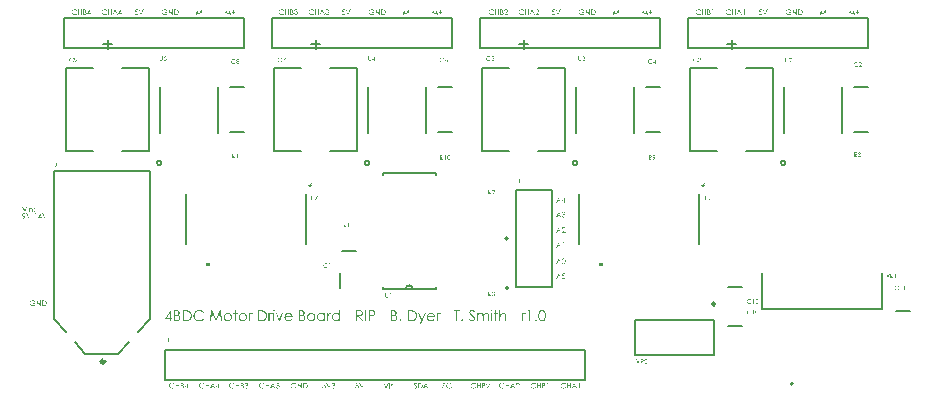
<source format=gto>
G04*
G04 #@! TF.GenerationSoftware,Altium Limited,Altium Designer,20.1.12 (249)*
G04*
G04 Layer_Color=65535*
%FSLAX24Y24*%
%MOIN*%
G70*
G04*
G04 #@! TF.SameCoordinates,7611F4AC-675D-4E0A-8C32-16A27ADB78BB*
G04*
G04*
G04 #@! TF.FilePolarity,Positive*
G04*
G01*
G75*
%ADD10C,0.0118*%
%ADD11C,0.0079*%
%ADD12C,0.0060*%
%ADD13C,0.0098*%
%ADD14C,0.0050*%
%ADD15C,0.0071*%
G36*
X33525Y30940D02*
Y30840D01*
X33375D01*
Y30940D01*
X33525D01*
D02*
G37*
G36*
X46625D02*
Y30840D01*
X46475D01*
Y30940D01*
X46625D01*
D02*
G37*
G36*
X45301Y32639D02*
X45303Y32639D01*
X45306Y32639D01*
X45310Y32638D01*
X45315Y32637D01*
X45319Y32635D01*
X45324Y32633D01*
X45324D01*
X45324Y32633D01*
X45325Y32632D01*
X45326Y32632D01*
X45328Y32630D01*
X45331Y32628D01*
X45334Y32626D01*
X45337Y32623D01*
X45340Y32620D01*
X45343Y32616D01*
Y32615D01*
X45343Y32615D01*
X45343Y32615D01*
X45344Y32614D01*
X45345Y32612D01*
X45346Y32609D01*
X45347Y32605D01*
X45348Y32601D01*
X45349Y32597D01*
X45350Y32593D01*
Y32593D01*
Y32592D01*
X45349Y32591D01*
X45349Y32589D01*
X45349Y32587D01*
X45348Y32585D01*
X45348Y32582D01*
X45347Y32580D01*
X45345Y32577D01*
X45344Y32574D01*
X45342Y32571D01*
X45340Y32568D01*
X45337Y32564D01*
X45334Y32561D01*
X45330Y32559D01*
X45326Y32556D01*
X45326D01*
X45327Y32556D01*
X45327Y32555D01*
X45329Y32555D01*
X45331Y32554D01*
X45334Y32552D01*
X45337Y32550D01*
X45341Y32547D01*
X45344Y32544D01*
X45348Y32540D01*
X45348Y32540D01*
X45348Y32540D01*
X45349Y32539D01*
X45350Y32538D01*
X45350Y32537D01*
X45351Y32535D01*
X45352Y32533D01*
X45354Y32531D01*
X45355Y32529D01*
X45356Y32526D01*
X45358Y32521D01*
X45358Y32518D01*
X45359Y32515D01*
X45359Y32512D01*
X45360Y32508D01*
Y32508D01*
Y32508D01*
Y32507D01*
X45359Y32506D01*
Y32504D01*
X45359Y32503D01*
X45359Y32501D01*
X45358Y32499D01*
X45358Y32495D01*
X45356Y32490D01*
X45354Y32484D01*
X45351Y32479D01*
Y32479D01*
X45351Y32478D01*
X45351Y32478D01*
X45350Y32477D01*
X45349Y32476D01*
X45348Y32474D01*
X45346Y32471D01*
X45342Y32468D01*
X45339Y32464D01*
X45334Y32461D01*
X45329Y32457D01*
X45329D01*
X45329Y32457D01*
X45328Y32457D01*
X45327Y32456D01*
X45325Y32456D01*
X45324Y32455D01*
X45322Y32454D01*
X45320Y32454D01*
X45315Y32452D01*
X45310Y32451D01*
X45304Y32450D01*
X45298Y32450D01*
X45296D01*
X45294Y32450D01*
X45292Y32450D01*
X45290Y32451D01*
X45287Y32451D01*
X45284Y32452D01*
X45278Y32453D01*
X45275Y32454D01*
X45272Y32456D01*
X45268Y32457D01*
X45265Y32459D01*
X45262Y32461D01*
X45259Y32463D01*
X45259Y32464D01*
X45258Y32464D01*
X45258Y32465D01*
X45257Y32466D01*
X45255Y32467D01*
X45254Y32469D01*
X45252Y32471D01*
X45251Y32473D01*
X45249Y32476D01*
X45247Y32479D01*
X45246Y32482D01*
X45244Y32486D01*
X45242Y32490D01*
X45241Y32494D01*
X45240Y32498D01*
X45239Y32503D01*
X45257D01*
Y32503D01*
X45257Y32502D01*
X45257Y32501D01*
X45257Y32500D01*
X45258Y32498D01*
X45258Y32497D01*
X45260Y32493D01*
X45262Y32489D01*
X45264Y32485D01*
X45267Y32481D01*
X45268Y32479D01*
X45270Y32477D01*
X45270D01*
X45270Y32477D01*
X45271Y32476D01*
X45272Y32476D01*
X45273Y32475D01*
X45274Y32474D01*
X45276Y32473D01*
X45278Y32472D01*
X45282Y32471D01*
X45286Y32469D01*
X45292Y32468D01*
X45295Y32468D01*
X45298Y32467D01*
X45300D01*
X45301Y32468D01*
X45303Y32468D01*
X45305Y32468D01*
X45307Y32469D01*
X45309Y32469D01*
X45314Y32470D01*
X45320Y32472D01*
X45322Y32474D01*
X45325Y32475D01*
X45327Y32477D01*
X45330Y32479D01*
X45330Y32479D01*
X45330Y32480D01*
X45331Y32480D01*
X45331Y32481D01*
X45332Y32482D01*
X45333Y32484D01*
X45335Y32485D01*
X45336Y32487D01*
X45338Y32491D01*
X45340Y32496D01*
X45341Y32498D01*
X45341Y32501D01*
X45341Y32504D01*
X45342Y32507D01*
Y32507D01*
Y32507D01*
Y32508D01*
Y32509D01*
X45341Y32511D01*
X45341Y32513D01*
X45340Y32516D01*
X45339Y32520D01*
X45338Y32523D01*
X45336Y32527D01*
Y32527D01*
X45335Y32527D01*
X45335Y32528D01*
X45333Y32530D01*
X45331Y32532D01*
X45329Y32534D01*
X45326Y32536D01*
X45323Y32538D01*
X45320Y32540D01*
X45320D01*
X45319Y32540D01*
X45319Y32541D01*
X45318Y32541D01*
X45317Y32542D01*
X45316Y32542D01*
X45314Y32542D01*
X45312Y32543D01*
X45310Y32543D01*
X45308Y32544D01*
X45305Y32544D01*
X45303Y32545D01*
X45300Y32545D01*
X45296Y32546D01*
X45293Y32546D01*
X45289Y32546D01*
Y32563D01*
X45291D01*
X45293Y32563D01*
X45296Y32564D01*
X45300Y32564D01*
X45304Y32565D01*
X45307Y32566D01*
X45311Y32567D01*
X45311D01*
X45312Y32567D01*
X45313Y32568D01*
X45315Y32569D01*
X45317Y32570D01*
X45319Y32572D01*
X45322Y32574D01*
X45324Y32576D01*
X45326Y32578D01*
X45326Y32579D01*
X45327Y32580D01*
X45327Y32581D01*
X45329Y32583D01*
X45329Y32585D01*
X45330Y32587D01*
X45331Y32590D01*
X45331Y32593D01*
Y32593D01*
Y32594D01*
Y32594D01*
X45331Y32595D01*
X45330Y32597D01*
X45330Y32600D01*
X45329Y32603D01*
X45327Y32607D01*
X45325Y32610D01*
X45323Y32612D01*
X45321Y32613D01*
Y32614D01*
X45321Y32614D01*
X45320Y32615D01*
X45318Y32616D01*
X45315Y32618D01*
X45311Y32620D01*
X45307Y32621D01*
X45303Y32622D01*
X45298Y32622D01*
X45296D01*
X45294Y32622D01*
X45291Y32621D01*
X45288Y32621D01*
X45284Y32620D01*
X45281Y32618D01*
X45278Y32616D01*
X45277Y32615D01*
X45276Y32614D01*
X45275Y32613D01*
X45273Y32610D01*
X45270Y32607D01*
X45268Y32603D01*
X45266Y32599D01*
X45264Y32596D01*
X45263Y32593D01*
X45245D01*
Y32594D01*
X45245Y32594D01*
X45246Y32595D01*
X45246Y32597D01*
X45247Y32599D01*
X45247Y32601D01*
X45248Y32603D01*
X45249Y32606D01*
X45252Y32611D01*
X45255Y32617D01*
X45259Y32623D01*
X45262Y32625D01*
X45264Y32628D01*
X45264Y32628D01*
X45265Y32628D01*
X45265Y32629D01*
X45267Y32629D01*
X45268Y32630D01*
X45269Y32631D01*
X45271Y32633D01*
X45274Y32634D01*
X45276Y32635D01*
X45278Y32636D01*
X45284Y32638D01*
X45287Y32639D01*
X45290Y32639D01*
X45294Y32639D01*
X45298Y32640D01*
X45300D01*
X45301Y32639D01*
D02*
G37*
G36*
X45224Y32455D02*
X45204D01*
X45176Y32514D01*
X45098D01*
X45070Y32455D01*
X45050D01*
X45135Y32635D01*
X45140D01*
X45224Y32455D01*
D02*
G37*
G36*
X40243Y39260D02*
X40175D01*
Y39275D01*
X40243D01*
Y39260D01*
D02*
G37*
G36*
X40154Y39200D02*
X40136D01*
X40118Y39329D01*
X40054Y39200D01*
X40050D01*
X39985Y39330D01*
X39967Y39200D01*
X39950D01*
X39976Y39381D01*
X39979D01*
X40052Y39232D01*
X40125Y39381D01*
X40128D01*
X40154Y39200D01*
D02*
G37*
G36*
X45903Y39389D02*
X45905D01*
X45907Y39389D01*
X45910Y39389D01*
X45913Y39389D01*
X45916Y39388D01*
X45920Y39388D01*
X45927Y39386D01*
X45935Y39384D01*
X45942Y39381D01*
X45942D01*
X45943Y39381D01*
X45944Y39381D01*
X45946Y39380D01*
X45948Y39379D01*
X45950Y39378D01*
X45952Y39376D01*
X45955Y39375D01*
X45958Y39373D01*
X45961Y39371D01*
X45964Y39369D01*
X45968Y39367D01*
X45971Y39364D01*
X45975Y39361D01*
X45978Y39358D01*
X45982Y39355D01*
X45968Y39342D01*
X45968Y39342D01*
X45967Y39342D01*
X45966Y39343D01*
X45965Y39344D01*
X45964Y39345D01*
X45962Y39347D01*
X45960Y39348D01*
X45958Y39350D01*
X45956Y39352D01*
X45953Y39354D01*
X45947Y39357D01*
X45941Y39361D01*
X45935Y39364D01*
X45934D01*
X45934Y39365D01*
X45933Y39365D01*
X45931Y39365D01*
X45930Y39366D01*
X45928Y39367D01*
X45926Y39367D01*
X45924Y39368D01*
X45918Y39369D01*
X45912Y39371D01*
X45906Y39371D01*
X45900Y39372D01*
X45898D01*
X45896Y39372D01*
X45894Y39371D01*
X45892Y39371D01*
X45889Y39371D01*
X45887Y39371D01*
X45883Y39370D01*
X45880Y39369D01*
X45873Y39367D01*
X45870Y39366D01*
X45866Y39365D01*
X45863Y39363D01*
X45859Y39361D01*
X45859Y39361D01*
X45858Y39361D01*
X45857Y39360D01*
X45856Y39359D01*
X45854Y39358D01*
X45852Y39357D01*
X45850Y39355D01*
X45848Y39354D01*
X45846Y39352D01*
X45843Y39350D01*
X45838Y39345D01*
X45833Y39339D01*
X45829Y39333D01*
X45829Y39333D01*
X45829Y39332D01*
X45828Y39331D01*
X45827Y39330D01*
X45827Y39328D01*
X45826Y39326D01*
X45825Y39324D01*
X45824Y39321D01*
X45823Y39319D01*
X45822Y39316D01*
X45820Y39309D01*
X45819Y39303D01*
X45819Y39299D01*
X45819Y39295D01*
Y39295D01*
Y39294D01*
Y39293D01*
X45819Y39292D01*
X45819Y39290D01*
X45819Y39288D01*
X45820Y39285D01*
X45820Y39283D01*
X45821Y39280D01*
X45821Y39277D01*
X45823Y39270D01*
X45825Y39267D01*
X45826Y39263D01*
X45828Y39260D01*
X45830Y39256D01*
X45830Y39256D01*
X45830Y39256D01*
X45831Y39255D01*
X45832Y39253D01*
X45833Y39252D01*
X45834Y39250D01*
X45836Y39248D01*
X45837Y39246D01*
X45840Y39244D01*
X45842Y39241D01*
X45844Y39239D01*
X45847Y39237D01*
X45850Y39234D01*
X45853Y39232D01*
X45860Y39228D01*
X45860Y39227D01*
X45861Y39227D01*
X45862Y39227D01*
X45863Y39226D01*
X45865Y39225D01*
X45867Y39224D01*
X45870Y39223D01*
X45872Y39222D01*
X45876Y39221D01*
X45879Y39221D01*
X45882Y39220D01*
X45886Y39219D01*
X45894Y39218D01*
X45898Y39217D01*
X45902Y39217D01*
X45903D01*
X45905Y39217D01*
X45907D01*
X45909Y39218D01*
X45912Y39218D01*
X45915Y39219D01*
X45919Y39219D01*
X45922Y39220D01*
X45926Y39221D01*
X45930Y39222D01*
X45934Y39224D01*
X45938Y39226D01*
X45942Y39228D01*
X45946Y39230D01*
X45949Y39233D01*
X45950Y39233D01*
X45950Y39233D01*
X45951Y39235D01*
X45952Y39236D01*
X45954Y39237D01*
X45956Y39239D01*
X45957Y39241D01*
X45960Y39244D01*
X45961Y39247D01*
X45963Y39250D01*
X45965Y39253D01*
X45967Y39257D01*
X45969Y39260D01*
X45970Y39264D01*
X45972Y39269D01*
X45972Y39273D01*
X45915D01*
Y39291D01*
X45993D01*
Y39291D01*
Y39291D01*
Y39290D01*
Y39289D01*
X45992Y39287D01*
X45992Y39284D01*
X45992Y39281D01*
X45991Y39277D01*
X45990Y39272D01*
X45989Y39267D01*
X45988Y39262D01*
X45986Y39256D01*
X45984Y39251D01*
X45982Y39245D01*
X45979Y39240D01*
X45976Y39235D01*
X45972Y39229D01*
X45968Y39225D01*
X45967Y39224D01*
X45967Y39223D01*
X45965Y39222D01*
X45963Y39221D01*
X45961Y39219D01*
X45958Y39217D01*
X45954Y39215D01*
X45950Y39212D01*
X45946Y39210D01*
X45941Y39208D01*
X45935Y39206D01*
X45930Y39204D01*
X45923Y39202D01*
X45916Y39201D01*
X45909Y39200D01*
X45902Y39200D01*
X45899D01*
X45898Y39200D01*
X45897D01*
X45895Y39200D01*
X45893Y39201D01*
X45889Y39201D01*
X45884Y39202D01*
X45879Y39203D01*
X45873Y39204D01*
X45867Y39206D01*
X45860Y39208D01*
X45854Y39211D01*
X45847Y39214D01*
X45841Y39218D01*
X45834Y39223D01*
X45828Y39228D01*
X45822Y39234D01*
X45822Y39234D01*
X45821Y39235D01*
X45820Y39237D01*
X45819Y39239D01*
X45817Y39241D01*
X45815Y39244D01*
X45813Y39248D01*
X45811Y39252D01*
X45809Y39256D01*
X45807Y39261D01*
X45805Y39266D01*
X45804Y39271D01*
X45802Y39276D01*
X45801Y39282D01*
X45800Y39288D01*
X45800Y39295D01*
Y39295D01*
Y39296D01*
Y39297D01*
X45800Y39299D01*
X45800Y39302D01*
X45801Y39304D01*
X45801Y39307D01*
X45802Y39310D01*
X45802Y39314D01*
X45803Y39318D01*
X45804Y39322D01*
X45805Y39326D01*
X45807Y39330D01*
X45809Y39334D01*
X45811Y39338D01*
X45813Y39342D01*
X45813Y39343D01*
X45814Y39344D01*
X45814Y39345D01*
X45815Y39346D01*
X45817Y39348D01*
X45818Y39350D01*
X45820Y39353D01*
X45822Y39355D01*
X45825Y39358D01*
X45827Y39361D01*
X45830Y39364D01*
X45833Y39367D01*
X45837Y39369D01*
X45840Y39372D01*
X45844Y39375D01*
X45848Y39377D01*
X45848Y39377D01*
X45849Y39378D01*
X45851Y39378D01*
X45852Y39379D01*
X45854Y39380D01*
X45857Y39381D01*
X45860Y39382D01*
X45863Y39383D01*
X45867Y39385D01*
X45871Y39386D01*
X45875Y39387D01*
X45879Y39388D01*
X45884Y39388D01*
X45889Y39389D01*
X45894Y39389D01*
X45899Y39390D01*
X45901D01*
X45903Y39389D01*
D02*
G37*
G36*
X46169Y39205D02*
X46165D01*
X46046Y39341D01*
Y39205D01*
X46027D01*
Y39385D01*
X46031D01*
X46151Y39247D01*
Y39385D01*
X46169D01*
Y39205D01*
D02*
G37*
G36*
X46260Y39385D02*
X46264Y39385D01*
X46268Y39385D01*
X46273Y39384D01*
X46278Y39384D01*
X46283Y39383D01*
X46292Y39382D01*
X46297Y39382D01*
X46301Y39381D01*
X46305Y39380D01*
X46309Y39378D01*
X46309D01*
X46310Y39378D01*
X46312Y39377D01*
X46314Y39377D01*
X46316Y39376D01*
X46318Y39374D01*
X46321Y39373D01*
X46324Y39371D01*
X46327Y39369D01*
X46331Y39367D01*
X46334Y39364D01*
X46337Y39361D01*
X46341Y39358D01*
X46344Y39355D01*
X46347Y39351D01*
X46350Y39347D01*
X46350Y39346D01*
X46351Y39346D01*
X46352Y39344D01*
X46352Y39343D01*
X46354Y39340D01*
X46355Y39338D01*
X46356Y39335D01*
X46358Y39331D01*
X46359Y39327D01*
X46360Y39324D01*
X46362Y39319D01*
X46363Y39314D01*
X46364Y39309D01*
X46365Y39304D01*
X46365Y39298D01*
X46365Y39293D01*
Y39292D01*
Y39291D01*
Y39290D01*
X46365Y39288D01*
X46365Y39286D01*
X46365Y39283D01*
X46364Y39280D01*
X46364Y39276D01*
X46363Y39273D01*
X46362Y39269D01*
X46361Y39265D01*
X46360Y39261D01*
X46359Y39257D01*
X46357Y39253D01*
X46355Y39249D01*
X46353Y39245D01*
X46353Y39245D01*
X46353Y39244D01*
X46352Y39243D01*
X46351Y39241D01*
X46350Y39240D01*
X46349Y39238D01*
X46347Y39236D01*
X46345Y39233D01*
X46343Y39231D01*
X46341Y39228D01*
X46336Y39223D01*
X46330Y39219D01*
X46326Y39216D01*
X46323Y39214D01*
X46323D01*
X46322Y39214D01*
X46321Y39214D01*
X46319Y39213D01*
X46318Y39212D01*
X46315Y39211D01*
X46313Y39210D01*
X46309Y39210D01*
X46306Y39209D01*
X46302Y39208D01*
X46298Y39207D01*
X46293Y39206D01*
X46288Y39205D01*
X46282Y39205D01*
X46277Y39205D01*
X46270Y39205D01*
X46213D01*
Y39385D01*
X46257D01*
X46260Y39385D01*
D02*
G37*
G36*
X41308Y26939D02*
X41310Y26939D01*
X41313Y26939D01*
X41317Y26938D01*
X41321Y26937D01*
X41325Y26935D01*
X41329Y26933D01*
X41329D01*
X41329Y26933D01*
X41330Y26933D01*
X41331Y26932D01*
X41333Y26930D01*
X41336Y26928D01*
X41338Y26927D01*
X41340Y26925D01*
X41342Y26923D01*
X41344Y26921D01*
X41346Y26918D01*
X41348Y26916D01*
X41350Y26913D01*
X41353Y26910D01*
X41338Y26899D01*
X41338Y26899D01*
X41337Y26900D01*
X41337Y26900D01*
X41336Y26901D01*
X41334Y26903D01*
X41332Y26906D01*
X41329Y26909D01*
X41326Y26912D01*
X41323Y26915D01*
X41322Y26916D01*
X41320Y26917D01*
X41320Y26917D01*
X41319Y26917D01*
X41318Y26918D01*
X41316Y26919D01*
X41313Y26920D01*
X41311Y26920D01*
X41308Y26921D01*
X41305Y26921D01*
X41303D01*
X41301Y26921D01*
X41298Y26920D01*
X41296Y26919D01*
X41293Y26918D01*
X41290Y26917D01*
X41287Y26914D01*
X41287Y26914D01*
X41286Y26913D01*
X41285Y26912D01*
X41284Y26910D01*
X41282Y26907D01*
X41281Y26905D01*
X41280Y26901D01*
X41280Y26898D01*
Y26898D01*
Y26897D01*
X41280Y26896D01*
Y26894D01*
X41281Y26892D01*
X41281Y26891D01*
X41282Y26889D01*
X41282Y26886D01*
X41283Y26886D01*
X41283Y26885D01*
X41283Y26884D01*
X41285Y26883D01*
X41286Y26881D01*
X41287Y26879D01*
X41289Y26877D01*
X41291Y26874D01*
X41292Y26874D01*
X41292Y26874D01*
X41293Y26873D01*
X41295Y26872D01*
X41296Y26871D01*
X41297Y26870D01*
X41299Y26869D01*
X41301Y26867D01*
X41303Y26865D01*
X41305Y26864D01*
X41308Y26861D01*
X41311Y26859D01*
X41315Y26857D01*
X41315Y26856D01*
X41316Y26856D01*
X41317Y26855D01*
X41318Y26854D01*
X41321Y26852D01*
X41323Y26850D01*
X41325Y26848D01*
X41328Y26846D01*
X41333Y26841D01*
X41338Y26836D01*
X41341Y26833D01*
X41343Y26831D01*
X41345Y26828D01*
X41347Y26825D01*
X41347Y26825D01*
X41347Y26825D01*
X41348Y26824D01*
X41348Y26823D01*
X41349Y26822D01*
X41350Y26821D01*
X41351Y26817D01*
X41353Y26813D01*
X41354Y26808D01*
X41355Y26804D01*
X41356Y26798D01*
Y26798D01*
Y26798D01*
Y26797D01*
X41355Y26795D01*
X41355Y26793D01*
X41355Y26792D01*
X41354Y26789D01*
X41354Y26787D01*
X41353Y26784D01*
X41352Y26782D01*
X41351Y26779D01*
X41349Y26776D01*
X41348Y26773D01*
X41346Y26770D01*
X41343Y26767D01*
X41341Y26764D01*
X41340Y26764D01*
X41340Y26764D01*
X41339Y26763D01*
X41338Y26762D01*
X41337Y26761D01*
X41335Y26760D01*
X41333Y26759D01*
X41330Y26757D01*
X41328Y26756D01*
X41325Y26755D01*
X41322Y26753D01*
X41319Y26752D01*
X41316Y26751D01*
X41312Y26751D01*
X41308Y26750D01*
X41304Y26750D01*
X41303D01*
X41302Y26750D01*
X41300D01*
X41298Y26750D01*
X41297Y26751D01*
X41295Y26751D01*
X41290Y26752D01*
X41285Y26754D01*
X41280Y26756D01*
X41275Y26759D01*
X41274Y26759D01*
X41274Y26759D01*
X41273Y26760D01*
X41272Y26760D01*
X41271Y26761D01*
X41270Y26762D01*
X41268Y26764D01*
X41266Y26766D01*
X41265Y26767D01*
X41263Y26770D01*
X41261Y26772D01*
X41259Y26775D01*
X41256Y26778D01*
X41254Y26781D01*
X41252Y26784D01*
X41250Y26788D01*
X41265Y26797D01*
X41265Y26797D01*
X41266Y26796D01*
X41267Y26795D01*
X41268Y26793D01*
X41270Y26790D01*
X41271Y26788D01*
X41273Y26785D01*
X41276Y26782D01*
X41279Y26780D01*
X41281Y26777D01*
X41285Y26774D01*
X41288Y26772D01*
X41291Y26770D01*
X41295Y26769D01*
X41299Y26768D01*
X41303Y26767D01*
X41304D01*
X41306Y26768D01*
X41308Y26768D01*
X41311Y26769D01*
X41314Y26769D01*
X41317Y26770D01*
X41320Y26772D01*
X41320Y26772D01*
X41321Y26772D01*
X41322Y26773D01*
X41324Y26775D01*
X41326Y26776D01*
X41328Y26778D01*
X41330Y26780D01*
X41332Y26783D01*
X41332Y26783D01*
X41332Y26784D01*
X41333Y26786D01*
X41334Y26787D01*
X41335Y26790D01*
X41335Y26792D01*
X41336Y26795D01*
X41336Y26798D01*
Y26798D01*
Y26798D01*
Y26800D01*
X41336Y26801D01*
X41335Y26804D01*
X41335Y26806D01*
X41333Y26809D01*
X41332Y26813D01*
X41330Y26816D01*
Y26816D01*
X41329Y26817D01*
X41329Y26817D01*
X41328Y26818D01*
X41327Y26819D01*
X41326Y26821D01*
X41324Y26822D01*
X41323Y26824D01*
X41321Y26826D01*
X41319Y26828D01*
X41316Y26831D01*
X41313Y26833D01*
X41310Y26836D01*
X41307Y26839D01*
X41303Y26842D01*
X41299Y26845D01*
X41299Y26845D01*
X41298Y26846D01*
X41297Y26847D01*
X41295Y26848D01*
X41293Y26849D01*
X41291Y26851D01*
X41287Y26854D01*
X41282Y26858D01*
X41278Y26863D01*
X41276Y26864D01*
X41274Y26866D01*
X41272Y26868D01*
X41271Y26870D01*
Y26870D01*
X41270Y26870D01*
X41270Y26871D01*
X41269Y26872D01*
X41269Y26873D01*
X41268Y26874D01*
X41266Y26878D01*
X41264Y26882D01*
X41263Y26887D01*
X41262Y26892D01*
X41262Y26895D01*
X41261Y26897D01*
Y26897D01*
Y26898D01*
Y26899D01*
Y26899D01*
X41262Y26901D01*
X41262Y26904D01*
X41263Y26908D01*
X41264Y26911D01*
X41265Y26915D01*
X41267Y26919D01*
Y26919D01*
X41267Y26919D01*
X41268Y26920D01*
X41269Y26922D01*
X41271Y26924D01*
X41273Y26927D01*
X41276Y26929D01*
X41279Y26932D01*
X41283Y26934D01*
X41283D01*
X41283Y26934D01*
X41284Y26935D01*
X41285Y26935D01*
X41287Y26936D01*
X41290Y26937D01*
X41293Y26938D01*
X41297Y26939D01*
X41301Y26939D01*
X41305Y26940D01*
X41307D01*
X41308Y26939D01*
D02*
G37*
G36*
X41487D02*
X41489D01*
X41492Y26939D01*
X41495Y26939D01*
X41498Y26938D01*
X41502Y26938D01*
X41505Y26937D01*
X41513Y26936D01*
X41521Y26933D01*
X41525Y26931D01*
X41529Y26930D01*
X41529Y26930D01*
X41530Y26929D01*
X41531Y26929D01*
X41532Y26928D01*
X41534Y26927D01*
X41536Y26926D01*
X41538Y26924D01*
X41541Y26922D01*
X41543Y26921D01*
X41546Y26918D01*
X41551Y26914D01*
X41557Y26908D01*
X41562Y26902D01*
X41548Y26891D01*
X41548Y26891D01*
X41547Y26892D01*
X41547Y26892D01*
X41546Y26894D01*
X41545Y26895D01*
X41543Y26896D01*
X41542Y26898D01*
X41540Y26900D01*
X41536Y26903D01*
X41531Y26907D01*
X41526Y26911D01*
X41520Y26914D01*
X41519D01*
X41519Y26915D01*
X41518Y26915D01*
X41517Y26915D01*
X41515Y26916D01*
X41513Y26917D01*
X41511Y26917D01*
X41509Y26918D01*
X41506Y26919D01*
X41504Y26920D01*
X41497Y26921D01*
X41491Y26922D01*
X41483Y26922D01*
X41481D01*
X41480Y26922D01*
X41478D01*
X41475Y26922D01*
X41473Y26921D01*
X41470Y26921D01*
X41467Y26920D01*
X41464Y26920D01*
X41457Y26918D01*
X41454Y26917D01*
X41450Y26915D01*
X41447Y26914D01*
X41443Y26912D01*
X41443Y26912D01*
X41442Y26911D01*
X41442Y26911D01*
X41440Y26910D01*
X41439Y26909D01*
X41437Y26908D01*
X41435Y26906D01*
X41433Y26904D01*
X41428Y26900D01*
X41423Y26896D01*
X41419Y26890D01*
X41415Y26884D01*
X41415Y26884D01*
X41414Y26883D01*
X41414Y26882D01*
X41413Y26881D01*
X41412Y26879D01*
X41412Y26877D01*
X41411Y26875D01*
X41410Y26872D01*
X41409Y26870D01*
X41408Y26866D01*
X41407Y26863D01*
X41406Y26860D01*
X41405Y26852D01*
X41405Y26848D01*
X41405Y26844D01*
Y26844D01*
Y26843D01*
X41405Y26841D01*
X41405Y26839D01*
X41405Y26836D01*
X41406Y26833D01*
X41407Y26829D01*
X41408Y26825D01*
X41409Y26821D01*
X41410Y26816D01*
X41412Y26812D01*
X41414Y26807D01*
X41417Y26802D01*
X41420Y26798D01*
X41423Y26793D01*
X41427Y26789D01*
X41427Y26789D01*
X41428Y26788D01*
X41430Y26787D01*
X41431Y26786D01*
X41433Y26784D01*
X41436Y26782D01*
X41439Y26780D01*
X41443Y26778D01*
X41447Y26776D01*
X41451Y26774D01*
X41456Y26772D01*
X41461Y26771D01*
X41466Y26769D01*
X41472Y26768D01*
X41478Y26767D01*
X41484Y26767D01*
X41486D01*
X41488Y26767D01*
X41491Y26767D01*
X41494Y26768D01*
X41498Y26769D01*
X41502Y26770D01*
X41506Y26771D01*
X41511Y26772D01*
X41516Y26774D01*
X41522Y26777D01*
X41527Y26780D01*
X41532Y26783D01*
X41538Y26787D01*
X41543Y26792D01*
X41548Y26797D01*
X41562Y26786D01*
X41562Y26786D01*
X41562Y26785D01*
X41561Y26784D01*
X41560Y26783D01*
X41558Y26782D01*
X41557Y26780D01*
X41555Y26778D01*
X41553Y26776D01*
X41551Y26774D01*
X41548Y26772D01*
X41545Y26770D01*
X41542Y26767D01*
X41536Y26763D01*
X41528Y26759D01*
X41528D01*
X41527Y26759D01*
X41526Y26759D01*
X41525Y26758D01*
X41523Y26757D01*
X41521Y26756D01*
X41518Y26756D01*
X41515Y26755D01*
X41512Y26754D01*
X41508Y26753D01*
X41505Y26752D01*
X41501Y26751D01*
X41492Y26750D01*
X41488Y26750D01*
X41483Y26750D01*
X41481D01*
X41480Y26750D01*
X41479D01*
X41475Y26750D01*
X41471Y26751D01*
X41467Y26752D01*
X41462Y26753D01*
X41456Y26754D01*
X41450Y26756D01*
X41444Y26758D01*
X41438Y26760D01*
X41432Y26763D01*
X41426Y26767D01*
X41420Y26771D01*
X41414Y26776D01*
X41409Y26781D01*
X41408Y26782D01*
X41407Y26783D01*
X41406Y26784D01*
X41405Y26786D01*
X41403Y26789D01*
X41401Y26792D01*
X41399Y26795D01*
X41397Y26799D01*
X41395Y26804D01*
X41393Y26809D01*
X41391Y26814D01*
X41389Y26820D01*
X41388Y26826D01*
X41387Y26832D01*
X41386Y26839D01*
X41386Y26846D01*
Y26846D01*
Y26846D01*
Y26847D01*
Y26848D01*
X41386Y26850D01*
X41386Y26853D01*
X41386Y26856D01*
X41387Y26860D01*
X41388Y26864D01*
X41389Y26869D01*
X41391Y26874D01*
X41392Y26880D01*
X41395Y26885D01*
X41397Y26891D01*
X41400Y26896D01*
X41404Y26902D01*
X41409Y26907D01*
X41413Y26912D01*
X41414Y26913D01*
X41415Y26914D01*
X41416Y26915D01*
X41418Y26917D01*
X41421Y26919D01*
X41424Y26921D01*
X41428Y26923D01*
X41432Y26926D01*
X41437Y26929D01*
X41443Y26931D01*
X41448Y26933D01*
X41454Y26936D01*
X41461Y26937D01*
X41468Y26938D01*
X41475Y26939D01*
X41483Y26940D01*
X41485D01*
X41487Y26939D01*
D02*
G37*
G36*
X41617Y26772D02*
X41686D01*
Y26755D01*
X41598D01*
Y26935D01*
X41617D01*
Y26772D01*
D02*
G37*
G36*
X35902Y39389D02*
X35904D01*
X35907Y39389D01*
X35909Y39389D01*
X35913Y39388D01*
X35916Y39388D01*
X35920Y39387D01*
X35927Y39386D01*
X35935Y39383D01*
X35939Y39381D01*
X35943Y39380D01*
X35943Y39379D01*
X35944Y39379D01*
X35945Y39379D01*
X35946Y39378D01*
X35948Y39377D01*
X35950Y39376D01*
X35952Y39374D01*
X35955Y39372D01*
X35957Y39371D01*
X35960Y39368D01*
X35966Y39364D01*
X35971Y39358D01*
X35977Y39352D01*
X35962Y39341D01*
X35962Y39341D01*
X35962Y39342D01*
X35961Y39342D01*
X35960Y39344D01*
X35959Y39345D01*
X35958Y39346D01*
X35956Y39348D01*
X35954Y39350D01*
X35950Y39353D01*
X35945Y39357D01*
X35940Y39361D01*
X35934Y39364D01*
X35934D01*
X35933Y39365D01*
X35932Y39365D01*
X35931Y39365D01*
X35930Y39366D01*
X35928Y39367D01*
X35926Y39367D01*
X35923Y39368D01*
X35921Y39369D01*
X35918Y39370D01*
X35912Y39371D01*
X35905Y39372D01*
X35898Y39372D01*
X35896D01*
X35894Y39372D01*
X35892D01*
X35890Y39372D01*
X35887Y39371D01*
X35885Y39371D01*
X35882Y39370D01*
X35878Y39370D01*
X35872Y39368D01*
X35868Y39367D01*
X35865Y39365D01*
X35861Y39364D01*
X35858Y39362D01*
X35857Y39362D01*
X35857Y39361D01*
X35856Y39361D01*
X35855Y39360D01*
X35853Y39359D01*
X35851Y39358D01*
X35849Y39356D01*
X35847Y39354D01*
X35843Y39350D01*
X35838Y39346D01*
X35833Y39340D01*
X35829Y39334D01*
X35829Y39334D01*
X35829Y39333D01*
X35828Y39332D01*
X35828Y39331D01*
X35827Y39329D01*
X35826Y39327D01*
X35825Y39325D01*
X35824Y39322D01*
X35823Y39320D01*
X35822Y39316D01*
X35821Y39313D01*
X35821Y39310D01*
X35820Y39302D01*
X35819Y39298D01*
X35819Y39294D01*
Y39294D01*
Y39293D01*
X35819Y39291D01*
X35820Y39289D01*
X35820Y39286D01*
X35820Y39283D01*
X35821Y39279D01*
X35822Y39275D01*
X35823Y39271D01*
X35825Y39266D01*
X35826Y39262D01*
X35829Y39257D01*
X35831Y39252D01*
X35834Y39248D01*
X35838Y39243D01*
X35842Y39239D01*
X35842Y39239D01*
X35843Y39238D01*
X35844Y39237D01*
X35846Y39236D01*
X35848Y39234D01*
X35851Y39232D01*
X35854Y39230D01*
X35857Y39228D01*
X35861Y39226D01*
X35866Y39224D01*
X35870Y39222D01*
X35875Y39221D01*
X35881Y39219D01*
X35887Y39218D01*
X35893Y39217D01*
X35899Y39217D01*
X35900D01*
X35903Y39217D01*
X35905Y39217D01*
X35908Y39218D01*
X35912Y39219D01*
X35916Y39220D01*
X35921Y39221D01*
X35926Y39222D01*
X35931Y39224D01*
X35936Y39227D01*
X35941Y39230D01*
X35947Y39233D01*
X35952Y39237D01*
X35957Y39242D01*
X35962Y39247D01*
X35977Y39236D01*
X35976Y39236D01*
X35976Y39235D01*
X35975Y39234D01*
X35974Y39233D01*
X35973Y39232D01*
X35971Y39230D01*
X35969Y39228D01*
X35967Y39226D01*
X35965Y39224D01*
X35962Y39222D01*
X35960Y39220D01*
X35957Y39217D01*
X35950Y39213D01*
X35943Y39209D01*
X35942D01*
X35942Y39209D01*
X35941Y39209D01*
X35939Y39208D01*
X35937Y39207D01*
X35935Y39206D01*
X35933Y39206D01*
X35930Y39205D01*
X35926Y39204D01*
X35923Y39203D01*
X35919Y39202D01*
X35915Y39201D01*
X35907Y39200D01*
X35902Y39200D01*
X35898Y39200D01*
X35895D01*
X35894Y39200D01*
X35893D01*
X35890Y39200D01*
X35886Y39201D01*
X35881Y39202D01*
X35876Y39203D01*
X35871Y39204D01*
X35865Y39206D01*
X35859Y39208D01*
X35852Y39210D01*
X35846Y39213D01*
X35840Y39217D01*
X35834Y39221D01*
X35828Y39226D01*
X35823Y39231D01*
X35823Y39232D01*
X35822Y39233D01*
X35821Y39234D01*
X35819Y39236D01*
X35818Y39239D01*
X35816Y39242D01*
X35814Y39245D01*
X35811Y39249D01*
X35809Y39254D01*
X35807Y39259D01*
X35805Y39264D01*
X35804Y39270D01*
X35802Y39276D01*
X35801Y39282D01*
X35800Y39289D01*
X35800Y39296D01*
Y39296D01*
Y39296D01*
Y39297D01*
Y39298D01*
X35800Y39300D01*
X35800Y39303D01*
X35801Y39306D01*
X35801Y39310D01*
X35802Y39314D01*
X35804Y39319D01*
X35805Y39324D01*
X35807Y39330D01*
X35809Y39335D01*
X35812Y39341D01*
X35815Y39346D01*
X35819Y39352D01*
X35823Y39357D01*
X35828Y39362D01*
X35828Y39363D01*
X35829Y39364D01*
X35831Y39365D01*
X35833Y39367D01*
X35835Y39369D01*
X35839Y39371D01*
X35842Y39373D01*
X35847Y39376D01*
X35852Y39379D01*
X35857Y39381D01*
X35863Y39383D01*
X35869Y39386D01*
X35875Y39387D01*
X35882Y39388D01*
X35890Y39389D01*
X35897Y39390D01*
X35900D01*
X35902Y39389D01*
D02*
G37*
G36*
X36141Y39205D02*
X36123D01*
Y39292D01*
X36030D01*
Y39205D01*
X36012D01*
Y39385D01*
X36030D01*
Y39309D01*
X36123D01*
Y39385D01*
X36141D01*
Y39205D01*
D02*
G37*
G36*
X36378Y39389D02*
X36380Y39389D01*
X36383Y39389D01*
X36387Y39388D01*
X36392Y39387D01*
X36396Y39385D01*
X36401Y39383D01*
X36401D01*
X36401Y39383D01*
X36402Y39382D01*
X36403Y39382D01*
X36405Y39380D01*
X36408Y39378D01*
X36411Y39376D01*
X36414Y39373D01*
X36417Y39370D01*
X36420Y39366D01*
Y39365D01*
X36420Y39365D01*
X36420Y39365D01*
X36421Y39364D01*
X36422Y39362D01*
X36423Y39359D01*
X36424Y39355D01*
X36425Y39351D01*
X36426Y39347D01*
X36426Y39343D01*
Y39343D01*
Y39342D01*
X36426Y39341D01*
X36426Y39339D01*
X36426Y39337D01*
X36425Y39335D01*
X36425Y39332D01*
X36424Y39330D01*
X36422Y39327D01*
X36421Y39324D01*
X36419Y39321D01*
X36417Y39318D01*
X36414Y39314D01*
X36411Y39311D01*
X36407Y39309D01*
X36403Y39306D01*
X36403D01*
X36404Y39306D01*
X36404Y39305D01*
X36405Y39305D01*
X36408Y39304D01*
X36411Y39302D01*
X36414Y39300D01*
X36418Y39297D01*
X36421Y39294D01*
X36425Y39290D01*
X36425Y39290D01*
X36425Y39290D01*
X36426Y39289D01*
X36426Y39288D01*
X36427Y39287D01*
X36428Y39285D01*
X36429Y39283D01*
X36431Y39281D01*
X36432Y39279D01*
X36433Y39276D01*
X36435Y39271D01*
X36435Y39268D01*
X36436Y39265D01*
X36436Y39262D01*
X36436Y39258D01*
Y39258D01*
Y39258D01*
Y39257D01*
X36436Y39256D01*
Y39254D01*
X36436Y39253D01*
X36436Y39251D01*
X36435Y39249D01*
X36435Y39245D01*
X36433Y39240D01*
X36431Y39234D01*
X36428Y39229D01*
Y39229D01*
X36428Y39228D01*
X36428Y39228D01*
X36427Y39227D01*
X36426Y39226D01*
X36425Y39224D01*
X36423Y39221D01*
X36419Y39218D01*
X36415Y39214D01*
X36411Y39211D01*
X36406Y39207D01*
X36406D01*
X36405Y39207D01*
X36405Y39207D01*
X36404Y39206D01*
X36402Y39206D01*
X36401Y39205D01*
X36399Y39204D01*
X36397Y39204D01*
X36392Y39202D01*
X36387Y39201D01*
X36381Y39200D01*
X36375Y39200D01*
X36373D01*
X36371Y39200D01*
X36369Y39200D01*
X36367Y39201D01*
X36364Y39201D01*
X36361Y39202D01*
X36355Y39203D01*
X36352Y39204D01*
X36349Y39206D01*
X36345Y39207D01*
X36342Y39209D01*
X36339Y39211D01*
X36336Y39213D01*
X36336Y39214D01*
X36335Y39214D01*
X36335Y39215D01*
X36334Y39216D01*
X36332Y39217D01*
X36331Y39219D01*
X36329Y39221D01*
X36328Y39223D01*
X36326Y39226D01*
X36324Y39229D01*
X36323Y39232D01*
X36321Y39236D01*
X36319Y39240D01*
X36318Y39244D01*
X36317Y39248D01*
X36316Y39253D01*
X36334D01*
Y39253D01*
X36334Y39252D01*
X36334Y39251D01*
X36334Y39250D01*
X36335Y39248D01*
X36335Y39247D01*
X36337Y39243D01*
X36339Y39239D01*
X36341Y39235D01*
X36344Y39231D01*
X36345Y39229D01*
X36347Y39227D01*
X36347D01*
X36347Y39227D01*
X36348Y39226D01*
X36349Y39226D01*
X36350Y39225D01*
X36351Y39224D01*
X36353Y39223D01*
X36355Y39222D01*
X36359Y39221D01*
X36363Y39219D01*
X36369Y39218D01*
X36372Y39218D01*
X36375Y39217D01*
X36377D01*
X36378Y39218D01*
X36380Y39218D01*
X36382Y39218D01*
X36384Y39219D01*
X36386Y39219D01*
X36391Y39220D01*
X36397Y39222D01*
X36399Y39224D01*
X36402Y39225D01*
X36404Y39227D01*
X36407Y39229D01*
X36407Y39229D01*
X36407Y39230D01*
X36408Y39230D01*
X36408Y39231D01*
X36409Y39232D01*
X36410Y39234D01*
X36412Y39235D01*
X36413Y39237D01*
X36415Y39241D01*
X36417Y39246D01*
X36418Y39248D01*
X36418Y39251D01*
X36418Y39254D01*
X36419Y39257D01*
Y39257D01*
Y39257D01*
Y39258D01*
Y39259D01*
X36418Y39261D01*
X36418Y39263D01*
X36417Y39266D01*
X36416Y39270D01*
X36415Y39273D01*
X36413Y39277D01*
Y39277D01*
X36412Y39277D01*
X36412Y39278D01*
X36410Y39280D01*
X36408Y39282D01*
X36406Y39284D01*
X36403Y39286D01*
X36400Y39288D01*
X36397Y39290D01*
X36397D01*
X36396Y39290D01*
X36396Y39291D01*
X36395Y39291D01*
X36394Y39292D01*
X36393Y39292D01*
X36391Y39292D01*
X36389Y39293D01*
X36387Y39293D01*
X36385Y39294D01*
X36382Y39294D01*
X36379Y39295D01*
X36377Y39295D01*
X36373Y39296D01*
X36370Y39296D01*
X36366Y39296D01*
Y39313D01*
X36368D01*
X36370Y39313D01*
X36373Y39314D01*
X36377Y39314D01*
X36381Y39315D01*
X36384Y39316D01*
X36388Y39317D01*
X36388D01*
X36389Y39317D01*
X36390Y39318D01*
X36392Y39319D01*
X36394Y39320D01*
X36396Y39322D01*
X36399Y39324D01*
X36401Y39326D01*
X36403Y39328D01*
X36403Y39329D01*
X36404Y39330D01*
X36404Y39331D01*
X36405Y39333D01*
X36406Y39335D01*
X36407Y39337D01*
X36408Y39340D01*
X36408Y39343D01*
Y39343D01*
Y39344D01*
Y39344D01*
X36408Y39345D01*
X36407Y39347D01*
X36407Y39350D01*
X36405Y39353D01*
X36404Y39357D01*
X36402Y39360D01*
X36400Y39362D01*
X36398Y39363D01*
Y39364D01*
X36398Y39364D01*
X36397Y39365D01*
X36395Y39366D01*
X36392Y39368D01*
X36388Y39370D01*
X36384Y39371D01*
X36380Y39372D01*
X36375Y39372D01*
X36373D01*
X36371Y39372D01*
X36368Y39371D01*
X36365Y39371D01*
X36361Y39370D01*
X36358Y39368D01*
X36355Y39366D01*
X36354Y39365D01*
X36353Y39364D01*
X36352Y39363D01*
X36350Y39360D01*
X36347Y39357D01*
X36345Y39353D01*
X36343Y39349D01*
X36341Y39346D01*
X36340Y39343D01*
X36322D01*
Y39344D01*
X36322Y39344D01*
X36323Y39345D01*
X36323Y39347D01*
X36324Y39349D01*
X36324Y39351D01*
X36325Y39353D01*
X36326Y39356D01*
X36329Y39361D01*
X36332Y39367D01*
X36336Y39373D01*
X36339Y39375D01*
X36341Y39378D01*
X36341Y39378D01*
X36342Y39378D01*
X36342Y39379D01*
X36344Y39379D01*
X36345Y39380D01*
X36346Y39381D01*
X36348Y39383D01*
X36351Y39384D01*
X36353Y39385D01*
X36355Y39386D01*
X36361Y39388D01*
X36364Y39389D01*
X36367Y39389D01*
X36371Y39389D01*
X36374Y39390D01*
X36377D01*
X36378Y39389D01*
D02*
G37*
G36*
X36226Y39385D02*
X36228D01*
X36230Y39385D01*
X36233Y39385D01*
X36238Y39384D01*
X36243Y39383D01*
X36249Y39382D01*
X36251Y39381D01*
X36253Y39380D01*
X36254D01*
X36254Y39380D01*
X36254Y39379D01*
X36255Y39379D01*
X36257Y39378D01*
X36260Y39376D01*
X36263Y39374D01*
X36266Y39371D01*
X36269Y39368D01*
X36272Y39364D01*
Y39364D01*
X36272Y39364D01*
X36272Y39363D01*
X36273Y39362D01*
X36274Y39360D01*
X36275Y39357D01*
X36277Y39354D01*
X36278Y39350D01*
X36278Y39346D01*
X36279Y39341D01*
Y39341D01*
Y39340D01*
Y39340D01*
Y39339D01*
X36278Y39336D01*
X36278Y39334D01*
X36277Y39330D01*
X36276Y39326D01*
X36275Y39323D01*
X36273Y39319D01*
Y39319D01*
X36272Y39318D01*
X36272Y39317D01*
X36270Y39315D01*
X36268Y39313D01*
X36266Y39311D01*
X36263Y39308D01*
X36259Y39305D01*
X36255Y39303D01*
X36256D01*
X36256Y39303D01*
X36257Y39303D01*
X36258Y39302D01*
X36259Y39302D01*
X36260Y39301D01*
X36263Y39300D01*
X36267Y39298D01*
X36270Y39296D01*
X36274Y39294D01*
X36277Y39292D01*
X36277Y39292D01*
X36278Y39291D01*
X36280Y39289D01*
X36281Y39287D01*
X36283Y39285D01*
X36285Y39282D01*
X36287Y39279D01*
X36289Y39276D01*
X36289Y39276D01*
X36289Y39274D01*
X36290Y39273D01*
X36291Y39270D01*
X36292Y39267D01*
X36293Y39264D01*
X36293Y39260D01*
X36293Y39256D01*
Y39256D01*
Y39255D01*
Y39254D01*
X36293Y39253D01*
X36293Y39251D01*
X36292Y39249D01*
X36292Y39246D01*
X36291Y39244D01*
X36290Y39241D01*
X36289Y39238D01*
X36288Y39235D01*
X36287Y39232D01*
X36285Y39228D01*
X36282Y39225D01*
X36280Y39222D01*
X36277Y39220D01*
X36277Y39219D01*
X36277Y39219D01*
X36275Y39218D01*
X36274Y39217D01*
X36273Y39216D01*
X36271Y39215D01*
X36268Y39214D01*
X36266Y39212D01*
X36263Y39211D01*
X36260Y39209D01*
X36256Y39208D01*
X36252Y39207D01*
X36248Y39206D01*
X36244Y39205D01*
X36240Y39205D01*
X36235Y39205D01*
X36185D01*
Y39385D01*
X36224D01*
X36226Y39385D01*
D02*
G37*
G36*
X38119Y39205D02*
X38115D01*
X38037Y39385D01*
X38057D01*
X38117Y39245D01*
X38178Y39385D01*
X38198D01*
X38119Y39205D01*
D02*
G37*
G36*
X38014Y39368D02*
X37949D01*
X37940Y39319D01*
X37940D01*
X37941Y39319D01*
X37941Y39319D01*
X37942Y39319D01*
X37944Y39320D01*
X37947Y39320D01*
X37950Y39321D01*
X37954Y39321D01*
X37958Y39322D01*
X37961Y39322D01*
X37964D01*
X37966Y39322D01*
X37968Y39322D01*
X37970Y39321D01*
X37973Y39321D01*
X37976Y39320D01*
X37979Y39319D01*
X37982Y39318D01*
X37985Y39317D01*
X37989Y39315D01*
X37992Y39313D01*
X37996Y39311D01*
X37999Y39308D01*
X38002Y39305D01*
X38002Y39305D01*
X38003Y39305D01*
X38003Y39304D01*
X38004Y39303D01*
X38006Y39301D01*
X38007Y39299D01*
X38009Y39297D01*
X38010Y39294D01*
X38011Y39291D01*
X38013Y39288D01*
X38014Y39284D01*
X38016Y39281D01*
X38017Y39277D01*
X38018Y39272D01*
X38018Y39268D01*
X38018Y39263D01*
Y39263D01*
Y39262D01*
Y39262D01*
X38018Y39260D01*
Y39259D01*
X38018Y39257D01*
X38018Y39255D01*
X38017Y39252D01*
X38016Y39247D01*
X38015Y39242D01*
X38013Y39236D01*
X38010Y39231D01*
Y39230D01*
X38009Y39230D01*
X38009Y39229D01*
X38008Y39228D01*
X38008Y39227D01*
X38006Y39226D01*
X38004Y39222D01*
X38001Y39219D01*
X37997Y39215D01*
X37992Y39211D01*
X37987Y39208D01*
X37987D01*
X37987Y39207D01*
X37986Y39207D01*
X37985Y39207D01*
X37984Y39206D01*
X37982Y39205D01*
X37980Y39205D01*
X37978Y39204D01*
X37976Y39203D01*
X37973Y39202D01*
X37968Y39201D01*
X37962Y39200D01*
X37955Y39200D01*
X37953D01*
X37951Y39200D01*
X37950Y39200D01*
X37947Y39201D01*
X37945Y39201D01*
X37942Y39202D01*
X37936Y39203D01*
X37933Y39204D01*
X37930Y39206D01*
X37927Y39207D01*
X37924Y39209D01*
X37921Y39211D01*
X37918Y39213D01*
X37918Y39214D01*
X37917Y39214D01*
X37916Y39215D01*
X37916Y39216D01*
X37914Y39217D01*
X37913Y39219D01*
X37912Y39221D01*
X37910Y39223D01*
X37909Y39225D01*
X37907Y39228D01*
X37905Y39231D01*
X37904Y39234D01*
X37903Y39237D01*
X37902Y39241D01*
X37901Y39245D01*
X37900Y39248D01*
X37919D01*
Y39248D01*
X37919Y39248D01*
X37919Y39247D01*
X37919Y39245D01*
X37920Y39242D01*
X37921Y39240D01*
X37922Y39237D01*
X37924Y39234D01*
X37925Y39231D01*
X37926Y39231D01*
X37926Y39230D01*
X37927Y39229D01*
X37929Y39228D01*
X37931Y39226D01*
X37933Y39224D01*
X37936Y39223D01*
X37939Y39221D01*
X37939Y39221D01*
X37940Y39220D01*
X37942Y39220D01*
X37944Y39219D01*
X37947Y39218D01*
X37950Y39218D01*
X37953Y39217D01*
X37956Y39217D01*
X37958D01*
X37959Y39217D01*
X37961Y39217D01*
X37962Y39218D01*
X37964Y39218D01*
X37967Y39219D01*
X37972Y39220D01*
X37974Y39221D01*
X37977Y39223D01*
X37979Y39224D01*
X37982Y39226D01*
X37984Y39228D01*
X37987Y39230D01*
X37987Y39231D01*
X37987Y39231D01*
X37988Y39232D01*
X37989Y39233D01*
X37990Y39234D01*
X37991Y39236D01*
X37992Y39238D01*
X37993Y39240D01*
X37994Y39242D01*
X37995Y39245D01*
X37997Y39247D01*
X37998Y39250D01*
X37998Y39253D01*
X37999Y39257D01*
X37999Y39260D01*
X38000Y39264D01*
Y39264D01*
Y39265D01*
Y39266D01*
X37999Y39267D01*
X37999Y39269D01*
X37999Y39270D01*
X37998Y39274D01*
X37997Y39279D01*
X37995Y39284D01*
X37993Y39287D01*
X37992Y39289D01*
X37990Y39291D01*
X37988Y39294D01*
X37988Y39294D01*
X37987Y39294D01*
X37987Y39295D01*
X37986Y39295D01*
X37985Y39296D01*
X37983Y39297D01*
X37982Y39298D01*
X37980Y39299D01*
X37978Y39300D01*
X37975Y39302D01*
X37973Y39302D01*
X37970Y39303D01*
X37964Y39305D01*
X37961Y39305D01*
X37957Y39305D01*
X37956D01*
X37954Y39305D01*
X37953D01*
X37951Y39305D01*
X37949Y39304D01*
X37946Y39304D01*
X37944Y39303D01*
X37941Y39303D01*
X37937Y39302D01*
X37934Y39301D01*
X37931Y39300D01*
X37927Y39299D01*
X37923Y39297D01*
X37919Y39295D01*
X37935Y39385D01*
X38014D01*
Y39368D01*
D02*
G37*
G36*
X36303Y26939D02*
X36305D01*
X36307Y26939D01*
X36310Y26939D01*
X36313Y26939D01*
X36316Y26938D01*
X36320Y26938D01*
X36327Y26936D01*
X36335Y26934D01*
X36342Y26931D01*
X36342D01*
X36343Y26931D01*
X36344Y26931D01*
X36346Y26930D01*
X36348Y26929D01*
X36350Y26928D01*
X36352Y26926D01*
X36355Y26925D01*
X36358Y26923D01*
X36361Y26921D01*
X36364Y26919D01*
X36368Y26917D01*
X36371Y26914D01*
X36375Y26911D01*
X36378Y26908D01*
X36382Y26905D01*
X36368Y26892D01*
X36368Y26892D01*
X36367Y26892D01*
X36366Y26893D01*
X36365Y26894D01*
X36364Y26895D01*
X36362Y26897D01*
X36360Y26898D01*
X36358Y26900D01*
X36356Y26902D01*
X36353Y26904D01*
X36347Y26907D01*
X36341Y26911D01*
X36335Y26914D01*
X36334D01*
X36334Y26915D01*
X36333Y26915D01*
X36331Y26915D01*
X36330Y26916D01*
X36328Y26917D01*
X36326Y26917D01*
X36324Y26918D01*
X36318Y26919D01*
X36312Y26921D01*
X36306Y26921D01*
X36300Y26922D01*
X36298D01*
X36296Y26922D01*
X36294Y26921D01*
X36292Y26921D01*
X36289Y26921D01*
X36287Y26921D01*
X36283Y26920D01*
X36280Y26919D01*
X36273Y26917D01*
X36270Y26916D01*
X36266Y26915D01*
X36263Y26913D01*
X36259Y26911D01*
X36259Y26911D01*
X36258Y26911D01*
X36257Y26910D01*
X36256Y26909D01*
X36254Y26908D01*
X36252Y26907D01*
X36250Y26905D01*
X36248Y26904D01*
X36246Y26902D01*
X36243Y26900D01*
X36238Y26895D01*
X36233Y26889D01*
X36229Y26883D01*
X36229Y26883D01*
X36229Y26882D01*
X36228Y26881D01*
X36227Y26880D01*
X36227Y26878D01*
X36226Y26876D01*
X36225Y26874D01*
X36224Y26871D01*
X36223Y26869D01*
X36222Y26866D01*
X36220Y26859D01*
X36219Y26853D01*
X36219Y26849D01*
X36219Y26845D01*
Y26845D01*
Y26844D01*
Y26843D01*
X36219Y26842D01*
X36219Y26840D01*
X36219Y26838D01*
X36220Y26835D01*
X36220Y26833D01*
X36221Y26830D01*
X36221Y26827D01*
X36223Y26820D01*
X36225Y26817D01*
X36226Y26813D01*
X36228Y26810D01*
X36230Y26806D01*
X36230Y26806D01*
X36230Y26806D01*
X36231Y26805D01*
X36232Y26803D01*
X36233Y26802D01*
X36234Y26800D01*
X36236Y26798D01*
X36237Y26796D01*
X36240Y26794D01*
X36242Y26791D01*
X36244Y26789D01*
X36247Y26787D01*
X36250Y26784D01*
X36253Y26782D01*
X36260Y26778D01*
X36260Y26777D01*
X36261Y26777D01*
X36262Y26777D01*
X36263Y26776D01*
X36265Y26775D01*
X36267Y26774D01*
X36270Y26774D01*
X36272Y26772D01*
X36275Y26771D01*
X36279Y26771D01*
X36282Y26770D01*
X36286Y26769D01*
X36294Y26768D01*
X36298Y26767D01*
X36302Y26767D01*
X36303D01*
X36305Y26767D01*
X36307D01*
X36309Y26768D01*
X36312Y26768D01*
X36315Y26769D01*
X36319Y26769D01*
X36322Y26770D01*
X36326Y26771D01*
X36330Y26772D01*
X36334Y26774D01*
X36338Y26776D01*
X36342Y26778D01*
X36346Y26780D01*
X36349Y26783D01*
X36350Y26783D01*
X36350Y26783D01*
X36351Y26785D01*
X36352Y26786D01*
X36354Y26787D01*
X36356Y26789D01*
X36357Y26791D01*
X36360Y26794D01*
X36361Y26797D01*
X36363Y26800D01*
X36365Y26803D01*
X36367Y26807D01*
X36369Y26810D01*
X36370Y26814D01*
X36372Y26819D01*
X36372Y26823D01*
X36315D01*
Y26841D01*
X36393D01*
Y26841D01*
Y26841D01*
Y26840D01*
Y26839D01*
X36392Y26837D01*
X36392Y26834D01*
X36392Y26831D01*
X36391Y26827D01*
X36390Y26822D01*
X36389Y26817D01*
X36388Y26812D01*
X36386Y26806D01*
X36384Y26801D01*
X36382Y26795D01*
X36379Y26790D01*
X36376Y26785D01*
X36372Y26779D01*
X36368Y26775D01*
X36367Y26774D01*
X36367Y26774D01*
X36365Y26772D01*
X36363Y26771D01*
X36361Y26769D01*
X36358Y26767D01*
X36354Y26765D01*
X36350Y26762D01*
X36346Y26760D01*
X36341Y26758D01*
X36335Y26756D01*
X36330Y26754D01*
X36323Y26752D01*
X36316Y26751D01*
X36309Y26750D01*
X36302Y26750D01*
X36299D01*
X36298Y26750D01*
X36297D01*
X36295Y26750D01*
X36293Y26751D01*
X36289Y26751D01*
X36284Y26752D01*
X36279Y26753D01*
X36273Y26754D01*
X36267Y26756D01*
X36260Y26758D01*
X36254Y26761D01*
X36247Y26764D01*
X36241Y26768D01*
X36234Y26773D01*
X36228Y26778D01*
X36222Y26784D01*
X36222Y26784D01*
X36221Y26785D01*
X36220Y26787D01*
X36219Y26789D01*
X36217Y26791D01*
X36215Y26794D01*
X36213Y26798D01*
X36211Y26802D01*
X36209Y26806D01*
X36207Y26811D01*
X36205Y26816D01*
X36204Y26821D01*
X36202Y26826D01*
X36201Y26832D01*
X36200Y26838D01*
X36200Y26845D01*
Y26845D01*
Y26846D01*
Y26847D01*
X36200Y26849D01*
X36200Y26851D01*
X36201Y26854D01*
X36201Y26857D01*
X36202Y26860D01*
X36202Y26864D01*
X36203Y26868D01*
X36204Y26872D01*
X36205Y26876D01*
X36207Y26880D01*
X36209Y26884D01*
X36211Y26888D01*
X36213Y26892D01*
X36213Y26893D01*
X36214Y26894D01*
X36214Y26895D01*
X36215Y26896D01*
X36217Y26898D01*
X36218Y26900D01*
X36220Y26903D01*
X36222Y26905D01*
X36225Y26908D01*
X36227Y26911D01*
X36230Y26914D01*
X36233Y26917D01*
X36237Y26919D01*
X36240Y26922D01*
X36244Y26925D01*
X36248Y26927D01*
X36248Y26927D01*
X36249Y26928D01*
X36251Y26928D01*
X36252Y26929D01*
X36254Y26930D01*
X36257Y26931D01*
X36260Y26932D01*
X36263Y26933D01*
X36267Y26935D01*
X36271Y26936D01*
X36275Y26937D01*
X36279Y26938D01*
X36284Y26938D01*
X36289Y26939D01*
X36294Y26939D01*
X36299Y26940D01*
X36301D01*
X36303Y26939D01*
D02*
G37*
G36*
X36569Y26755D02*
X36565D01*
X36446Y26891D01*
Y26755D01*
X36427D01*
Y26935D01*
X36431D01*
X36551Y26797D01*
Y26935D01*
X36569D01*
Y26755D01*
D02*
G37*
G36*
X36660Y26935D02*
X36664Y26935D01*
X36668Y26934D01*
X36673Y26934D01*
X36678Y26934D01*
X36683Y26933D01*
X36692Y26932D01*
X36697Y26932D01*
X36701Y26931D01*
X36705Y26930D01*
X36709Y26928D01*
X36709D01*
X36710Y26928D01*
X36712Y26927D01*
X36714Y26927D01*
X36716Y26926D01*
X36718Y26924D01*
X36721Y26923D01*
X36724Y26921D01*
X36727Y26919D01*
X36731Y26917D01*
X36734Y26914D01*
X36737Y26911D01*
X36741Y26908D01*
X36744Y26905D01*
X36747Y26901D01*
X36750Y26897D01*
X36750Y26896D01*
X36751Y26896D01*
X36752Y26894D01*
X36752Y26893D01*
X36754Y26890D01*
X36755Y26888D01*
X36756Y26885D01*
X36758Y26881D01*
X36759Y26878D01*
X36760Y26874D01*
X36762Y26869D01*
X36763Y26864D01*
X36764Y26859D01*
X36765Y26854D01*
X36765Y26848D01*
X36765Y26843D01*
Y26842D01*
Y26841D01*
Y26840D01*
X36765Y26838D01*
X36765Y26836D01*
X36765Y26833D01*
X36764Y26830D01*
X36764Y26826D01*
X36763Y26823D01*
X36762Y26819D01*
X36761Y26815D01*
X36760Y26811D01*
X36759Y26807D01*
X36757Y26803D01*
X36755Y26799D01*
X36753Y26795D01*
X36753Y26795D01*
X36753Y26794D01*
X36752Y26793D01*
X36751Y26791D01*
X36750Y26790D01*
X36749Y26788D01*
X36747Y26786D01*
X36745Y26783D01*
X36743Y26781D01*
X36741Y26778D01*
X36736Y26773D01*
X36730Y26769D01*
X36726Y26766D01*
X36723Y26764D01*
X36723D01*
X36722Y26764D01*
X36721Y26764D01*
X36719Y26763D01*
X36718Y26762D01*
X36715Y26761D01*
X36713Y26760D01*
X36709Y26760D01*
X36706Y26759D01*
X36702Y26758D01*
X36698Y26757D01*
X36693Y26756D01*
X36688Y26755D01*
X36682Y26755D01*
X36677Y26755D01*
X36670Y26755D01*
X36613D01*
Y26935D01*
X36657D01*
X36660Y26935D01*
D02*
G37*
G36*
X40358Y26939D02*
X40360Y26939D01*
X40363Y26939D01*
X40367Y26938D01*
X40371Y26937D01*
X40375Y26935D01*
X40379Y26933D01*
X40379D01*
X40379Y26933D01*
X40380Y26933D01*
X40381Y26932D01*
X40383Y26930D01*
X40386Y26928D01*
X40388Y26927D01*
X40390Y26925D01*
X40392Y26923D01*
X40394Y26921D01*
X40396Y26918D01*
X40398Y26916D01*
X40400Y26913D01*
X40403Y26910D01*
X40388Y26899D01*
X40388Y26899D01*
X40387Y26900D01*
X40387Y26900D01*
X40386Y26901D01*
X40384Y26903D01*
X40382Y26906D01*
X40379Y26909D01*
X40376Y26912D01*
X40373Y26915D01*
X40372Y26916D01*
X40370Y26917D01*
X40370Y26917D01*
X40369Y26917D01*
X40368Y26918D01*
X40366Y26919D01*
X40363Y26920D01*
X40361Y26920D01*
X40358Y26921D01*
X40355Y26921D01*
X40353D01*
X40351Y26921D01*
X40348Y26920D01*
X40346Y26919D01*
X40343Y26918D01*
X40340Y26917D01*
X40337Y26914D01*
X40337Y26914D01*
X40336Y26913D01*
X40335Y26912D01*
X40334Y26910D01*
X40332Y26907D01*
X40331Y26905D01*
X40330Y26901D01*
X40330Y26898D01*
Y26898D01*
Y26897D01*
X40330Y26896D01*
Y26894D01*
X40331Y26892D01*
X40331Y26891D01*
X40332Y26889D01*
X40332Y26886D01*
X40333Y26886D01*
X40333Y26885D01*
X40333Y26884D01*
X40335Y26883D01*
X40336Y26881D01*
X40337Y26879D01*
X40339Y26877D01*
X40341Y26874D01*
X40342Y26874D01*
X40342Y26874D01*
X40343Y26873D01*
X40345Y26872D01*
X40346Y26871D01*
X40347Y26870D01*
X40349Y26869D01*
X40351Y26867D01*
X40353Y26865D01*
X40355Y26864D01*
X40358Y26861D01*
X40361Y26859D01*
X40365Y26857D01*
X40365Y26856D01*
X40366Y26856D01*
X40367Y26855D01*
X40368Y26854D01*
X40371Y26852D01*
X40373Y26850D01*
X40375Y26848D01*
X40378Y26846D01*
X40383Y26841D01*
X40388Y26836D01*
X40391Y26833D01*
X40393Y26831D01*
X40395Y26828D01*
X40397Y26825D01*
X40397Y26825D01*
X40397Y26825D01*
X40398Y26824D01*
X40398Y26823D01*
X40399Y26822D01*
X40400Y26821D01*
X40401Y26817D01*
X40403Y26813D01*
X40404Y26808D01*
X40405Y26804D01*
X40406Y26798D01*
Y26798D01*
Y26798D01*
Y26797D01*
X40405Y26795D01*
X40405Y26793D01*
X40405Y26792D01*
X40404Y26789D01*
X40404Y26787D01*
X40403Y26784D01*
X40402Y26782D01*
X40401Y26779D01*
X40399Y26776D01*
X40398Y26773D01*
X40396Y26770D01*
X40393Y26767D01*
X40391Y26764D01*
X40390Y26764D01*
X40390Y26764D01*
X40389Y26763D01*
X40388Y26762D01*
X40387Y26761D01*
X40385Y26760D01*
X40383Y26759D01*
X40381Y26757D01*
X40378Y26756D01*
X40375Y26755D01*
X40372Y26753D01*
X40369Y26752D01*
X40366Y26751D01*
X40362Y26751D01*
X40358Y26750D01*
X40354Y26750D01*
X40353D01*
X40352Y26750D01*
X40350D01*
X40348Y26750D01*
X40347Y26751D01*
X40345Y26751D01*
X40340Y26752D01*
X40335Y26754D01*
X40330Y26756D01*
X40325Y26759D01*
X40324Y26759D01*
X40324Y26759D01*
X40323Y26760D01*
X40322Y26760D01*
X40321Y26761D01*
X40320Y26762D01*
X40318Y26764D01*
X40316Y26766D01*
X40315Y26767D01*
X40313Y26770D01*
X40311Y26772D01*
X40309Y26775D01*
X40306Y26778D01*
X40304Y26781D01*
X40302Y26784D01*
X40300Y26788D01*
X40315Y26797D01*
X40315Y26797D01*
X40316Y26796D01*
X40317Y26795D01*
X40318Y26793D01*
X40320Y26790D01*
X40321Y26788D01*
X40324Y26785D01*
X40326Y26782D01*
X40328Y26780D01*
X40331Y26777D01*
X40335Y26774D01*
X40338Y26772D01*
X40341Y26770D01*
X40345Y26769D01*
X40349Y26768D01*
X40353Y26767D01*
X40354D01*
X40356Y26768D01*
X40358Y26768D01*
X40361Y26769D01*
X40364Y26769D01*
X40367Y26770D01*
X40370Y26772D01*
X40370Y26772D01*
X40371Y26772D01*
X40372Y26773D01*
X40374Y26775D01*
X40376Y26776D01*
X40378Y26778D01*
X40380Y26780D01*
X40382Y26783D01*
X40382Y26783D01*
X40382Y26784D01*
X40383Y26786D01*
X40384Y26787D01*
X40385Y26790D01*
X40385Y26792D01*
X40386Y26795D01*
X40386Y26798D01*
Y26798D01*
Y26798D01*
Y26800D01*
X40386Y26801D01*
X40385Y26804D01*
X40385Y26806D01*
X40383Y26809D01*
X40382Y26813D01*
X40380Y26816D01*
Y26816D01*
X40379Y26817D01*
X40379Y26817D01*
X40378Y26818D01*
X40377Y26819D01*
X40376Y26821D01*
X40374Y26822D01*
X40373Y26824D01*
X40371Y26826D01*
X40369Y26828D01*
X40366Y26831D01*
X40363Y26833D01*
X40360Y26836D01*
X40357Y26839D01*
X40353Y26842D01*
X40349Y26845D01*
X40349Y26845D01*
X40348Y26846D01*
X40347Y26847D01*
X40345Y26848D01*
X40343Y26849D01*
X40341Y26851D01*
X40337Y26854D01*
X40332Y26858D01*
X40328Y26863D01*
X40326Y26864D01*
X40324Y26866D01*
X40322Y26868D01*
X40321Y26870D01*
Y26870D01*
X40320Y26870D01*
X40320Y26871D01*
X40319Y26872D01*
X40319Y26873D01*
X40318Y26874D01*
X40316Y26878D01*
X40314Y26882D01*
X40313Y26887D01*
X40312Y26892D01*
X40312Y26895D01*
X40311Y26897D01*
Y26897D01*
Y26898D01*
Y26899D01*
Y26899D01*
X40312Y26901D01*
X40312Y26904D01*
X40313Y26908D01*
X40314Y26911D01*
X40315Y26915D01*
X40317Y26919D01*
Y26919D01*
X40317Y26919D01*
X40318Y26920D01*
X40319Y26922D01*
X40321Y26924D01*
X40323Y26927D01*
X40326Y26929D01*
X40329Y26932D01*
X40333Y26934D01*
X40333D01*
X40333Y26934D01*
X40334Y26935D01*
X40335Y26935D01*
X40337Y26936D01*
X40340Y26937D01*
X40343Y26938D01*
X40347Y26939D01*
X40351Y26939D01*
X40355Y26940D01*
X40357D01*
X40358Y26939D01*
D02*
G37*
G36*
X40789Y26755D02*
X40769D01*
X40741Y26814D01*
X40663D01*
X40635Y26755D01*
X40615D01*
X40700Y26935D01*
X40705D01*
X40789Y26755D01*
D02*
G37*
G36*
X40491Y26935D02*
X40495Y26935D01*
X40499Y26934D01*
X40504Y26934D01*
X40508Y26934D01*
X40513Y26933D01*
X40523Y26932D01*
X40528Y26932D01*
X40532Y26931D01*
X40536Y26930D01*
X40540Y26928D01*
X40540D01*
X40541Y26928D01*
X40543Y26927D01*
X40544Y26927D01*
X40546Y26926D01*
X40549Y26924D01*
X40552Y26923D01*
X40555Y26921D01*
X40558Y26919D01*
X40561Y26917D01*
X40565Y26914D01*
X40568Y26911D01*
X40572Y26908D01*
X40575Y26905D01*
X40578Y26901D01*
X40581Y26897D01*
X40581Y26896D01*
X40582Y26896D01*
X40582Y26894D01*
X40583Y26893D01*
X40585Y26890D01*
X40586Y26888D01*
X40587Y26885D01*
X40588Y26881D01*
X40590Y26878D01*
X40591Y26874D01*
X40592Y26869D01*
X40594Y26864D01*
X40595Y26859D01*
X40595Y26854D01*
X40596Y26848D01*
X40596Y26843D01*
Y26842D01*
Y26841D01*
Y26840D01*
X40596Y26838D01*
X40596Y26836D01*
X40595Y26833D01*
X40595Y26830D01*
X40595Y26826D01*
X40594Y26823D01*
X40593Y26819D01*
X40592Y26815D01*
X40591Y26811D01*
X40590Y26807D01*
X40588Y26803D01*
X40586Y26799D01*
X40584Y26795D01*
X40584Y26795D01*
X40584Y26794D01*
X40583Y26793D01*
X40582Y26791D01*
X40581Y26790D01*
X40580Y26788D01*
X40578Y26786D01*
X40576Y26783D01*
X40574Y26781D01*
X40572Y26778D01*
X40566Y26773D01*
X40560Y26769D01*
X40557Y26766D01*
X40554Y26764D01*
X40554D01*
X40553Y26764D01*
X40552Y26764D01*
X40550Y26763D01*
X40548Y26762D01*
X40546Y26761D01*
X40543Y26760D01*
X40540Y26760D01*
X40537Y26759D01*
X40533Y26758D01*
X40528Y26757D01*
X40524Y26756D01*
X40519Y26755D01*
X40513Y26755D01*
X40508Y26755D01*
X40501Y26755D01*
X40444D01*
Y26935D01*
X40488D01*
X40491Y26935D01*
D02*
G37*
G36*
X36902Y39389D02*
X36904D01*
X36906Y39389D01*
X36909Y39389D01*
X36913Y39388D01*
X36916Y39388D01*
X36920Y39387D01*
X36927Y39386D01*
X36935Y39383D01*
X36939Y39381D01*
X36943Y39380D01*
X36943Y39379D01*
X36944Y39379D01*
X36945Y39379D01*
X36946Y39378D01*
X36948Y39377D01*
X36950Y39376D01*
X36952Y39374D01*
X36955Y39372D01*
X36957Y39371D01*
X36960Y39368D01*
X36966Y39364D01*
X36971Y39358D01*
X36977Y39352D01*
X36962Y39341D01*
X36962Y39341D01*
X36962Y39342D01*
X36961Y39342D01*
X36960Y39344D01*
X36959Y39345D01*
X36958Y39346D01*
X36956Y39348D01*
X36954Y39350D01*
X36950Y39353D01*
X36945Y39357D01*
X36940Y39361D01*
X36934Y39364D01*
X36934D01*
X36933Y39365D01*
X36932Y39365D01*
X36931Y39365D01*
X36930Y39366D01*
X36928Y39367D01*
X36926Y39367D01*
X36923Y39368D01*
X36921Y39369D01*
X36918Y39370D01*
X36912Y39371D01*
X36905Y39372D01*
X36898Y39372D01*
X36896D01*
X36894Y39372D01*
X36892D01*
X36890Y39372D01*
X36887Y39371D01*
X36885Y39371D01*
X36882Y39370D01*
X36878Y39370D01*
X36872Y39368D01*
X36868Y39367D01*
X36865Y39365D01*
X36861Y39364D01*
X36858Y39362D01*
X36857Y39362D01*
X36857Y39361D01*
X36856Y39361D01*
X36855Y39360D01*
X36853Y39359D01*
X36851Y39358D01*
X36849Y39356D01*
X36847Y39354D01*
X36843Y39350D01*
X36838Y39346D01*
X36833Y39340D01*
X36829Y39334D01*
X36829Y39334D01*
X36829Y39333D01*
X36828Y39332D01*
X36828Y39331D01*
X36827Y39329D01*
X36826Y39327D01*
X36825Y39325D01*
X36824Y39322D01*
X36823Y39320D01*
X36822Y39316D01*
X36821Y39313D01*
X36821Y39310D01*
X36820Y39302D01*
X36819Y39298D01*
X36819Y39294D01*
Y39294D01*
Y39293D01*
X36819Y39291D01*
X36820Y39289D01*
X36820Y39286D01*
X36820Y39283D01*
X36821Y39279D01*
X36822Y39275D01*
X36823Y39271D01*
X36825Y39266D01*
X36826Y39262D01*
X36829Y39257D01*
X36831Y39252D01*
X36834Y39248D01*
X36838Y39243D01*
X36842Y39239D01*
X36842Y39239D01*
X36843Y39238D01*
X36844Y39237D01*
X36846Y39236D01*
X36848Y39234D01*
X36851Y39232D01*
X36854Y39230D01*
X36857Y39228D01*
X36861Y39226D01*
X36866Y39224D01*
X36870Y39222D01*
X36875Y39221D01*
X36881Y39219D01*
X36887Y39218D01*
X36893Y39217D01*
X36899Y39217D01*
X36900D01*
X36903Y39217D01*
X36905Y39217D01*
X36908Y39218D01*
X36912Y39219D01*
X36916Y39220D01*
X36921Y39221D01*
X36926Y39222D01*
X36931Y39224D01*
X36936Y39227D01*
X36941Y39230D01*
X36947Y39233D01*
X36952Y39237D01*
X36957Y39242D01*
X36962Y39247D01*
X36977Y39236D01*
X36976Y39236D01*
X36976Y39235D01*
X36975Y39234D01*
X36974Y39233D01*
X36973Y39232D01*
X36971Y39230D01*
X36969Y39228D01*
X36967Y39226D01*
X36965Y39224D01*
X36962Y39222D01*
X36960Y39220D01*
X36957Y39217D01*
X36950Y39213D01*
X36943Y39209D01*
X36942D01*
X36942Y39209D01*
X36941Y39209D01*
X36939Y39208D01*
X36937Y39207D01*
X36935Y39206D01*
X36932Y39206D01*
X36930Y39205D01*
X36926Y39204D01*
X36923Y39203D01*
X36919Y39202D01*
X36915Y39201D01*
X36907Y39200D01*
X36902Y39200D01*
X36898Y39200D01*
X36895D01*
X36894Y39200D01*
X36893D01*
X36890Y39200D01*
X36886Y39201D01*
X36881Y39202D01*
X36876Y39203D01*
X36871Y39204D01*
X36865Y39206D01*
X36859Y39208D01*
X36852Y39210D01*
X36846Y39213D01*
X36840Y39217D01*
X36834Y39221D01*
X36828Y39226D01*
X36823Y39231D01*
X36823Y39232D01*
X36822Y39233D01*
X36821Y39234D01*
X36819Y39236D01*
X36818Y39239D01*
X36816Y39242D01*
X36814Y39245D01*
X36811Y39249D01*
X36809Y39254D01*
X36807Y39259D01*
X36805Y39264D01*
X36804Y39270D01*
X36802Y39276D01*
X36801Y39282D01*
X36800Y39289D01*
X36800Y39296D01*
Y39296D01*
Y39296D01*
Y39297D01*
Y39298D01*
X36800Y39300D01*
X36800Y39303D01*
X36801Y39306D01*
X36801Y39310D01*
X36802Y39314D01*
X36804Y39319D01*
X36805Y39324D01*
X36807Y39330D01*
X36809Y39335D01*
X36812Y39341D01*
X36815Y39346D01*
X36819Y39352D01*
X36823Y39357D01*
X36828Y39362D01*
X36828Y39363D01*
X36829Y39364D01*
X36831Y39365D01*
X36833Y39367D01*
X36835Y39369D01*
X36839Y39371D01*
X36842Y39373D01*
X36847Y39376D01*
X36852Y39379D01*
X36857Y39381D01*
X36863Y39383D01*
X36869Y39386D01*
X36875Y39387D01*
X36882Y39388D01*
X36890Y39389D01*
X36897Y39390D01*
X36900D01*
X36902Y39389D01*
D02*
G37*
G36*
X37141Y39205D02*
X37123D01*
Y39292D01*
X37030D01*
Y39205D01*
X37012D01*
Y39385D01*
X37030D01*
Y39309D01*
X37123D01*
Y39385D01*
X37141D01*
Y39205D01*
D02*
G37*
G36*
X37420Y39389D02*
X37421Y39389D01*
X37425Y39389D01*
X37429Y39388D01*
X37433Y39387D01*
X37438Y39385D01*
X37442Y39383D01*
X37443D01*
X37443Y39383D01*
X37444Y39382D01*
X37444Y39382D01*
X37446Y39380D01*
X37449Y39378D01*
X37452Y39376D01*
X37455Y39373D01*
X37459Y39370D01*
X37461Y39366D01*
Y39365D01*
X37461Y39365D01*
X37462Y39365D01*
X37462Y39364D01*
X37463Y39362D01*
X37465Y39359D01*
X37466Y39355D01*
X37467Y39351D01*
X37468Y39347D01*
X37468Y39343D01*
Y39343D01*
Y39342D01*
X37468Y39341D01*
X37468Y39339D01*
X37467Y39337D01*
X37467Y39335D01*
X37466Y39332D01*
X37465Y39330D01*
X37464Y39327D01*
X37462Y39324D01*
X37461Y39321D01*
X37458Y39318D01*
X37456Y39314D01*
X37452Y39311D01*
X37449Y39309D01*
X37445Y39306D01*
X37445D01*
X37445Y39306D01*
X37446Y39305D01*
X37447Y39305D01*
X37449Y39304D01*
X37452Y39302D01*
X37456Y39300D01*
X37459Y39297D01*
X37463Y39294D01*
X37466Y39290D01*
X37466Y39290D01*
X37467Y39290D01*
X37467Y39289D01*
X37468Y39288D01*
X37469Y39287D01*
X37470Y39285D01*
X37471Y39283D01*
X37472Y39281D01*
X37473Y39279D01*
X37474Y39276D01*
X37476Y39271D01*
X37477Y39268D01*
X37478Y39265D01*
X37478Y39262D01*
X37478Y39258D01*
Y39258D01*
Y39258D01*
Y39257D01*
X37478Y39256D01*
Y39254D01*
X37478Y39253D01*
X37477Y39251D01*
X37477Y39249D01*
X37476Y39245D01*
X37475Y39240D01*
X37473Y39234D01*
X37470Y39229D01*
Y39229D01*
X37470Y39228D01*
X37469Y39228D01*
X37469Y39227D01*
X37468Y39226D01*
X37467Y39224D01*
X37464Y39221D01*
X37461Y39218D01*
X37457Y39214D01*
X37453Y39211D01*
X37448Y39207D01*
X37448D01*
X37447Y39207D01*
X37446Y39207D01*
X37445Y39206D01*
X37444Y39206D01*
X37442Y39205D01*
X37441Y39204D01*
X37439Y39204D01*
X37434Y39202D01*
X37429Y39201D01*
X37423Y39200D01*
X37417Y39200D01*
X37414D01*
X37413Y39200D01*
X37411Y39200D01*
X37408Y39201D01*
X37406Y39201D01*
X37403Y39202D01*
X37397Y39203D01*
X37394Y39204D01*
X37390Y39206D01*
X37387Y39207D01*
X37384Y39209D01*
X37381Y39211D01*
X37378Y39213D01*
X37377Y39214D01*
X37377Y39214D01*
X37376Y39215D01*
X37375Y39216D01*
X37374Y39217D01*
X37372Y39219D01*
X37371Y39221D01*
X37369Y39223D01*
X37368Y39226D01*
X37366Y39229D01*
X37364Y39232D01*
X37362Y39236D01*
X37361Y39240D01*
X37360Y39244D01*
X37358Y39248D01*
X37357Y39253D01*
X37375D01*
Y39253D01*
X37375Y39252D01*
X37376Y39251D01*
X37376Y39250D01*
X37376Y39248D01*
X37377Y39247D01*
X37378Y39243D01*
X37380Y39239D01*
X37383Y39235D01*
X37385Y39231D01*
X37387Y39229D01*
X37388Y39227D01*
X37389D01*
X37389Y39227D01*
X37389Y39226D01*
X37391Y39226D01*
X37392Y39225D01*
X37393Y39224D01*
X37394Y39223D01*
X37396Y39222D01*
X37400Y39221D01*
X37405Y39219D01*
X37410Y39218D01*
X37414Y39218D01*
X37417Y39217D01*
X37419D01*
X37420Y39218D01*
X37422Y39218D01*
X37424Y39218D01*
X37426Y39219D01*
X37428Y39219D01*
X37433Y39220D01*
X37438Y39222D01*
X37441Y39224D01*
X37443Y39225D01*
X37446Y39227D01*
X37448Y39229D01*
X37448Y39229D01*
X37449Y39230D01*
X37449Y39230D01*
X37450Y39231D01*
X37451Y39232D01*
X37452Y39234D01*
X37453Y39235D01*
X37454Y39237D01*
X37456Y39241D01*
X37458Y39246D01*
X37459Y39248D01*
X37460Y39251D01*
X37460Y39254D01*
X37460Y39257D01*
Y39257D01*
Y39257D01*
Y39258D01*
Y39259D01*
X37460Y39261D01*
X37459Y39263D01*
X37459Y39266D01*
X37458Y39270D01*
X37456Y39273D01*
X37454Y39277D01*
Y39277D01*
X37454Y39277D01*
X37453Y39278D01*
X37452Y39280D01*
X37450Y39282D01*
X37448Y39284D01*
X37445Y39286D01*
X37442Y39288D01*
X37438Y39290D01*
X37438D01*
X37438Y39290D01*
X37437Y39291D01*
X37436Y39291D01*
X37435Y39292D01*
X37434Y39292D01*
X37433Y39292D01*
X37431Y39293D01*
X37429Y39293D01*
X37427Y39294D01*
X37424Y39294D01*
X37421Y39295D01*
X37418Y39295D01*
X37415Y39296D01*
X37411Y39296D01*
X37408Y39296D01*
Y39313D01*
X37410D01*
X37412Y39313D01*
X37415Y39314D01*
X37418Y39314D01*
X37422Y39315D01*
X37426Y39316D01*
X37430Y39317D01*
X37430D01*
X37430Y39317D01*
X37431Y39318D01*
X37433Y39319D01*
X37435Y39320D01*
X37438Y39322D01*
X37440Y39324D01*
X37443Y39326D01*
X37445Y39328D01*
X37445Y39329D01*
X37445Y39330D01*
X37446Y39331D01*
X37447Y39333D01*
X37448Y39335D01*
X37449Y39337D01*
X37449Y39340D01*
X37449Y39343D01*
Y39343D01*
Y39344D01*
Y39344D01*
X37449Y39345D01*
X37449Y39347D01*
X37448Y39350D01*
X37447Y39353D01*
X37445Y39357D01*
X37443Y39360D01*
X37442Y39362D01*
X37440Y39363D01*
Y39364D01*
X37440Y39364D01*
X37438Y39365D01*
X37436Y39366D01*
X37434Y39368D01*
X37430Y39370D01*
X37426Y39371D01*
X37422Y39372D01*
X37416Y39372D01*
X37414D01*
X37412Y39372D01*
X37409Y39371D01*
X37406Y39371D01*
X37403Y39370D01*
X37399Y39368D01*
X37396Y39366D01*
X37396Y39365D01*
X37395Y39364D01*
X37393Y39363D01*
X37391Y39360D01*
X37389Y39357D01*
X37387Y39353D01*
X37384Y39349D01*
X37383Y39346D01*
X37382Y39343D01*
X37363D01*
Y39344D01*
X37364Y39344D01*
X37364Y39345D01*
X37365Y39347D01*
X37365Y39349D01*
X37366Y39351D01*
X37367Y39353D01*
X37368Y39356D01*
X37370Y39361D01*
X37374Y39367D01*
X37378Y39373D01*
X37380Y39375D01*
X37383Y39378D01*
X37383Y39378D01*
X37383Y39378D01*
X37384Y39379D01*
X37385Y39379D01*
X37387Y39380D01*
X37388Y39381D01*
X37390Y39383D01*
X37392Y39384D01*
X37394Y39385D01*
X37397Y39386D01*
X37403Y39388D01*
X37406Y39389D01*
X37409Y39389D01*
X37413Y39389D01*
X37416Y39390D01*
X37419D01*
X37420Y39389D01*
D02*
G37*
G36*
X37342Y39205D02*
X37323D01*
X37295Y39264D01*
X37216D01*
X37189Y39205D01*
X37169D01*
X37254Y39385D01*
X37258D01*
X37342Y39205D01*
D02*
G37*
G36*
X45312Y31450D02*
X45294D01*
Y31613D01*
X45265D01*
X45276Y31631D01*
X45312D01*
Y31450D01*
D02*
G37*
G36*
X45224D02*
X45204D01*
X45176Y31509D01*
X45098D01*
X45070Y31450D01*
X45050D01*
X45135Y31631D01*
X45140D01*
X45224Y31450D01*
D02*
G37*
G36*
X50802Y39389D02*
X50804D01*
X50806Y39389D01*
X50809Y39389D01*
X50813Y39388D01*
X50816Y39388D01*
X50820Y39387D01*
X50827Y39386D01*
X50835Y39383D01*
X50839Y39381D01*
X50843Y39380D01*
X50843Y39379D01*
X50844Y39379D01*
X50845Y39379D01*
X50846Y39378D01*
X50848Y39377D01*
X50850Y39376D01*
X50852Y39374D01*
X50855Y39372D01*
X50857Y39371D01*
X50860Y39368D01*
X50866Y39364D01*
X50871Y39358D01*
X50877Y39352D01*
X50862Y39341D01*
X50862Y39341D01*
X50862Y39342D01*
X50861Y39342D01*
X50860Y39344D01*
X50859Y39345D01*
X50858Y39346D01*
X50856Y39348D01*
X50854Y39350D01*
X50850Y39353D01*
X50845Y39357D01*
X50840Y39361D01*
X50834Y39364D01*
X50834D01*
X50833Y39365D01*
X50832Y39365D01*
X50831Y39365D01*
X50830Y39366D01*
X50828Y39367D01*
X50826Y39367D01*
X50823Y39368D01*
X50821Y39369D01*
X50818Y39370D01*
X50812Y39371D01*
X50805Y39372D01*
X50798Y39372D01*
X50796D01*
X50794Y39372D01*
X50792D01*
X50790Y39372D01*
X50787Y39371D01*
X50785Y39371D01*
X50782Y39370D01*
X50778Y39370D01*
X50772Y39368D01*
X50768Y39367D01*
X50765Y39365D01*
X50761Y39364D01*
X50758Y39362D01*
X50757Y39362D01*
X50757Y39361D01*
X50756Y39361D01*
X50755Y39360D01*
X50753Y39359D01*
X50751Y39358D01*
X50749Y39356D01*
X50747Y39354D01*
X50743Y39350D01*
X50738Y39346D01*
X50733Y39340D01*
X50729Y39334D01*
X50729Y39334D01*
X50729Y39333D01*
X50728Y39332D01*
X50728Y39331D01*
X50727Y39329D01*
X50726Y39327D01*
X50725Y39325D01*
X50724Y39322D01*
X50723Y39320D01*
X50722Y39316D01*
X50721Y39313D01*
X50721Y39310D01*
X50720Y39302D01*
X50719Y39298D01*
X50719Y39294D01*
Y39294D01*
Y39293D01*
X50719Y39291D01*
X50720Y39289D01*
X50720Y39286D01*
X50720Y39283D01*
X50721Y39279D01*
X50722Y39275D01*
X50723Y39271D01*
X50725Y39266D01*
X50726Y39262D01*
X50729Y39257D01*
X50731Y39252D01*
X50734Y39248D01*
X50738Y39243D01*
X50742Y39239D01*
X50742Y39239D01*
X50743Y39238D01*
X50744Y39237D01*
X50746Y39236D01*
X50748Y39234D01*
X50751Y39232D01*
X50754Y39230D01*
X50757Y39228D01*
X50761Y39226D01*
X50766Y39224D01*
X50770Y39222D01*
X50775Y39221D01*
X50781Y39219D01*
X50787Y39218D01*
X50793Y39217D01*
X50799Y39217D01*
X50800D01*
X50803Y39217D01*
X50805Y39217D01*
X50808Y39218D01*
X50812Y39219D01*
X50816Y39220D01*
X50821Y39221D01*
X50826Y39222D01*
X50831Y39224D01*
X50836Y39227D01*
X50841Y39230D01*
X50847Y39233D01*
X50852Y39237D01*
X50857Y39242D01*
X50862Y39247D01*
X50877Y39236D01*
X50876Y39236D01*
X50876Y39235D01*
X50875Y39234D01*
X50874Y39233D01*
X50873Y39232D01*
X50871Y39230D01*
X50869Y39228D01*
X50867Y39226D01*
X50865Y39224D01*
X50862Y39222D01*
X50860Y39220D01*
X50857Y39217D01*
X50850Y39213D01*
X50843Y39209D01*
X50842D01*
X50842Y39209D01*
X50841Y39209D01*
X50839Y39208D01*
X50837Y39207D01*
X50835Y39206D01*
X50833Y39206D01*
X50830Y39205D01*
X50826Y39204D01*
X50823Y39203D01*
X50819Y39202D01*
X50815Y39201D01*
X50807Y39200D01*
X50802Y39200D01*
X50798Y39200D01*
X50795D01*
X50794Y39200D01*
X50793D01*
X50790Y39200D01*
X50786Y39201D01*
X50781Y39202D01*
X50776Y39203D01*
X50771Y39204D01*
X50765Y39206D01*
X50759Y39208D01*
X50752Y39210D01*
X50746Y39213D01*
X50740Y39217D01*
X50734Y39221D01*
X50728Y39226D01*
X50723Y39231D01*
X50723Y39232D01*
X50722Y39233D01*
X50721Y39234D01*
X50719Y39236D01*
X50718Y39239D01*
X50716Y39242D01*
X50714Y39245D01*
X50711Y39249D01*
X50709Y39254D01*
X50707Y39259D01*
X50705Y39264D01*
X50704Y39270D01*
X50702Y39276D01*
X50701Y39282D01*
X50700Y39289D01*
X50700Y39296D01*
Y39296D01*
Y39296D01*
Y39297D01*
Y39298D01*
X50700Y39300D01*
X50700Y39303D01*
X50701Y39306D01*
X50701Y39310D01*
X50702Y39314D01*
X50704Y39319D01*
X50705Y39324D01*
X50707Y39330D01*
X50709Y39335D01*
X50712Y39341D01*
X50715Y39346D01*
X50719Y39352D01*
X50723Y39357D01*
X50728Y39362D01*
X50728Y39363D01*
X50729Y39364D01*
X50731Y39365D01*
X50733Y39367D01*
X50735Y39369D01*
X50739Y39371D01*
X50742Y39373D01*
X50747Y39376D01*
X50752Y39379D01*
X50757Y39381D01*
X50763Y39383D01*
X50769Y39386D01*
X50775Y39387D01*
X50782Y39388D01*
X50790Y39389D01*
X50797Y39390D01*
X50800D01*
X50802Y39389D01*
D02*
G37*
G36*
X51041Y39205D02*
X51023D01*
Y39292D01*
X50930D01*
Y39205D01*
X50912D01*
Y39385D01*
X50930D01*
Y39309D01*
X51023D01*
Y39385D01*
X51041D01*
Y39205D01*
D02*
G37*
G36*
X51330D02*
X51312D01*
Y39367D01*
X51284D01*
X51295Y39385D01*
X51330D01*
Y39205D01*
D02*
G37*
G36*
X51242D02*
X51223D01*
X51195Y39264D01*
X51116D01*
X51089Y39205D01*
X51069D01*
X51154Y39385D01*
X51158D01*
X51242Y39205D01*
D02*
G37*
G36*
X27603Y29689D02*
X27605D01*
X27607Y29689D01*
X27610Y29689D01*
X27613Y29689D01*
X27616Y29688D01*
X27620Y29688D01*
X27627Y29686D01*
X27635Y29684D01*
X27642Y29681D01*
X27642D01*
X27643Y29681D01*
X27644Y29681D01*
X27646Y29680D01*
X27648Y29679D01*
X27650Y29678D01*
X27652Y29676D01*
X27655Y29675D01*
X27658Y29673D01*
X27661Y29671D01*
X27664Y29669D01*
X27668Y29667D01*
X27671Y29664D01*
X27675Y29661D01*
X27678Y29658D01*
X27682Y29655D01*
X27668Y29642D01*
X27668Y29642D01*
X27667Y29642D01*
X27666Y29643D01*
X27665Y29644D01*
X27664Y29645D01*
X27662Y29647D01*
X27660Y29648D01*
X27658Y29650D01*
X27656Y29652D01*
X27653Y29654D01*
X27647Y29657D01*
X27641Y29661D01*
X27635Y29664D01*
X27634D01*
X27634Y29665D01*
X27633Y29665D01*
X27631Y29665D01*
X27630Y29666D01*
X27628Y29667D01*
X27626Y29667D01*
X27624Y29668D01*
X27618Y29669D01*
X27612Y29671D01*
X27606Y29671D01*
X27600Y29672D01*
X27598D01*
X27596Y29672D01*
X27594Y29671D01*
X27592Y29671D01*
X27589Y29671D01*
X27587Y29671D01*
X27583Y29670D01*
X27580Y29669D01*
X27573Y29667D01*
X27570Y29666D01*
X27566Y29665D01*
X27563Y29663D01*
X27559Y29661D01*
X27559Y29661D01*
X27558Y29661D01*
X27557Y29660D01*
X27556Y29659D01*
X27554Y29658D01*
X27552Y29657D01*
X27550Y29655D01*
X27548Y29654D01*
X27546Y29652D01*
X27543Y29650D01*
X27538Y29645D01*
X27533Y29639D01*
X27529Y29633D01*
X27529Y29633D01*
X27529Y29632D01*
X27528Y29631D01*
X27527Y29630D01*
X27527Y29628D01*
X27526Y29626D01*
X27525Y29624D01*
X27524Y29621D01*
X27523Y29619D01*
X27522Y29616D01*
X27520Y29609D01*
X27519Y29603D01*
X27519Y29599D01*
X27519Y29595D01*
Y29595D01*
Y29594D01*
Y29593D01*
X27519Y29592D01*
X27519Y29590D01*
X27519Y29588D01*
X27520Y29585D01*
X27520Y29583D01*
X27521Y29580D01*
X27521Y29577D01*
X27523Y29570D01*
X27525Y29567D01*
X27526Y29563D01*
X27528Y29560D01*
X27530Y29556D01*
X27530Y29556D01*
X27530Y29556D01*
X27531Y29555D01*
X27532Y29553D01*
X27533Y29552D01*
X27534Y29550D01*
X27536Y29548D01*
X27537Y29546D01*
X27540Y29544D01*
X27542Y29541D01*
X27544Y29539D01*
X27547Y29537D01*
X27550Y29534D01*
X27553Y29532D01*
X27560Y29528D01*
X27560Y29527D01*
X27561Y29527D01*
X27562Y29527D01*
X27563Y29526D01*
X27565Y29525D01*
X27567Y29524D01*
X27570Y29523D01*
X27572Y29522D01*
X27576Y29521D01*
X27579Y29521D01*
X27582Y29520D01*
X27586Y29519D01*
X27594Y29518D01*
X27598Y29517D01*
X27602Y29517D01*
X27603D01*
X27605Y29517D01*
X27607D01*
X27609Y29518D01*
X27612Y29518D01*
X27615Y29519D01*
X27619Y29519D01*
X27622Y29520D01*
X27626Y29521D01*
X27630Y29522D01*
X27634Y29524D01*
X27638Y29526D01*
X27642Y29528D01*
X27646Y29530D01*
X27649Y29533D01*
X27650Y29533D01*
X27650Y29533D01*
X27651Y29535D01*
X27652Y29536D01*
X27654Y29537D01*
X27656Y29539D01*
X27657Y29541D01*
X27660Y29544D01*
X27661Y29547D01*
X27663Y29550D01*
X27665Y29553D01*
X27667Y29557D01*
X27669Y29560D01*
X27670Y29564D01*
X27672Y29569D01*
X27672Y29573D01*
X27615D01*
Y29591D01*
X27693D01*
Y29591D01*
Y29591D01*
Y29590D01*
Y29589D01*
X27692Y29587D01*
X27692Y29584D01*
X27692Y29581D01*
X27691Y29577D01*
X27690Y29572D01*
X27689Y29567D01*
X27688Y29562D01*
X27686Y29556D01*
X27684Y29551D01*
X27682Y29545D01*
X27679Y29540D01*
X27676Y29535D01*
X27672Y29529D01*
X27668Y29525D01*
X27667Y29524D01*
X27667Y29523D01*
X27665Y29522D01*
X27663Y29521D01*
X27661Y29519D01*
X27658Y29517D01*
X27654Y29515D01*
X27650Y29512D01*
X27646Y29510D01*
X27641Y29508D01*
X27635Y29506D01*
X27630Y29504D01*
X27623Y29502D01*
X27616Y29501D01*
X27609Y29500D01*
X27602Y29500D01*
X27599D01*
X27598Y29500D01*
X27597D01*
X27595Y29500D01*
X27593Y29501D01*
X27589Y29501D01*
X27584Y29502D01*
X27579Y29503D01*
X27573Y29504D01*
X27567Y29506D01*
X27560Y29508D01*
X27554Y29511D01*
X27547Y29514D01*
X27541Y29518D01*
X27534Y29523D01*
X27528Y29528D01*
X27522Y29534D01*
X27522Y29534D01*
X27521Y29535D01*
X27520Y29537D01*
X27519Y29539D01*
X27517Y29541D01*
X27515Y29544D01*
X27513Y29548D01*
X27511Y29552D01*
X27509Y29556D01*
X27507Y29561D01*
X27505Y29566D01*
X27504Y29571D01*
X27502Y29576D01*
X27501Y29582D01*
X27500Y29588D01*
X27500Y29595D01*
Y29595D01*
Y29596D01*
Y29597D01*
X27500Y29599D01*
X27500Y29602D01*
X27501Y29604D01*
X27501Y29607D01*
X27502Y29610D01*
X27502Y29614D01*
X27503Y29618D01*
X27504Y29622D01*
X27505Y29626D01*
X27507Y29630D01*
X27509Y29634D01*
X27511Y29638D01*
X27513Y29642D01*
X27513Y29643D01*
X27514Y29644D01*
X27514Y29645D01*
X27515Y29646D01*
X27517Y29648D01*
X27518Y29650D01*
X27520Y29653D01*
X27522Y29655D01*
X27525Y29658D01*
X27527Y29661D01*
X27530Y29664D01*
X27533Y29667D01*
X27537Y29669D01*
X27540Y29672D01*
X27544Y29675D01*
X27548Y29677D01*
X27548Y29677D01*
X27549Y29678D01*
X27551Y29678D01*
X27552Y29679D01*
X27554Y29680D01*
X27557Y29681D01*
X27560Y29682D01*
X27563Y29683D01*
X27567Y29685D01*
X27571Y29686D01*
X27575Y29687D01*
X27579Y29688D01*
X27584Y29688D01*
X27589Y29689D01*
X27594Y29689D01*
X27599Y29690D01*
X27601D01*
X27603Y29689D01*
D02*
G37*
G36*
X27869Y29505D02*
X27865D01*
X27746Y29641D01*
Y29505D01*
X27727D01*
Y29685D01*
X27731D01*
X27851Y29547D01*
Y29685D01*
X27869D01*
Y29505D01*
D02*
G37*
G36*
X27960Y29685D02*
X27964Y29685D01*
X27968Y29685D01*
X27973Y29684D01*
X27978Y29684D01*
X27983Y29683D01*
X27992Y29682D01*
X27997Y29682D01*
X28001Y29681D01*
X28005Y29680D01*
X28009Y29678D01*
X28009D01*
X28010Y29678D01*
X28012Y29677D01*
X28014Y29677D01*
X28016Y29676D01*
X28018Y29674D01*
X28021Y29673D01*
X28024Y29671D01*
X28027Y29669D01*
X28031Y29667D01*
X28034Y29664D01*
X28037Y29661D01*
X28041Y29658D01*
X28044Y29655D01*
X28047Y29651D01*
X28050Y29647D01*
X28050Y29646D01*
X28051Y29646D01*
X28052Y29644D01*
X28052Y29643D01*
X28054Y29640D01*
X28055Y29638D01*
X28056Y29635D01*
X28058Y29631D01*
X28059Y29627D01*
X28060Y29624D01*
X28062Y29619D01*
X28063Y29614D01*
X28064Y29609D01*
X28065Y29604D01*
X28065Y29598D01*
X28065Y29593D01*
Y29592D01*
Y29591D01*
Y29590D01*
X28065Y29588D01*
X28065Y29586D01*
X28065Y29583D01*
X28064Y29580D01*
X28064Y29576D01*
X28063Y29573D01*
X28062Y29569D01*
X28061Y29565D01*
X28060Y29561D01*
X28059Y29557D01*
X28057Y29553D01*
X28055Y29549D01*
X28053Y29545D01*
X28053Y29545D01*
X28053Y29544D01*
X28052Y29543D01*
X28051Y29541D01*
X28050Y29540D01*
X28049Y29538D01*
X28047Y29536D01*
X28045Y29533D01*
X28043Y29531D01*
X28041Y29528D01*
X28036Y29523D01*
X28030Y29519D01*
X28026Y29516D01*
X28023Y29514D01*
X28023D01*
X28022Y29514D01*
X28021Y29514D01*
X28019Y29513D01*
X28017Y29512D01*
X28015Y29511D01*
X28013Y29510D01*
X28009Y29510D01*
X28006Y29509D01*
X28002Y29508D01*
X27998Y29507D01*
X27993Y29506D01*
X27988Y29505D01*
X27982Y29505D01*
X27977Y29505D01*
X27970Y29505D01*
X27913D01*
Y29685D01*
X27957D01*
X27960Y29685D01*
D02*
G37*
G36*
X55004Y39200D02*
X54986D01*
X54968Y39329D01*
X54904Y39200D01*
X54900D01*
X54835Y39330D01*
X54817Y39200D01*
X54800D01*
X54826Y39381D01*
X54829D01*
X54902Y39232D01*
X54975Y39381D01*
X54978D01*
X55004Y39200D01*
D02*
G37*
G36*
X55102Y39299D02*
X55156D01*
Y39282D01*
X55102D01*
Y39229D01*
X55085D01*
Y39282D01*
X55031D01*
Y39299D01*
X55085D01*
Y39352D01*
X55102D01*
Y39299D01*
D02*
G37*
G36*
X43902Y39389D02*
X43904D01*
X43906Y39389D01*
X43909Y39389D01*
X43913Y39388D01*
X43916Y39388D01*
X43920Y39387D01*
X43927Y39386D01*
X43935Y39383D01*
X43939Y39381D01*
X43943Y39380D01*
X43943Y39379D01*
X43944Y39379D01*
X43945Y39379D01*
X43946Y39378D01*
X43948Y39377D01*
X43950Y39376D01*
X43952Y39374D01*
X43955Y39372D01*
X43957Y39371D01*
X43960Y39368D01*
X43966Y39364D01*
X43971Y39358D01*
X43977Y39352D01*
X43962Y39341D01*
X43962Y39341D01*
X43962Y39342D01*
X43961Y39342D01*
X43960Y39344D01*
X43959Y39345D01*
X43958Y39346D01*
X43956Y39348D01*
X43954Y39350D01*
X43950Y39353D01*
X43945Y39357D01*
X43940Y39361D01*
X43934Y39364D01*
X43934D01*
X43933Y39365D01*
X43932Y39365D01*
X43931Y39365D01*
X43930Y39366D01*
X43928Y39367D01*
X43926Y39367D01*
X43923Y39368D01*
X43921Y39369D01*
X43918Y39370D01*
X43912Y39371D01*
X43905Y39372D01*
X43898Y39372D01*
X43896D01*
X43894Y39372D01*
X43892D01*
X43890Y39372D01*
X43887Y39371D01*
X43885Y39371D01*
X43882Y39370D01*
X43878Y39370D01*
X43872Y39368D01*
X43868Y39367D01*
X43865Y39365D01*
X43861Y39364D01*
X43858Y39362D01*
X43857Y39362D01*
X43857Y39361D01*
X43856Y39361D01*
X43855Y39360D01*
X43853Y39359D01*
X43851Y39358D01*
X43849Y39356D01*
X43847Y39354D01*
X43843Y39350D01*
X43838Y39346D01*
X43833Y39340D01*
X43829Y39334D01*
X43829Y39334D01*
X43829Y39333D01*
X43828Y39332D01*
X43828Y39331D01*
X43827Y39329D01*
X43826Y39327D01*
X43825Y39325D01*
X43824Y39322D01*
X43823Y39320D01*
X43822Y39316D01*
X43821Y39313D01*
X43821Y39310D01*
X43820Y39302D01*
X43819Y39298D01*
X43819Y39294D01*
Y39294D01*
Y39293D01*
X43819Y39291D01*
X43820Y39289D01*
X43820Y39286D01*
X43820Y39283D01*
X43821Y39279D01*
X43822Y39275D01*
X43823Y39271D01*
X43825Y39266D01*
X43826Y39262D01*
X43829Y39257D01*
X43831Y39252D01*
X43834Y39248D01*
X43838Y39243D01*
X43842Y39239D01*
X43842Y39239D01*
X43843Y39238D01*
X43844Y39237D01*
X43846Y39236D01*
X43848Y39234D01*
X43851Y39232D01*
X43854Y39230D01*
X43857Y39228D01*
X43861Y39226D01*
X43866Y39224D01*
X43870Y39222D01*
X43875Y39221D01*
X43881Y39219D01*
X43887Y39218D01*
X43893Y39217D01*
X43899Y39217D01*
X43900D01*
X43903Y39217D01*
X43905Y39217D01*
X43908Y39218D01*
X43912Y39219D01*
X43916Y39220D01*
X43921Y39221D01*
X43926Y39222D01*
X43931Y39224D01*
X43936Y39227D01*
X43941Y39230D01*
X43947Y39233D01*
X43952Y39237D01*
X43957Y39242D01*
X43962Y39247D01*
X43977Y39236D01*
X43976Y39236D01*
X43976Y39235D01*
X43975Y39234D01*
X43974Y39233D01*
X43973Y39232D01*
X43971Y39230D01*
X43969Y39228D01*
X43967Y39226D01*
X43965Y39224D01*
X43962Y39222D01*
X43960Y39220D01*
X43957Y39217D01*
X43950Y39213D01*
X43943Y39209D01*
X43942D01*
X43942Y39209D01*
X43941Y39209D01*
X43939Y39208D01*
X43937Y39207D01*
X43935Y39206D01*
X43932Y39206D01*
X43930Y39205D01*
X43926Y39204D01*
X43923Y39203D01*
X43919Y39202D01*
X43915Y39201D01*
X43907Y39200D01*
X43902Y39200D01*
X43898Y39200D01*
X43895D01*
X43894Y39200D01*
X43893D01*
X43890Y39200D01*
X43886Y39201D01*
X43881Y39202D01*
X43876Y39203D01*
X43871Y39204D01*
X43865Y39206D01*
X43859Y39208D01*
X43852Y39210D01*
X43846Y39213D01*
X43840Y39217D01*
X43834Y39221D01*
X43828Y39226D01*
X43823Y39231D01*
X43823Y39232D01*
X43822Y39233D01*
X43821Y39234D01*
X43819Y39236D01*
X43818Y39239D01*
X43816Y39242D01*
X43814Y39245D01*
X43811Y39249D01*
X43809Y39254D01*
X43807Y39259D01*
X43805Y39264D01*
X43804Y39270D01*
X43802Y39276D01*
X43801Y39282D01*
X43800Y39289D01*
X43800Y39296D01*
Y39296D01*
Y39296D01*
Y39297D01*
Y39298D01*
X43800Y39300D01*
X43800Y39303D01*
X43801Y39306D01*
X43801Y39310D01*
X43802Y39314D01*
X43804Y39319D01*
X43805Y39324D01*
X43807Y39330D01*
X43809Y39335D01*
X43812Y39341D01*
X43815Y39346D01*
X43819Y39352D01*
X43823Y39357D01*
X43828Y39362D01*
X43828Y39363D01*
X43829Y39364D01*
X43831Y39365D01*
X43833Y39367D01*
X43835Y39369D01*
X43839Y39371D01*
X43842Y39373D01*
X43847Y39376D01*
X43852Y39379D01*
X43857Y39381D01*
X43863Y39383D01*
X43869Y39386D01*
X43875Y39387D01*
X43882Y39388D01*
X43890Y39389D01*
X43897Y39390D01*
X43900D01*
X43902Y39389D01*
D02*
G37*
G36*
X44141Y39205D02*
X44123D01*
Y39292D01*
X44030D01*
Y39205D01*
X44012D01*
Y39385D01*
X44030D01*
Y39309D01*
X44123D01*
Y39385D01*
X44141D01*
Y39205D01*
D02*
G37*
G36*
X44425Y39389D02*
X44427Y39389D01*
X44429Y39389D01*
X44432Y39388D01*
X44435Y39388D01*
X44438Y39387D01*
X44441Y39386D01*
X44444Y39385D01*
X44448Y39383D01*
X44451Y39381D01*
X44454Y39379D01*
X44458Y39376D01*
X44461Y39373D01*
X44461Y39373D01*
X44461Y39373D01*
X44462Y39372D01*
X44463Y39371D01*
X44464Y39369D01*
X44466Y39367D01*
X44467Y39365D01*
X44469Y39363D01*
X44470Y39360D01*
X44471Y39357D01*
X44473Y39354D01*
X44474Y39351D01*
X44475Y39347D01*
X44476Y39344D01*
X44476Y39340D01*
X44476Y39336D01*
Y39335D01*
Y39335D01*
Y39334D01*
X44476Y39333D01*
Y39332D01*
X44476Y39330D01*
X44476Y39328D01*
X44475Y39326D01*
X44474Y39322D01*
X44473Y39317D01*
X44471Y39312D01*
X44469Y39307D01*
Y39306D01*
X44468Y39306D01*
X44468Y39305D01*
X44467Y39304D01*
X44466Y39303D01*
X44465Y39301D01*
X44464Y39299D01*
X44462Y39297D01*
X44461Y39295D01*
X44459Y39292D01*
X44456Y39289D01*
X44454Y39286D01*
X44451Y39282D01*
X44447Y39278D01*
X44444Y39274D01*
X44440Y39270D01*
X44395Y39222D01*
X44479D01*
Y39205D01*
X44356D01*
X44425Y39279D01*
X44425Y39279D01*
X44426Y39280D01*
X44427Y39281D01*
X44428Y39283D01*
X44430Y39284D01*
X44432Y39287D01*
X44434Y39289D01*
X44436Y39292D01*
X44441Y39297D01*
X44445Y39303D01*
X44447Y39305D01*
X44449Y39308D01*
X44451Y39310D01*
X44452Y39312D01*
Y39313D01*
X44453Y39313D01*
X44453Y39313D01*
X44453Y39314D01*
X44454Y39316D01*
X44456Y39319D01*
X44457Y39323D01*
X44458Y39326D01*
X44459Y39331D01*
X44459Y39335D01*
Y39335D01*
Y39336D01*
Y39337D01*
X44459Y39338D01*
X44458Y39339D01*
X44458Y39341D01*
X44457Y39344D01*
X44456Y39349D01*
X44454Y39353D01*
X44453Y39355D01*
X44451Y39357D01*
X44449Y39360D01*
X44447Y39362D01*
X44447Y39362D01*
X44447Y39362D01*
X44446Y39363D01*
X44445Y39363D01*
X44444Y39364D01*
X44443Y39365D01*
X44441Y39366D01*
X44440Y39367D01*
X44435Y39369D01*
X44431Y39371D01*
X44425Y39372D01*
X44423Y39372D01*
X44419Y39373D01*
X44418D01*
X44417Y39372D01*
X44415Y39372D01*
X44413Y39372D01*
X44409Y39371D01*
X44405Y39370D01*
X44400Y39368D01*
X44398Y39366D01*
X44395Y39365D01*
X44393Y39363D01*
X44391Y39361D01*
X44390Y39361D01*
X44390Y39360D01*
X44389Y39360D01*
X44389Y39359D01*
X44388Y39358D01*
X44387Y39356D01*
X44386Y39355D01*
X44385Y39353D01*
X44383Y39351D01*
X44382Y39348D01*
X44381Y39345D01*
X44380Y39342D01*
X44379Y39339D01*
X44379Y39336D01*
X44378Y39332D01*
X44378Y39329D01*
X44360D01*
Y39329D01*
Y39330D01*
X44361Y39331D01*
X44361Y39333D01*
X44361Y39335D01*
X44361Y39338D01*
X44362Y39341D01*
X44363Y39344D01*
X44364Y39348D01*
X44365Y39351D01*
X44366Y39355D01*
X44368Y39358D01*
X44370Y39362D01*
X44372Y39366D01*
X44375Y39369D01*
X44378Y39372D01*
X44378Y39373D01*
X44379Y39373D01*
X44380Y39374D01*
X44381Y39375D01*
X44383Y39376D01*
X44385Y39378D01*
X44387Y39379D01*
X44390Y39381D01*
X44393Y39383D01*
X44396Y39384D01*
X44399Y39386D01*
X44403Y39387D01*
X44407Y39388D01*
X44412Y39389D01*
X44416Y39389D01*
X44420Y39390D01*
X44423D01*
X44425Y39389D01*
D02*
G37*
G36*
X44342Y39205D02*
X44323D01*
X44295Y39264D01*
X44216D01*
X44189Y39205D01*
X44169D01*
X44254Y39385D01*
X44258D01*
X44342Y39205D01*
D02*
G37*
G36*
X27446Y32817D02*
X27447Y32817D01*
X27448Y32817D01*
X27450Y32816D01*
X27452Y32815D01*
X27453Y32813D01*
X27454Y32813D01*
X27454Y32812D01*
X27455Y32812D01*
X27456Y32811D01*
X27456Y32809D01*
X27457Y32807D01*
X27458Y32805D01*
X27458Y32803D01*
Y32803D01*
Y32802D01*
X27458Y32801D01*
X27457Y32800D01*
X27457Y32798D01*
X27456Y32797D01*
X27455Y32795D01*
X27453Y32793D01*
X27453Y32793D01*
X27453Y32793D01*
X27452Y32792D01*
X27451Y32791D01*
X27449Y32791D01*
X27447Y32790D01*
X27446Y32789D01*
X27443Y32789D01*
X27442D01*
X27441Y32789D01*
X27440Y32790D01*
X27438Y32790D01*
X27437Y32791D01*
X27435Y32792D01*
X27433Y32793D01*
X27433Y32794D01*
X27433Y32794D01*
X27432Y32795D01*
X27431Y32796D01*
X27431Y32798D01*
X27430Y32799D01*
X27429Y32801D01*
X27429Y32803D01*
Y32803D01*
Y32804D01*
X27429Y32805D01*
X27430Y32807D01*
X27430Y32808D01*
X27431Y32810D01*
X27432Y32812D01*
X27433Y32813D01*
X27434Y32813D01*
X27434Y32814D01*
X27435Y32815D01*
X27436Y32815D01*
X27438Y32816D01*
X27439Y32817D01*
X27441Y32817D01*
X27443Y32818D01*
X27444D01*
X27446Y32817D01*
D02*
G37*
G36*
X27557Y32766D02*
X27559D01*
X27560Y32766D01*
X27564Y32765D01*
X27568Y32764D01*
X27572Y32763D01*
X27577Y32761D01*
X27581Y32758D01*
X27582D01*
X27582Y32758D01*
X27582Y32757D01*
X27583Y32757D01*
X27585Y32755D01*
X27588Y32753D01*
X27591Y32750D01*
X27594Y32746D01*
X27596Y32742D01*
X27599Y32738D01*
Y32738D01*
X27599Y32737D01*
X27599Y32736D01*
X27599Y32735D01*
X27600Y32734D01*
X27600Y32732D01*
X27601Y32730D01*
X27602Y32728D01*
X27602Y32725D01*
X27602Y32722D01*
X27603Y32719D01*
X27603Y32715D01*
X27604Y32712D01*
X27604Y32707D01*
X27604Y32703D01*
Y32698D01*
Y32629D01*
X27587D01*
Y32693D01*
Y32693D01*
Y32694D01*
Y32695D01*
Y32697D01*
Y32698D01*
Y32700D01*
X27587Y32705D01*
X27587Y32710D01*
X27586Y32715D01*
X27586Y32718D01*
X27586Y32720D01*
X27585Y32722D01*
X27585Y32724D01*
Y32724D01*
X27585Y32724D01*
X27585Y32725D01*
X27584Y32726D01*
X27584Y32728D01*
X27583Y32731D01*
X27581Y32734D01*
X27579Y32738D01*
X27577Y32741D01*
X27574Y32743D01*
X27573Y32744D01*
X27572Y32744D01*
X27570Y32745D01*
X27568Y32747D01*
X27564Y32748D01*
X27561Y32749D01*
X27556Y32750D01*
X27552Y32750D01*
X27550D01*
X27549Y32750D01*
X27548D01*
X27546Y32750D01*
X27542Y32749D01*
X27538Y32748D01*
X27533Y32746D01*
X27531Y32745D01*
X27528Y32743D01*
X27526Y32742D01*
X27524Y32740D01*
X27523Y32740D01*
X27523Y32739D01*
X27522Y32739D01*
X27522Y32738D01*
X27521Y32737D01*
X27519Y32736D01*
X27517Y32733D01*
X27514Y32729D01*
X27511Y32725D01*
X27509Y32720D01*
X27507Y32714D01*
Y32714D01*
Y32714D01*
X27507Y32713D01*
X27507Y32712D01*
X27507Y32711D01*
Y32710D01*
X27506Y32708D01*
X27506Y32706D01*
X27506Y32704D01*
X27506Y32701D01*
X27506Y32698D01*
X27505Y32695D01*
X27505Y32691D01*
Y32687D01*
X27505Y32683D01*
Y32678D01*
Y32629D01*
X27488D01*
Y32763D01*
X27505D01*
Y32739D01*
X27505Y32739D01*
X27505Y32739D01*
X27506Y32740D01*
X27507Y32741D01*
X27509Y32743D01*
X27512Y32746D01*
X27515Y32750D01*
X27519Y32753D01*
X27523Y32756D01*
X27528Y32759D01*
X27528D01*
X27528Y32759D01*
X27529Y32760D01*
X27530Y32760D01*
X27531Y32761D01*
X27532Y32761D01*
X27536Y32763D01*
X27540Y32764D01*
X27545Y32765D01*
X27550Y32766D01*
X27555Y32766D01*
X27556D01*
X27557Y32766D01*
D02*
G37*
G36*
X27662D02*
X27664Y32765D01*
X27665Y32765D01*
X27667Y32764D01*
X27669Y32763D01*
X27670Y32761D01*
X27671Y32761D01*
X27671Y32761D01*
X27672Y32760D01*
X27673Y32759D01*
X27673Y32757D01*
X27674Y32755D01*
X27675Y32753D01*
X27675Y32751D01*
Y32751D01*
Y32750D01*
X27675Y32749D01*
X27674Y32747D01*
X27674Y32745D01*
X27673Y32744D01*
X27672Y32742D01*
X27670Y32740D01*
X27670Y32740D01*
X27670Y32739D01*
X27669Y32739D01*
X27667Y32738D01*
X27666Y32737D01*
X27664Y32736D01*
X27662Y32736D01*
X27660Y32736D01*
X27659D01*
X27657Y32736D01*
X27656Y32736D01*
X27654Y32737D01*
X27653Y32738D01*
X27651Y32739D01*
X27649Y32740D01*
X27649Y32740D01*
X27649Y32741D01*
X27648Y32742D01*
X27647Y32743D01*
X27646Y32745D01*
X27645Y32746D01*
X27645Y32749D01*
X27645Y32751D01*
Y32751D01*
Y32752D01*
X27645Y32753D01*
X27645Y32755D01*
X27646Y32756D01*
X27647Y32758D01*
X27648Y32760D01*
X27649Y32761D01*
X27649Y32762D01*
X27650Y32762D01*
X27651Y32763D01*
X27652Y32764D01*
X27654Y32765D01*
X27655Y32765D01*
X27657Y32766D01*
X27660Y32766D01*
X27661D01*
X27662Y32766D01*
D02*
G37*
G36*
X27332Y32629D02*
X27328D01*
X27250Y32810D01*
X27270D01*
X27330Y32670D01*
X27390Y32810D01*
X27410D01*
X27332Y32629D01*
D02*
G37*
G36*
X27452D02*
X27435D01*
Y32763D01*
X27452D01*
Y32629D01*
D02*
G37*
G36*
X27662Y32656D02*
X27664Y32656D01*
X27665Y32655D01*
X27667Y32654D01*
X27669Y32653D01*
X27670Y32652D01*
X27671Y32651D01*
X27671Y32651D01*
X27672Y32650D01*
X27673Y32649D01*
X27673Y32647D01*
X27674Y32645D01*
X27675Y32643D01*
X27675Y32641D01*
Y32641D01*
Y32640D01*
X27675Y32639D01*
X27674Y32637D01*
X27674Y32636D01*
X27673Y32634D01*
X27672Y32632D01*
X27670Y32630D01*
X27670Y32630D01*
X27670Y32630D01*
X27669Y32629D01*
X27667Y32628D01*
X27666Y32627D01*
X27664Y32626D01*
X27662Y32626D01*
X27660Y32626D01*
X27659D01*
X27657Y32626D01*
X27656Y32626D01*
X27654Y32627D01*
X27653Y32628D01*
X27651Y32629D01*
X27649Y32630D01*
X27649Y32630D01*
X27649Y32631D01*
X27648Y32632D01*
X27647Y32633D01*
X27646Y32635D01*
X27645Y32637D01*
X27645Y32639D01*
X27645Y32641D01*
Y32641D01*
Y32642D01*
X27645Y32643D01*
X27645Y32645D01*
X27646Y32646D01*
X27647Y32648D01*
X27648Y32650D01*
X27649Y32652D01*
X27649Y32652D01*
X27650Y32652D01*
X27651Y32653D01*
X27652Y32654D01*
X27654Y32655D01*
X27655Y32656D01*
X27657Y32656D01*
X27660Y32656D01*
X27661D01*
X27662Y32656D01*
D02*
G37*
G36*
X27629Y32465D02*
X27562D01*
Y32480D01*
X27629D01*
Y32465D01*
D02*
G37*
G36*
X28006Y32405D02*
X28002D01*
X27924Y32585D01*
X27944D01*
X28004Y32445D01*
X28065Y32585D01*
X28084D01*
X28006Y32405D01*
D02*
G37*
G36*
X27467D02*
X27463D01*
X27385Y32585D01*
X27405D01*
X27465Y32445D01*
X27526Y32585D01*
X27546D01*
X27467Y32405D01*
D02*
G37*
G36*
X27887Y32464D02*
X27909D01*
Y32447D01*
X27887D01*
Y32405D01*
X27869D01*
Y32447D01*
X27783D01*
X27884Y32590D01*
X27887D01*
Y32464D01*
D02*
G37*
G36*
X27719Y32405D02*
X27701D01*
Y32567D01*
X27673D01*
X27683Y32585D01*
X27719D01*
Y32405D01*
D02*
G37*
G36*
X27309Y32589D02*
X27310D01*
X27312Y32589D01*
X27316Y32589D01*
X27320Y32588D01*
X27324Y32587D01*
X27329Y32585D01*
X27334Y32582D01*
X27334D01*
X27335Y32582D01*
X27335Y32582D01*
X27336Y32581D01*
X27338Y32580D01*
X27341Y32577D01*
X27344Y32574D01*
X27348Y32571D01*
X27351Y32567D01*
X27354Y32562D01*
Y32562D01*
X27354Y32561D01*
X27355Y32561D01*
X27355Y32560D01*
X27356Y32559D01*
X27356Y32557D01*
X27358Y32554D01*
X27359Y32550D01*
X27360Y32545D01*
X27361Y32540D01*
X27361Y32534D01*
Y32534D01*
Y32534D01*
Y32533D01*
Y32532D01*
X27361Y32530D01*
X27361Y32527D01*
X27360Y32524D01*
X27359Y32520D01*
X27358Y32515D01*
X27357Y32511D01*
Y32511D01*
X27357Y32510D01*
X27356Y32510D01*
X27356Y32509D01*
X27355Y32508D01*
X27355Y32506D01*
X27354Y32504D01*
X27353Y32503D01*
X27351Y32498D01*
X27348Y32493D01*
X27345Y32488D01*
X27341Y32482D01*
X27286Y32400D01*
X27271Y32410D01*
X27320Y32483D01*
X27320D01*
X27320Y32483D01*
X27318Y32483D01*
X27317Y32482D01*
X27314Y32482D01*
X27311Y32481D01*
X27308Y32481D01*
X27305Y32480D01*
X27302Y32480D01*
X27301D01*
X27299Y32480D01*
X27298D01*
X27296Y32481D01*
X27294Y32481D01*
X27292Y32482D01*
X27289Y32482D01*
X27286Y32483D01*
X27283Y32484D01*
X27280Y32485D01*
X27277Y32487D01*
X27274Y32489D01*
X27271Y32491D01*
X27268Y32493D01*
X27265Y32496D01*
X27265Y32496D01*
X27264Y32496D01*
X27264Y32497D01*
X27263Y32498D01*
X27261Y32500D01*
X27260Y32502D01*
X27259Y32504D01*
X27257Y32506D01*
X27256Y32509D01*
X27255Y32512D01*
X27254Y32515D01*
X27252Y32518D01*
X27251Y32522D01*
X27251Y32526D01*
X27250Y32530D01*
X27250Y32534D01*
Y32534D01*
Y32535D01*
Y32535D01*
X27250Y32537D01*
Y32538D01*
X27250Y32540D01*
X27251Y32543D01*
X27252Y32548D01*
X27253Y32552D01*
X27255Y32557D01*
X27257Y32562D01*
Y32562D01*
X27257Y32563D01*
X27258Y32563D01*
X27259Y32564D01*
X27260Y32566D01*
X27262Y32569D01*
X27265Y32572D01*
X27269Y32576D01*
X27273Y32579D01*
X27278Y32582D01*
X27278D01*
X27278Y32582D01*
X27279Y32583D01*
X27280Y32583D01*
X27281Y32584D01*
X27283Y32585D01*
X27284Y32585D01*
X27286Y32586D01*
X27291Y32587D01*
X27295Y32588D01*
X27301Y32589D01*
X27306Y32590D01*
X27308D01*
X27309Y32589D01*
D02*
G37*
G36*
X45302Y26939D02*
X45304D01*
X45307Y26939D01*
X45309Y26939D01*
X45313Y26938D01*
X45316Y26938D01*
X45320Y26937D01*
X45327Y26936D01*
X45335Y26933D01*
X45339Y26931D01*
X45343Y26930D01*
X45343Y26930D01*
X45344Y26929D01*
X45345Y26929D01*
X45346Y26928D01*
X45348Y26927D01*
X45350Y26926D01*
X45352Y26924D01*
X45355Y26922D01*
X45357Y26921D01*
X45360Y26918D01*
X45366Y26914D01*
X45371Y26908D01*
X45377Y26902D01*
X45362Y26891D01*
X45362Y26891D01*
X45362Y26892D01*
X45361Y26892D01*
X45360Y26894D01*
X45359Y26895D01*
X45358Y26896D01*
X45356Y26898D01*
X45354Y26900D01*
X45350Y26903D01*
X45345Y26907D01*
X45340Y26911D01*
X45334Y26914D01*
X45334D01*
X45333Y26915D01*
X45332Y26915D01*
X45331Y26915D01*
X45330Y26916D01*
X45328Y26917D01*
X45326Y26917D01*
X45323Y26918D01*
X45321Y26919D01*
X45318Y26920D01*
X45312Y26921D01*
X45305Y26922D01*
X45298Y26922D01*
X45296D01*
X45294Y26922D01*
X45292D01*
X45290Y26922D01*
X45287Y26921D01*
X45285Y26921D01*
X45282Y26920D01*
X45278Y26920D01*
X45272Y26918D01*
X45268Y26917D01*
X45265Y26915D01*
X45261Y26914D01*
X45258Y26912D01*
X45257Y26912D01*
X45257Y26911D01*
X45256Y26911D01*
X45255Y26910D01*
X45253Y26909D01*
X45251Y26908D01*
X45249Y26906D01*
X45247Y26904D01*
X45243Y26900D01*
X45238Y26896D01*
X45233Y26890D01*
X45229Y26884D01*
X45229Y26884D01*
X45229Y26883D01*
X45228Y26882D01*
X45228Y26881D01*
X45227Y26879D01*
X45226Y26877D01*
X45225Y26875D01*
X45224Y26872D01*
X45223Y26870D01*
X45222Y26866D01*
X45221Y26863D01*
X45221Y26860D01*
X45220Y26852D01*
X45219Y26848D01*
X45219Y26844D01*
Y26844D01*
Y26843D01*
X45219Y26841D01*
X45220Y26839D01*
X45220Y26836D01*
X45220Y26833D01*
X45221Y26829D01*
X45222Y26825D01*
X45223Y26821D01*
X45225Y26816D01*
X45226Y26812D01*
X45229Y26807D01*
X45231Y26802D01*
X45234Y26798D01*
X45238Y26793D01*
X45242Y26789D01*
X45242Y26789D01*
X45243Y26788D01*
X45244Y26787D01*
X45246Y26786D01*
X45248Y26784D01*
X45251Y26782D01*
X45254Y26780D01*
X45257Y26778D01*
X45261Y26776D01*
X45266Y26774D01*
X45270Y26772D01*
X45275Y26771D01*
X45281Y26769D01*
X45287Y26768D01*
X45293Y26767D01*
X45299Y26767D01*
X45300D01*
X45303Y26767D01*
X45305Y26767D01*
X45308Y26768D01*
X45312Y26769D01*
X45316Y26770D01*
X45321Y26771D01*
X45326Y26772D01*
X45331Y26774D01*
X45336Y26777D01*
X45341Y26780D01*
X45347Y26783D01*
X45352Y26787D01*
X45357Y26792D01*
X45362Y26797D01*
X45377Y26786D01*
X45376Y26786D01*
X45376Y26785D01*
X45375Y26784D01*
X45374Y26783D01*
X45373Y26782D01*
X45371Y26780D01*
X45369Y26778D01*
X45367Y26776D01*
X45365Y26774D01*
X45362Y26772D01*
X45360Y26770D01*
X45357Y26767D01*
X45350Y26763D01*
X45343Y26759D01*
X45342D01*
X45342Y26759D01*
X45341Y26759D01*
X45339Y26758D01*
X45337Y26757D01*
X45335Y26756D01*
X45332Y26756D01*
X45330Y26755D01*
X45326Y26754D01*
X45323Y26753D01*
X45319Y26752D01*
X45315Y26751D01*
X45307Y26750D01*
X45302Y26750D01*
X45298Y26750D01*
X45295D01*
X45294Y26750D01*
X45293D01*
X45290Y26750D01*
X45286Y26751D01*
X45281Y26752D01*
X45276Y26753D01*
X45271Y26754D01*
X45265Y26756D01*
X45259Y26758D01*
X45252Y26760D01*
X45246Y26763D01*
X45240Y26767D01*
X45234Y26771D01*
X45228Y26776D01*
X45223Y26781D01*
X45223Y26782D01*
X45222Y26783D01*
X45221Y26784D01*
X45219Y26786D01*
X45218Y26789D01*
X45216Y26792D01*
X45214Y26795D01*
X45211Y26799D01*
X45209Y26804D01*
X45207Y26809D01*
X45205Y26814D01*
X45204Y26820D01*
X45202Y26826D01*
X45201Y26832D01*
X45200Y26839D01*
X45200Y26846D01*
Y26846D01*
Y26846D01*
Y26847D01*
Y26848D01*
X45200Y26850D01*
X45200Y26853D01*
X45201Y26856D01*
X45201Y26860D01*
X45202Y26864D01*
X45204Y26869D01*
X45205Y26874D01*
X45207Y26880D01*
X45209Y26885D01*
X45212Y26891D01*
X45215Y26896D01*
X45219Y26902D01*
X45223Y26907D01*
X45228Y26912D01*
X45228Y26913D01*
X45229Y26914D01*
X45231Y26915D01*
X45233Y26917D01*
X45235Y26919D01*
X45239Y26921D01*
X45242Y26923D01*
X45247Y26926D01*
X45252Y26929D01*
X45257Y26931D01*
X45263Y26933D01*
X45269Y26936D01*
X45275Y26937D01*
X45282Y26938D01*
X45290Y26939D01*
X45297Y26940D01*
X45300D01*
X45302Y26939D01*
D02*
G37*
G36*
X45541Y26755D02*
X45523D01*
Y26842D01*
X45430D01*
Y26755D01*
X45412D01*
Y26935D01*
X45430D01*
Y26859D01*
X45523D01*
Y26935D01*
X45541D01*
Y26755D01*
D02*
G37*
G36*
X45830D02*
X45812D01*
Y26917D01*
X45784D01*
X45795Y26935D01*
X45830D01*
Y26755D01*
D02*
G37*
G36*
X45742D02*
X45723D01*
X45695Y26814D01*
X45616D01*
X45589Y26755D01*
X45569D01*
X45654Y26935D01*
X45658D01*
X45742Y26755D01*
D02*
G37*
G36*
X42902Y39389D02*
X42904D01*
X42906Y39389D01*
X42909Y39389D01*
X42913Y39388D01*
X42916Y39388D01*
X42920Y39387D01*
X42927Y39386D01*
X42935Y39383D01*
X42939Y39381D01*
X42943Y39380D01*
X42943Y39379D01*
X42944Y39379D01*
X42945Y39379D01*
X42946Y39378D01*
X42948Y39377D01*
X42950Y39376D01*
X42952Y39374D01*
X42955Y39372D01*
X42957Y39371D01*
X42960Y39368D01*
X42966Y39364D01*
X42971Y39358D01*
X42977Y39352D01*
X42962Y39341D01*
X42962Y39341D01*
X42962Y39342D01*
X42961Y39342D01*
X42960Y39344D01*
X42959Y39345D01*
X42958Y39346D01*
X42956Y39348D01*
X42954Y39350D01*
X42950Y39353D01*
X42945Y39357D01*
X42940Y39361D01*
X42934Y39364D01*
X42934D01*
X42933Y39365D01*
X42932Y39365D01*
X42931Y39365D01*
X42930Y39366D01*
X42928Y39367D01*
X42926Y39367D01*
X42923Y39368D01*
X42921Y39369D01*
X42918Y39370D01*
X42912Y39371D01*
X42905Y39372D01*
X42898Y39372D01*
X42896D01*
X42894Y39372D01*
X42892D01*
X42890Y39372D01*
X42887Y39371D01*
X42885Y39371D01*
X42882Y39370D01*
X42878Y39370D01*
X42872Y39368D01*
X42868Y39367D01*
X42865Y39365D01*
X42861Y39364D01*
X42858Y39362D01*
X42857Y39362D01*
X42857Y39361D01*
X42856Y39361D01*
X42855Y39360D01*
X42853Y39359D01*
X42851Y39358D01*
X42849Y39356D01*
X42847Y39354D01*
X42843Y39350D01*
X42838Y39346D01*
X42833Y39340D01*
X42829Y39334D01*
X42829Y39334D01*
X42829Y39333D01*
X42828Y39332D01*
X42828Y39331D01*
X42827Y39329D01*
X42826Y39327D01*
X42825Y39325D01*
X42824Y39322D01*
X42823Y39320D01*
X42822Y39316D01*
X42821Y39313D01*
X42821Y39310D01*
X42820Y39302D01*
X42819Y39298D01*
X42819Y39294D01*
Y39294D01*
Y39293D01*
X42819Y39291D01*
X42820Y39289D01*
X42820Y39286D01*
X42820Y39283D01*
X42821Y39279D01*
X42822Y39275D01*
X42823Y39271D01*
X42825Y39266D01*
X42826Y39262D01*
X42829Y39257D01*
X42831Y39252D01*
X42834Y39248D01*
X42838Y39243D01*
X42842Y39239D01*
X42842Y39239D01*
X42843Y39238D01*
X42844Y39237D01*
X42846Y39236D01*
X42848Y39234D01*
X42851Y39232D01*
X42854Y39230D01*
X42857Y39228D01*
X42861Y39226D01*
X42866Y39224D01*
X42870Y39222D01*
X42875Y39221D01*
X42881Y39219D01*
X42887Y39218D01*
X42893Y39217D01*
X42899Y39217D01*
X42900D01*
X42903Y39217D01*
X42905Y39217D01*
X42908Y39218D01*
X42912Y39219D01*
X42916Y39220D01*
X42921Y39221D01*
X42926Y39222D01*
X42931Y39224D01*
X42936Y39227D01*
X42941Y39230D01*
X42947Y39233D01*
X42952Y39237D01*
X42957Y39242D01*
X42962Y39247D01*
X42977Y39236D01*
X42976Y39236D01*
X42976Y39235D01*
X42975Y39234D01*
X42974Y39233D01*
X42973Y39232D01*
X42971Y39230D01*
X42969Y39228D01*
X42967Y39226D01*
X42965Y39224D01*
X42962Y39222D01*
X42960Y39220D01*
X42957Y39217D01*
X42950Y39213D01*
X42943Y39209D01*
X42942D01*
X42942Y39209D01*
X42941Y39209D01*
X42939Y39208D01*
X42937Y39207D01*
X42935Y39206D01*
X42933Y39206D01*
X42930Y39205D01*
X42926Y39204D01*
X42923Y39203D01*
X42919Y39202D01*
X42915Y39201D01*
X42907Y39200D01*
X42902Y39200D01*
X42898Y39200D01*
X42895D01*
X42894Y39200D01*
X42893D01*
X42890Y39200D01*
X42886Y39201D01*
X42881Y39202D01*
X42876Y39203D01*
X42871Y39204D01*
X42865Y39206D01*
X42859Y39208D01*
X42852Y39210D01*
X42846Y39213D01*
X42840Y39217D01*
X42834Y39221D01*
X42828Y39226D01*
X42823Y39231D01*
X42823Y39232D01*
X42822Y39233D01*
X42821Y39234D01*
X42819Y39236D01*
X42818Y39239D01*
X42816Y39242D01*
X42814Y39245D01*
X42811Y39249D01*
X42809Y39254D01*
X42807Y39259D01*
X42805Y39264D01*
X42804Y39270D01*
X42802Y39276D01*
X42801Y39282D01*
X42800Y39289D01*
X42800Y39296D01*
Y39296D01*
Y39296D01*
Y39297D01*
Y39298D01*
X42800Y39300D01*
X42800Y39303D01*
X42801Y39306D01*
X42801Y39310D01*
X42802Y39314D01*
X42804Y39319D01*
X42805Y39324D01*
X42807Y39330D01*
X42809Y39335D01*
X42812Y39341D01*
X42815Y39346D01*
X42819Y39352D01*
X42823Y39357D01*
X42828Y39362D01*
X42828Y39363D01*
X42829Y39364D01*
X42831Y39365D01*
X42833Y39367D01*
X42835Y39369D01*
X42839Y39371D01*
X42842Y39373D01*
X42847Y39376D01*
X42852Y39379D01*
X42857Y39381D01*
X42863Y39383D01*
X42869Y39386D01*
X42875Y39387D01*
X42882Y39388D01*
X42890Y39389D01*
X42897Y39390D01*
X42900D01*
X42902Y39389D01*
D02*
G37*
G36*
X43141Y39205D02*
X43123D01*
Y39292D01*
X43030D01*
Y39205D01*
X43012D01*
Y39385D01*
X43030D01*
Y39309D01*
X43123D01*
Y39385D01*
X43141D01*
Y39205D01*
D02*
G37*
G36*
X43383Y39389D02*
X43385Y39389D01*
X43388Y39389D01*
X43390Y39388D01*
X43393Y39388D01*
X43396Y39387D01*
X43399Y39386D01*
X43403Y39385D01*
X43406Y39383D01*
X43410Y39381D01*
X43413Y39379D01*
X43416Y39376D01*
X43419Y39373D01*
X43419Y39373D01*
X43420Y39373D01*
X43420Y39372D01*
X43422Y39371D01*
X43423Y39369D01*
X43424Y39367D01*
X43425Y39365D01*
X43427Y39363D01*
X43428Y39360D01*
X43430Y39357D01*
X43431Y39354D01*
X43432Y39351D01*
X43433Y39347D01*
X43434Y39344D01*
X43434Y39340D01*
X43435Y39336D01*
Y39335D01*
Y39335D01*
Y39334D01*
X43434Y39333D01*
Y39332D01*
X43434Y39330D01*
X43434Y39328D01*
X43434Y39326D01*
X43433Y39322D01*
X43431Y39317D01*
X43430Y39312D01*
X43427Y39307D01*
Y39306D01*
X43427Y39306D01*
X43426Y39305D01*
X43426Y39304D01*
X43425Y39303D01*
X43424Y39301D01*
X43422Y39299D01*
X43421Y39297D01*
X43419Y39295D01*
X43417Y39292D01*
X43415Y39289D01*
X43412Y39286D01*
X43409Y39282D01*
X43406Y39278D01*
X43402Y39274D01*
X43399Y39270D01*
X43353Y39222D01*
X43437D01*
Y39205D01*
X43314D01*
X43383Y39279D01*
X43384Y39279D01*
X43384Y39280D01*
X43386Y39281D01*
X43387Y39283D01*
X43388Y39284D01*
X43391Y39287D01*
X43393Y39289D01*
X43395Y39292D01*
X43399Y39297D01*
X43404Y39303D01*
X43406Y39305D01*
X43408Y39308D01*
X43409Y39310D01*
X43411Y39312D01*
Y39313D01*
X43411Y39313D01*
X43411Y39313D01*
X43412Y39314D01*
X43413Y39316D01*
X43414Y39319D01*
X43415Y39323D01*
X43416Y39326D01*
X43417Y39331D01*
X43417Y39335D01*
Y39335D01*
Y39336D01*
Y39337D01*
X43417Y39338D01*
X43417Y39339D01*
X43417Y39341D01*
X43416Y39344D01*
X43414Y39349D01*
X43412Y39353D01*
X43411Y39355D01*
X43409Y39357D01*
X43408Y39360D01*
X43406Y39362D01*
X43405Y39362D01*
X43405Y39362D01*
X43404Y39363D01*
X43404Y39363D01*
X43403Y39364D01*
X43401Y39365D01*
X43400Y39366D01*
X43398Y39367D01*
X43394Y39369D01*
X43389Y39371D01*
X43384Y39372D01*
X43381Y39372D01*
X43378Y39373D01*
X43376D01*
X43375Y39372D01*
X43373Y39372D01*
X43372Y39372D01*
X43368Y39371D01*
X43363Y39370D01*
X43358Y39368D01*
X43356Y39366D01*
X43353Y39365D01*
X43351Y39363D01*
X43349Y39361D01*
X43349Y39361D01*
X43348Y39360D01*
X43348Y39360D01*
X43347Y39359D01*
X43346Y39358D01*
X43345Y39356D01*
X43344Y39355D01*
X43343Y39353D01*
X43342Y39351D01*
X43341Y39348D01*
X43340Y39345D01*
X43339Y39342D01*
X43338Y39339D01*
X43337Y39336D01*
X43336Y39332D01*
X43336Y39329D01*
X43319D01*
Y39329D01*
Y39330D01*
X43319Y39331D01*
X43319Y39333D01*
X43319Y39335D01*
X43320Y39338D01*
X43320Y39341D01*
X43321Y39344D01*
X43322Y39348D01*
X43323Y39351D01*
X43325Y39355D01*
X43326Y39358D01*
X43329Y39362D01*
X43331Y39366D01*
X43334Y39369D01*
X43336Y39372D01*
X43337Y39373D01*
X43337Y39373D01*
X43338Y39374D01*
X43340Y39375D01*
X43341Y39376D01*
X43343Y39378D01*
X43346Y39379D01*
X43348Y39381D01*
X43351Y39383D01*
X43354Y39384D01*
X43358Y39386D01*
X43362Y39387D01*
X43366Y39388D01*
X43370Y39389D01*
X43374Y39389D01*
X43379Y39390D01*
X43381D01*
X43383Y39389D01*
D02*
G37*
G36*
X43226Y39385D02*
X43228D01*
X43230Y39385D01*
X43233Y39385D01*
X43238Y39384D01*
X43243Y39383D01*
X43249Y39382D01*
X43251Y39381D01*
X43253Y39380D01*
X43254D01*
X43254Y39380D01*
X43254Y39379D01*
X43255Y39379D01*
X43257Y39378D01*
X43260Y39376D01*
X43263Y39374D01*
X43266Y39371D01*
X43269Y39368D01*
X43272Y39364D01*
Y39364D01*
X43272Y39364D01*
X43272Y39363D01*
X43273Y39362D01*
X43274Y39360D01*
X43275Y39357D01*
X43277Y39354D01*
X43278Y39350D01*
X43278Y39346D01*
X43279Y39341D01*
Y39341D01*
Y39340D01*
Y39340D01*
Y39339D01*
X43278Y39336D01*
X43278Y39334D01*
X43277Y39330D01*
X43276Y39326D01*
X43275Y39323D01*
X43273Y39319D01*
Y39319D01*
X43272Y39318D01*
X43272Y39317D01*
X43270Y39315D01*
X43268Y39313D01*
X43266Y39311D01*
X43263Y39308D01*
X43259Y39305D01*
X43255Y39303D01*
X43256D01*
X43256Y39303D01*
X43257Y39303D01*
X43258Y39302D01*
X43259Y39302D01*
X43260Y39301D01*
X43263Y39300D01*
X43267Y39298D01*
X43271Y39296D01*
X43274Y39294D01*
X43277Y39292D01*
X43277Y39292D01*
X43278Y39291D01*
X43280Y39289D01*
X43281Y39287D01*
X43283Y39285D01*
X43285Y39282D01*
X43287Y39279D01*
X43289Y39276D01*
X43289Y39276D01*
X43289Y39274D01*
X43290Y39273D01*
X43291Y39270D01*
X43292Y39267D01*
X43293Y39264D01*
X43293Y39260D01*
X43293Y39256D01*
Y39256D01*
Y39255D01*
Y39254D01*
X43293Y39253D01*
X43293Y39251D01*
X43292Y39249D01*
X43292Y39246D01*
X43291Y39244D01*
X43290Y39241D01*
X43289Y39238D01*
X43288Y39235D01*
X43287Y39232D01*
X43285Y39228D01*
X43282Y39225D01*
X43280Y39222D01*
X43277Y39220D01*
X43277Y39219D01*
X43277Y39219D01*
X43275Y39218D01*
X43274Y39217D01*
X43273Y39216D01*
X43271Y39215D01*
X43268Y39214D01*
X43266Y39212D01*
X43263Y39211D01*
X43260Y39209D01*
X43256Y39208D01*
X43252Y39207D01*
X43248Y39206D01*
X43244Y39205D01*
X43239Y39205D01*
X43235Y39205D01*
X43185D01*
Y39385D01*
X43224D01*
X43226Y39385D01*
D02*
G37*
G36*
X33252Y26939D02*
X33254D01*
X33256Y26939D01*
X33259Y26939D01*
X33263Y26938D01*
X33266Y26938D01*
X33270Y26937D01*
X33277Y26936D01*
X33285Y26933D01*
X33289Y26931D01*
X33293Y26930D01*
X33293Y26930D01*
X33294Y26929D01*
X33295Y26929D01*
X33296Y26928D01*
X33298Y26927D01*
X33300Y26926D01*
X33302Y26924D01*
X33305Y26922D01*
X33307Y26921D01*
X33310Y26918D01*
X33316Y26914D01*
X33321Y26908D01*
X33327Y26902D01*
X33312Y26891D01*
X33312Y26891D01*
X33312Y26892D01*
X33311Y26892D01*
X33310Y26894D01*
X33309Y26895D01*
X33308Y26896D01*
X33306Y26898D01*
X33304Y26900D01*
X33300Y26903D01*
X33295Y26907D01*
X33290Y26911D01*
X33284Y26914D01*
X33284D01*
X33283Y26915D01*
X33282Y26915D01*
X33281Y26915D01*
X33280Y26916D01*
X33278Y26917D01*
X33276Y26917D01*
X33273Y26918D01*
X33271Y26919D01*
X33268Y26920D01*
X33262Y26921D01*
X33255Y26922D01*
X33248Y26922D01*
X33246D01*
X33244Y26922D01*
X33242D01*
X33240Y26922D01*
X33237Y26921D01*
X33235Y26921D01*
X33232Y26920D01*
X33228Y26920D01*
X33222Y26918D01*
X33218Y26917D01*
X33215Y26915D01*
X33211Y26914D01*
X33208Y26912D01*
X33207Y26912D01*
X33207Y26911D01*
X33206Y26911D01*
X33205Y26910D01*
X33203Y26909D01*
X33201Y26908D01*
X33199Y26906D01*
X33197Y26904D01*
X33193Y26900D01*
X33188Y26896D01*
X33183Y26890D01*
X33179Y26884D01*
X33179Y26884D01*
X33179Y26883D01*
X33178Y26882D01*
X33178Y26881D01*
X33177Y26879D01*
X33176Y26877D01*
X33175Y26875D01*
X33174Y26872D01*
X33173Y26870D01*
X33172Y26866D01*
X33171Y26863D01*
X33171Y26860D01*
X33170Y26852D01*
X33169Y26848D01*
X33169Y26844D01*
Y26844D01*
Y26843D01*
X33169Y26841D01*
X33170Y26839D01*
X33170Y26836D01*
X33170Y26833D01*
X33171Y26829D01*
X33172Y26825D01*
X33173Y26821D01*
X33175Y26816D01*
X33176Y26812D01*
X33179Y26807D01*
X33181Y26802D01*
X33184Y26798D01*
X33188Y26793D01*
X33192Y26789D01*
X33192Y26789D01*
X33193Y26788D01*
X33194Y26787D01*
X33196Y26786D01*
X33198Y26784D01*
X33201Y26782D01*
X33204Y26780D01*
X33207Y26778D01*
X33211Y26776D01*
X33216Y26774D01*
X33220Y26772D01*
X33225Y26771D01*
X33231Y26769D01*
X33237Y26768D01*
X33243Y26767D01*
X33249Y26767D01*
X33250D01*
X33253Y26767D01*
X33255Y26767D01*
X33258Y26768D01*
X33262Y26769D01*
X33266Y26770D01*
X33271Y26771D01*
X33276Y26772D01*
X33281Y26774D01*
X33286Y26777D01*
X33291Y26780D01*
X33297Y26783D01*
X33302Y26787D01*
X33307Y26792D01*
X33312Y26797D01*
X33327Y26786D01*
X33326Y26786D01*
X33326Y26785D01*
X33325Y26784D01*
X33324Y26783D01*
X33323Y26782D01*
X33321Y26780D01*
X33319Y26778D01*
X33317Y26776D01*
X33315Y26774D01*
X33312Y26772D01*
X33310Y26770D01*
X33307Y26767D01*
X33300Y26763D01*
X33293Y26759D01*
X33292D01*
X33292Y26759D01*
X33291Y26759D01*
X33289Y26758D01*
X33287Y26757D01*
X33285Y26756D01*
X33282Y26756D01*
X33280Y26755D01*
X33276Y26754D01*
X33273Y26753D01*
X33269Y26752D01*
X33265Y26751D01*
X33257Y26750D01*
X33252Y26750D01*
X33248Y26750D01*
X33245D01*
X33244Y26750D01*
X33243D01*
X33240Y26750D01*
X33236Y26751D01*
X33231Y26752D01*
X33226Y26753D01*
X33221Y26754D01*
X33215Y26756D01*
X33209Y26758D01*
X33202Y26760D01*
X33196Y26763D01*
X33190Y26767D01*
X33184Y26771D01*
X33178Y26776D01*
X33173Y26781D01*
X33173Y26782D01*
X33172Y26783D01*
X33171Y26784D01*
X33169Y26786D01*
X33168Y26789D01*
X33166Y26792D01*
X33164Y26795D01*
X33161Y26799D01*
X33159Y26804D01*
X33157Y26809D01*
X33155Y26814D01*
X33154Y26820D01*
X33152Y26826D01*
X33151Y26832D01*
X33150Y26839D01*
X33150Y26846D01*
Y26846D01*
Y26846D01*
Y26847D01*
Y26848D01*
X33150Y26850D01*
X33150Y26853D01*
X33151Y26856D01*
X33151Y26860D01*
X33152Y26864D01*
X33154Y26869D01*
X33155Y26874D01*
X33157Y26880D01*
X33159Y26885D01*
X33162Y26891D01*
X33165Y26896D01*
X33169Y26902D01*
X33173Y26907D01*
X33178Y26912D01*
X33178Y26913D01*
X33179Y26914D01*
X33181Y26915D01*
X33183Y26917D01*
X33185Y26919D01*
X33189Y26921D01*
X33192Y26923D01*
X33197Y26926D01*
X33202Y26929D01*
X33207Y26931D01*
X33213Y26933D01*
X33219Y26936D01*
X33225Y26937D01*
X33232Y26938D01*
X33240Y26939D01*
X33247Y26940D01*
X33250D01*
X33252Y26939D01*
D02*
G37*
G36*
X33491Y26755D02*
X33473D01*
Y26842D01*
X33380D01*
Y26755D01*
X33362D01*
Y26935D01*
X33380D01*
Y26859D01*
X33473D01*
Y26935D01*
X33491D01*
Y26755D01*
D02*
G37*
G36*
X33809Y26814D02*
X33831D01*
Y26797D01*
X33809D01*
Y26755D01*
X33791D01*
Y26797D01*
X33705D01*
X33806Y26940D01*
X33809D01*
Y26814D01*
D02*
G37*
G36*
X33692Y26755D02*
X33673D01*
X33645Y26814D01*
X33566D01*
X33539Y26755D01*
X33519D01*
X33604Y26935D01*
X33608D01*
X33692Y26755D01*
D02*
G37*
G36*
X32252Y26939D02*
X32254D01*
X32257Y26939D01*
X32259Y26939D01*
X32263Y26938D01*
X32266Y26938D01*
X32270Y26937D01*
X32277Y26936D01*
X32285Y26933D01*
X32289Y26931D01*
X32293Y26930D01*
X32293Y26930D01*
X32294Y26929D01*
X32295Y26929D01*
X32296Y26928D01*
X32298Y26927D01*
X32300Y26926D01*
X32302Y26924D01*
X32305Y26922D01*
X32307Y26921D01*
X32310Y26918D01*
X32316Y26914D01*
X32321Y26908D01*
X32327Y26902D01*
X32312Y26891D01*
X32312Y26891D01*
X32312Y26892D01*
X32311Y26892D01*
X32310Y26894D01*
X32309Y26895D01*
X32308Y26896D01*
X32306Y26898D01*
X32304Y26900D01*
X32300Y26903D01*
X32295Y26907D01*
X32290Y26911D01*
X32284Y26914D01*
X32284D01*
X32283Y26915D01*
X32282Y26915D01*
X32281Y26915D01*
X32280Y26916D01*
X32278Y26917D01*
X32276Y26917D01*
X32273Y26918D01*
X32271Y26919D01*
X32268Y26920D01*
X32262Y26921D01*
X32255Y26922D01*
X32248Y26922D01*
X32246D01*
X32244Y26922D01*
X32242D01*
X32240Y26922D01*
X32237Y26921D01*
X32235Y26921D01*
X32232Y26920D01*
X32228Y26920D01*
X32222Y26918D01*
X32218Y26917D01*
X32215Y26915D01*
X32211Y26914D01*
X32208Y26912D01*
X32207Y26912D01*
X32207Y26911D01*
X32206Y26911D01*
X32205Y26910D01*
X32203Y26909D01*
X32201Y26908D01*
X32199Y26906D01*
X32197Y26904D01*
X32193Y26900D01*
X32188Y26896D01*
X32183Y26890D01*
X32179Y26884D01*
X32179Y26884D01*
X32179Y26883D01*
X32178Y26882D01*
X32178Y26881D01*
X32177Y26879D01*
X32176Y26877D01*
X32175Y26875D01*
X32174Y26872D01*
X32173Y26870D01*
X32172Y26866D01*
X32171Y26863D01*
X32171Y26860D01*
X32170Y26852D01*
X32169Y26848D01*
X32169Y26844D01*
Y26844D01*
Y26843D01*
X32169Y26841D01*
X32170Y26839D01*
X32170Y26836D01*
X32170Y26833D01*
X32171Y26829D01*
X32172Y26825D01*
X32173Y26821D01*
X32175Y26816D01*
X32176Y26812D01*
X32179Y26807D01*
X32181Y26802D01*
X32184Y26798D01*
X32188Y26793D01*
X32192Y26789D01*
X32192Y26789D01*
X32193Y26788D01*
X32194Y26787D01*
X32196Y26786D01*
X32198Y26784D01*
X32201Y26782D01*
X32204Y26780D01*
X32207Y26778D01*
X32211Y26776D01*
X32216Y26774D01*
X32220Y26772D01*
X32225Y26771D01*
X32231Y26769D01*
X32237Y26768D01*
X32243Y26767D01*
X32249Y26767D01*
X32250D01*
X32253Y26767D01*
X32255Y26767D01*
X32258Y26768D01*
X32262Y26769D01*
X32266Y26770D01*
X32271Y26771D01*
X32276Y26772D01*
X32281Y26774D01*
X32286Y26777D01*
X32291Y26780D01*
X32297Y26783D01*
X32302Y26787D01*
X32307Y26792D01*
X32312Y26797D01*
X32327Y26786D01*
X32326Y26786D01*
X32326Y26785D01*
X32325Y26784D01*
X32324Y26783D01*
X32323Y26782D01*
X32321Y26780D01*
X32319Y26778D01*
X32317Y26776D01*
X32315Y26774D01*
X32312Y26772D01*
X32310Y26770D01*
X32307Y26767D01*
X32300Y26763D01*
X32293Y26759D01*
X32292D01*
X32292Y26759D01*
X32291Y26759D01*
X32289Y26758D01*
X32287Y26757D01*
X32285Y26756D01*
X32283Y26756D01*
X32280Y26755D01*
X32276Y26754D01*
X32273Y26753D01*
X32269Y26752D01*
X32265Y26751D01*
X32257Y26750D01*
X32252Y26750D01*
X32248Y26750D01*
X32245D01*
X32244Y26750D01*
X32243D01*
X32240Y26750D01*
X32236Y26751D01*
X32231Y26752D01*
X32226Y26753D01*
X32221Y26754D01*
X32215Y26756D01*
X32209Y26758D01*
X32202Y26760D01*
X32196Y26763D01*
X32190Y26767D01*
X32184Y26771D01*
X32178Y26776D01*
X32173Y26781D01*
X32173Y26782D01*
X32172Y26783D01*
X32171Y26784D01*
X32169Y26786D01*
X32168Y26789D01*
X32166Y26792D01*
X32164Y26795D01*
X32161Y26799D01*
X32159Y26804D01*
X32157Y26809D01*
X32155Y26814D01*
X32154Y26820D01*
X32152Y26826D01*
X32151Y26832D01*
X32150Y26839D01*
X32150Y26846D01*
Y26846D01*
Y26846D01*
Y26847D01*
Y26848D01*
X32150Y26850D01*
X32150Y26853D01*
X32151Y26856D01*
X32151Y26860D01*
X32152Y26864D01*
X32154Y26869D01*
X32155Y26874D01*
X32157Y26880D01*
X32159Y26885D01*
X32162Y26891D01*
X32165Y26896D01*
X32169Y26902D01*
X32173Y26907D01*
X32178Y26912D01*
X32178Y26913D01*
X32179Y26914D01*
X32181Y26915D01*
X32183Y26917D01*
X32185Y26919D01*
X32189Y26921D01*
X32192Y26923D01*
X32197Y26926D01*
X32202Y26929D01*
X32207Y26931D01*
X32213Y26933D01*
X32219Y26936D01*
X32225Y26937D01*
X32232Y26938D01*
X32240Y26939D01*
X32247Y26940D01*
X32250D01*
X32252Y26939D01*
D02*
G37*
G36*
X32491Y26755D02*
X32473D01*
Y26842D01*
X32380D01*
Y26755D01*
X32362D01*
Y26935D01*
X32380D01*
Y26859D01*
X32473D01*
Y26935D01*
X32491D01*
Y26755D01*
D02*
G37*
G36*
X32768Y26814D02*
X32790D01*
Y26797D01*
X32768D01*
Y26755D01*
X32750D01*
Y26797D01*
X32663D01*
X32764Y26940D01*
X32768D01*
Y26814D01*
D02*
G37*
G36*
X32576Y26935D02*
X32578D01*
X32580Y26935D01*
X32583Y26934D01*
X32588Y26934D01*
X32593Y26933D01*
X32599Y26932D01*
X32601Y26931D01*
X32603Y26930D01*
X32604D01*
X32604Y26930D01*
X32604Y26929D01*
X32605Y26929D01*
X32607Y26928D01*
X32610Y26926D01*
X32613Y26924D01*
X32616Y26921D01*
X32619Y26918D01*
X32622Y26914D01*
Y26914D01*
X32622Y26914D01*
X32622Y26913D01*
X32623Y26912D01*
X32624Y26910D01*
X32625Y26907D01*
X32627Y26904D01*
X32628Y26900D01*
X32628Y26896D01*
X32629Y26891D01*
Y26891D01*
Y26890D01*
Y26890D01*
Y26889D01*
X32628Y26886D01*
X32628Y26884D01*
X32627Y26880D01*
X32626Y26876D01*
X32625Y26873D01*
X32623Y26869D01*
Y26869D01*
X32622Y26868D01*
X32622Y26867D01*
X32620Y26865D01*
X32618Y26863D01*
X32616Y26861D01*
X32613Y26858D01*
X32609Y26855D01*
X32605Y26853D01*
X32606D01*
X32606Y26853D01*
X32607Y26853D01*
X32608Y26852D01*
X32609Y26852D01*
X32610Y26851D01*
X32613Y26850D01*
X32617Y26848D01*
X32620Y26846D01*
X32624Y26844D01*
X32627Y26842D01*
X32627Y26842D01*
X32628Y26841D01*
X32630Y26839D01*
X32631Y26837D01*
X32633Y26835D01*
X32635Y26832D01*
X32637Y26829D01*
X32639Y26826D01*
X32639Y26826D01*
X32639Y26824D01*
X32640Y26823D01*
X32641Y26820D01*
X32642Y26817D01*
X32643Y26814D01*
X32643Y26810D01*
X32643Y26806D01*
Y26806D01*
Y26805D01*
Y26804D01*
X32643Y26803D01*
X32643Y26801D01*
X32642Y26799D01*
X32642Y26796D01*
X32641Y26794D01*
X32640Y26791D01*
X32639Y26788D01*
X32638Y26785D01*
X32637Y26782D01*
X32635Y26779D01*
X32632Y26775D01*
X32630Y26772D01*
X32627Y26770D01*
X32627Y26769D01*
X32627Y26769D01*
X32625Y26768D01*
X32624Y26767D01*
X32623Y26766D01*
X32621Y26765D01*
X32618Y26764D01*
X32616Y26762D01*
X32613Y26761D01*
X32610Y26759D01*
X32606Y26758D01*
X32602Y26757D01*
X32598Y26756D01*
X32594Y26755D01*
X32589Y26755D01*
X32585Y26755D01*
X32535D01*
Y26935D01*
X32574D01*
X32576Y26935D01*
D02*
G37*
G36*
X29002Y39389D02*
X29004D01*
X29007Y39389D01*
X29009Y39389D01*
X29013Y39388D01*
X29016Y39388D01*
X29020Y39387D01*
X29027Y39386D01*
X29035Y39383D01*
X29039Y39381D01*
X29043Y39380D01*
X29043Y39379D01*
X29044Y39379D01*
X29045Y39379D01*
X29046Y39378D01*
X29048Y39377D01*
X29050Y39376D01*
X29052Y39374D01*
X29055Y39372D01*
X29057Y39371D01*
X29060Y39368D01*
X29066Y39364D01*
X29071Y39358D01*
X29077Y39352D01*
X29062Y39341D01*
X29062Y39341D01*
X29062Y39342D01*
X29061Y39342D01*
X29060Y39344D01*
X29059Y39345D01*
X29058Y39346D01*
X29056Y39348D01*
X29054Y39350D01*
X29050Y39353D01*
X29045Y39357D01*
X29040Y39361D01*
X29034Y39364D01*
X29034D01*
X29033Y39365D01*
X29032Y39365D01*
X29031Y39365D01*
X29030Y39366D01*
X29028Y39367D01*
X29026Y39367D01*
X29023Y39368D01*
X29021Y39369D01*
X29018Y39370D01*
X29012Y39371D01*
X29005Y39372D01*
X28998Y39372D01*
X28996D01*
X28994Y39372D01*
X28992D01*
X28990Y39372D01*
X28987Y39371D01*
X28985Y39371D01*
X28982Y39370D01*
X28978Y39370D01*
X28972Y39368D01*
X28968Y39367D01*
X28965Y39365D01*
X28961Y39364D01*
X28958Y39362D01*
X28957Y39362D01*
X28957Y39361D01*
X28956Y39361D01*
X28955Y39360D01*
X28953Y39359D01*
X28951Y39358D01*
X28949Y39356D01*
X28947Y39354D01*
X28943Y39350D01*
X28938Y39346D01*
X28933Y39340D01*
X28929Y39334D01*
X28929Y39334D01*
X28929Y39333D01*
X28928Y39332D01*
X28928Y39331D01*
X28927Y39329D01*
X28926Y39327D01*
X28925Y39325D01*
X28924Y39322D01*
X28923Y39320D01*
X28922Y39316D01*
X28921Y39313D01*
X28921Y39310D01*
X28920Y39302D01*
X28919Y39298D01*
X28919Y39294D01*
Y39294D01*
Y39293D01*
X28919Y39291D01*
X28920Y39289D01*
X28920Y39286D01*
X28920Y39283D01*
X28921Y39279D01*
X28922Y39275D01*
X28923Y39271D01*
X28925Y39266D01*
X28926Y39262D01*
X28929Y39257D01*
X28931Y39252D01*
X28934Y39248D01*
X28938Y39243D01*
X28942Y39239D01*
X28942Y39239D01*
X28943Y39238D01*
X28944Y39237D01*
X28946Y39236D01*
X28948Y39234D01*
X28951Y39232D01*
X28954Y39230D01*
X28957Y39228D01*
X28961Y39226D01*
X28966Y39224D01*
X28970Y39222D01*
X28975Y39221D01*
X28981Y39219D01*
X28987Y39218D01*
X28993Y39217D01*
X28999Y39217D01*
X29000D01*
X29003Y39217D01*
X29005Y39217D01*
X29008Y39218D01*
X29012Y39219D01*
X29016Y39220D01*
X29021Y39221D01*
X29026Y39222D01*
X29031Y39224D01*
X29036Y39227D01*
X29041Y39230D01*
X29047Y39233D01*
X29052Y39237D01*
X29057Y39242D01*
X29062Y39247D01*
X29077Y39236D01*
X29076Y39236D01*
X29076Y39235D01*
X29075Y39234D01*
X29074Y39233D01*
X29073Y39232D01*
X29071Y39230D01*
X29069Y39228D01*
X29067Y39226D01*
X29065Y39224D01*
X29062Y39222D01*
X29060Y39220D01*
X29057Y39217D01*
X29050Y39213D01*
X29043Y39209D01*
X29042D01*
X29042Y39209D01*
X29041Y39209D01*
X29039Y39208D01*
X29037Y39207D01*
X29035Y39206D01*
X29032Y39206D01*
X29030Y39205D01*
X29026Y39204D01*
X29023Y39203D01*
X29019Y39202D01*
X29015Y39201D01*
X29007Y39200D01*
X29002Y39200D01*
X28998Y39200D01*
X28995D01*
X28994Y39200D01*
X28993D01*
X28990Y39200D01*
X28986Y39201D01*
X28981Y39202D01*
X28976Y39203D01*
X28971Y39204D01*
X28965Y39206D01*
X28959Y39208D01*
X28952Y39210D01*
X28946Y39213D01*
X28940Y39217D01*
X28934Y39221D01*
X28928Y39226D01*
X28923Y39231D01*
X28923Y39232D01*
X28922Y39233D01*
X28921Y39234D01*
X28919Y39236D01*
X28918Y39239D01*
X28916Y39242D01*
X28914Y39245D01*
X28911Y39249D01*
X28909Y39254D01*
X28907Y39259D01*
X28905Y39264D01*
X28904Y39270D01*
X28902Y39276D01*
X28901Y39282D01*
X28900Y39289D01*
X28900Y39296D01*
Y39296D01*
Y39296D01*
Y39297D01*
Y39298D01*
X28900Y39300D01*
X28900Y39303D01*
X28901Y39306D01*
X28901Y39310D01*
X28902Y39314D01*
X28904Y39319D01*
X28905Y39324D01*
X28907Y39330D01*
X28909Y39335D01*
X28912Y39341D01*
X28915Y39346D01*
X28919Y39352D01*
X28923Y39357D01*
X28928Y39362D01*
X28928Y39363D01*
X28929Y39364D01*
X28931Y39365D01*
X28933Y39367D01*
X28935Y39369D01*
X28939Y39371D01*
X28942Y39373D01*
X28947Y39376D01*
X28952Y39379D01*
X28957Y39381D01*
X28963Y39383D01*
X28969Y39386D01*
X28975Y39387D01*
X28982Y39388D01*
X28990Y39389D01*
X28997Y39390D01*
X29000D01*
X29002Y39389D01*
D02*
G37*
G36*
X29241Y39205D02*
X29223D01*
Y39292D01*
X29130D01*
Y39205D01*
X29112D01*
Y39385D01*
X29130D01*
Y39309D01*
X29223D01*
Y39385D01*
X29241D01*
Y39205D01*
D02*
G37*
G36*
X29518Y39264D02*
X29540D01*
Y39247D01*
X29518D01*
Y39205D01*
X29500D01*
Y39247D01*
X29413D01*
X29514Y39390D01*
X29518D01*
Y39264D01*
D02*
G37*
G36*
X29326Y39385D02*
X29328D01*
X29330Y39385D01*
X29333Y39385D01*
X29338Y39384D01*
X29343Y39383D01*
X29349Y39382D01*
X29351Y39381D01*
X29353Y39380D01*
X29354D01*
X29354Y39380D01*
X29354Y39379D01*
X29355Y39379D01*
X29357Y39378D01*
X29360Y39376D01*
X29363Y39374D01*
X29366Y39371D01*
X29369Y39368D01*
X29372Y39364D01*
Y39364D01*
X29372Y39364D01*
X29372Y39363D01*
X29373Y39362D01*
X29374Y39360D01*
X29375Y39357D01*
X29377Y39354D01*
X29378Y39350D01*
X29378Y39346D01*
X29379Y39341D01*
Y39341D01*
Y39340D01*
Y39340D01*
Y39339D01*
X29378Y39336D01*
X29378Y39334D01*
X29377Y39330D01*
X29376Y39326D01*
X29375Y39323D01*
X29373Y39319D01*
Y39319D01*
X29372Y39318D01*
X29372Y39317D01*
X29370Y39315D01*
X29368Y39313D01*
X29366Y39311D01*
X29363Y39308D01*
X29359Y39305D01*
X29355Y39303D01*
X29356D01*
X29356Y39303D01*
X29357Y39303D01*
X29358Y39302D01*
X29359Y39302D01*
X29360Y39301D01*
X29363Y39300D01*
X29367Y39298D01*
X29371Y39296D01*
X29374Y39294D01*
X29377Y39292D01*
X29377Y39292D01*
X29378Y39291D01*
X29380Y39289D01*
X29381Y39287D01*
X29383Y39285D01*
X29385Y39282D01*
X29387Y39279D01*
X29389Y39276D01*
X29389Y39276D01*
X29389Y39274D01*
X29390Y39273D01*
X29391Y39270D01*
X29392Y39267D01*
X29393Y39264D01*
X29393Y39260D01*
X29393Y39256D01*
Y39256D01*
Y39255D01*
Y39254D01*
X29393Y39253D01*
X29393Y39251D01*
X29392Y39249D01*
X29392Y39246D01*
X29391Y39244D01*
X29390Y39241D01*
X29389Y39238D01*
X29388Y39235D01*
X29387Y39232D01*
X29385Y39228D01*
X29382Y39225D01*
X29380Y39222D01*
X29377Y39220D01*
X29377Y39219D01*
X29377Y39219D01*
X29375Y39218D01*
X29374Y39217D01*
X29373Y39216D01*
X29371Y39215D01*
X29368Y39214D01*
X29366Y39212D01*
X29363Y39211D01*
X29360Y39209D01*
X29356Y39208D01*
X29352Y39207D01*
X29348Y39206D01*
X29344Y39205D01*
X29339Y39205D01*
X29335Y39205D01*
X29285D01*
Y39385D01*
X29324D01*
X29326Y39385D01*
D02*
G37*
G36*
X35252Y26939D02*
X35254D01*
X35257Y26939D01*
X35259Y26939D01*
X35263Y26938D01*
X35266Y26938D01*
X35270Y26937D01*
X35277Y26936D01*
X35285Y26933D01*
X35289Y26931D01*
X35293Y26930D01*
X35293Y26930D01*
X35294Y26929D01*
X35295Y26929D01*
X35296Y26928D01*
X35298Y26927D01*
X35300Y26926D01*
X35302Y26924D01*
X35305Y26922D01*
X35307Y26921D01*
X35310Y26918D01*
X35316Y26914D01*
X35321Y26908D01*
X35327Y26902D01*
X35312Y26891D01*
X35312Y26891D01*
X35312Y26892D01*
X35311Y26892D01*
X35310Y26894D01*
X35309Y26895D01*
X35308Y26896D01*
X35306Y26898D01*
X35304Y26900D01*
X35300Y26903D01*
X35295Y26907D01*
X35290Y26911D01*
X35284Y26914D01*
X35284D01*
X35283Y26915D01*
X35282Y26915D01*
X35281Y26915D01*
X35280Y26916D01*
X35278Y26917D01*
X35276Y26917D01*
X35273Y26918D01*
X35271Y26919D01*
X35268Y26920D01*
X35262Y26921D01*
X35255Y26922D01*
X35248Y26922D01*
X35246D01*
X35244Y26922D01*
X35242D01*
X35240Y26922D01*
X35237Y26921D01*
X35235Y26921D01*
X35232Y26920D01*
X35228Y26920D01*
X35222Y26918D01*
X35218Y26917D01*
X35215Y26915D01*
X35211Y26914D01*
X35208Y26912D01*
X35207Y26912D01*
X35207Y26911D01*
X35206Y26911D01*
X35205Y26910D01*
X35203Y26909D01*
X35201Y26908D01*
X35199Y26906D01*
X35197Y26904D01*
X35193Y26900D01*
X35188Y26896D01*
X35183Y26890D01*
X35179Y26884D01*
X35179Y26884D01*
X35179Y26883D01*
X35178Y26882D01*
X35178Y26881D01*
X35177Y26879D01*
X35176Y26877D01*
X35175Y26875D01*
X35174Y26872D01*
X35173Y26870D01*
X35172Y26866D01*
X35171Y26863D01*
X35171Y26860D01*
X35170Y26852D01*
X35169Y26848D01*
X35169Y26844D01*
Y26844D01*
Y26843D01*
X35169Y26841D01*
X35170Y26839D01*
X35170Y26836D01*
X35170Y26833D01*
X35171Y26829D01*
X35172Y26825D01*
X35173Y26821D01*
X35175Y26816D01*
X35176Y26812D01*
X35179Y26807D01*
X35181Y26802D01*
X35184Y26798D01*
X35188Y26793D01*
X35192Y26789D01*
X35192Y26789D01*
X35193Y26788D01*
X35194Y26787D01*
X35196Y26786D01*
X35198Y26784D01*
X35201Y26782D01*
X35204Y26780D01*
X35207Y26778D01*
X35211Y26776D01*
X35216Y26774D01*
X35220Y26772D01*
X35225Y26771D01*
X35231Y26769D01*
X35237Y26768D01*
X35243Y26767D01*
X35249Y26767D01*
X35250D01*
X35253Y26767D01*
X35255Y26767D01*
X35258Y26768D01*
X35262Y26769D01*
X35266Y26770D01*
X35271Y26771D01*
X35276Y26772D01*
X35281Y26774D01*
X35286Y26777D01*
X35291Y26780D01*
X35297Y26783D01*
X35302Y26787D01*
X35307Y26792D01*
X35312Y26797D01*
X35327Y26786D01*
X35326Y26786D01*
X35326Y26785D01*
X35325Y26784D01*
X35324Y26783D01*
X35323Y26782D01*
X35321Y26780D01*
X35319Y26778D01*
X35317Y26776D01*
X35315Y26774D01*
X35312Y26772D01*
X35310Y26770D01*
X35307Y26767D01*
X35300Y26763D01*
X35293Y26759D01*
X35292D01*
X35292Y26759D01*
X35291Y26759D01*
X35289Y26758D01*
X35287Y26757D01*
X35285Y26756D01*
X35282Y26756D01*
X35280Y26755D01*
X35276Y26754D01*
X35273Y26753D01*
X35269Y26752D01*
X35265Y26751D01*
X35257Y26750D01*
X35252Y26750D01*
X35248Y26750D01*
X35245D01*
X35244Y26750D01*
X35243D01*
X35240Y26750D01*
X35236Y26751D01*
X35231Y26752D01*
X35226Y26753D01*
X35221Y26754D01*
X35215Y26756D01*
X35209Y26758D01*
X35202Y26760D01*
X35196Y26763D01*
X35190Y26767D01*
X35184Y26771D01*
X35178Y26776D01*
X35173Y26781D01*
X35173Y26782D01*
X35172Y26783D01*
X35171Y26784D01*
X35169Y26786D01*
X35168Y26789D01*
X35166Y26792D01*
X35164Y26795D01*
X35161Y26799D01*
X35159Y26804D01*
X35157Y26809D01*
X35155Y26814D01*
X35154Y26820D01*
X35152Y26826D01*
X35151Y26832D01*
X35150Y26839D01*
X35150Y26846D01*
Y26846D01*
Y26846D01*
Y26847D01*
Y26848D01*
X35150Y26850D01*
X35150Y26853D01*
X35151Y26856D01*
X35151Y26860D01*
X35152Y26864D01*
X35154Y26869D01*
X35155Y26874D01*
X35157Y26880D01*
X35159Y26885D01*
X35162Y26891D01*
X35165Y26896D01*
X35169Y26902D01*
X35173Y26907D01*
X35178Y26912D01*
X35178Y26913D01*
X35179Y26914D01*
X35181Y26915D01*
X35183Y26917D01*
X35185Y26919D01*
X35189Y26921D01*
X35192Y26923D01*
X35197Y26926D01*
X35202Y26929D01*
X35207Y26931D01*
X35213Y26933D01*
X35219Y26936D01*
X35225Y26937D01*
X35232Y26938D01*
X35240Y26939D01*
X35247Y26940D01*
X35250D01*
X35252Y26939D01*
D02*
G37*
G36*
X35491Y26755D02*
X35473D01*
Y26842D01*
X35380D01*
Y26755D01*
X35362D01*
Y26935D01*
X35380D01*
Y26859D01*
X35473D01*
Y26935D01*
X35491D01*
Y26755D01*
D02*
G37*
G36*
X35770Y26939D02*
X35771Y26939D01*
X35775Y26939D01*
X35779Y26938D01*
X35783Y26937D01*
X35788Y26935D01*
X35792Y26933D01*
X35793D01*
X35793Y26933D01*
X35794Y26932D01*
X35794Y26932D01*
X35796Y26930D01*
X35799Y26928D01*
X35802Y26926D01*
X35805Y26923D01*
X35809Y26920D01*
X35811Y26916D01*
Y26915D01*
X35811Y26915D01*
X35812Y26915D01*
X35812Y26914D01*
X35813Y26912D01*
X35815Y26909D01*
X35816Y26905D01*
X35817Y26901D01*
X35818Y26897D01*
X35818Y26893D01*
Y26893D01*
Y26892D01*
X35818Y26891D01*
X35818Y26889D01*
X35817Y26887D01*
X35817Y26885D01*
X35816Y26882D01*
X35815Y26880D01*
X35814Y26877D01*
X35812Y26874D01*
X35811Y26871D01*
X35808Y26868D01*
X35806Y26864D01*
X35803Y26861D01*
X35799Y26859D01*
X35795Y26856D01*
X35795D01*
X35795Y26856D01*
X35796Y26855D01*
X35797Y26855D01*
X35799Y26854D01*
X35803Y26852D01*
X35806Y26850D01*
X35809Y26847D01*
X35813Y26844D01*
X35816Y26840D01*
X35816Y26840D01*
X35817Y26840D01*
X35817Y26839D01*
X35818Y26838D01*
X35819Y26837D01*
X35820Y26835D01*
X35821Y26833D01*
X35822Y26831D01*
X35823Y26829D01*
X35824Y26826D01*
X35826Y26821D01*
X35827Y26818D01*
X35828Y26815D01*
X35828Y26812D01*
X35828Y26808D01*
Y26808D01*
Y26808D01*
Y26807D01*
X35828Y26806D01*
Y26804D01*
X35828Y26803D01*
X35827Y26801D01*
X35827Y26799D01*
X35826Y26795D01*
X35825Y26790D01*
X35823Y26784D01*
X35820Y26779D01*
Y26779D01*
X35820Y26779D01*
X35819Y26778D01*
X35819Y26777D01*
X35818Y26776D01*
X35817Y26774D01*
X35814Y26771D01*
X35811Y26768D01*
X35807Y26764D01*
X35803Y26761D01*
X35798Y26757D01*
X35798D01*
X35797Y26757D01*
X35796Y26757D01*
X35795Y26756D01*
X35794Y26756D01*
X35792Y26755D01*
X35791Y26754D01*
X35789Y26754D01*
X35784Y26752D01*
X35779Y26751D01*
X35773Y26750D01*
X35767Y26750D01*
X35764D01*
X35763Y26750D01*
X35761Y26750D01*
X35758Y26751D01*
X35756Y26751D01*
X35753Y26752D01*
X35747Y26753D01*
X35744Y26754D01*
X35740Y26756D01*
X35737Y26757D01*
X35734Y26759D01*
X35731Y26761D01*
X35728Y26763D01*
X35727Y26764D01*
X35727Y26764D01*
X35726Y26765D01*
X35725Y26766D01*
X35724Y26767D01*
X35722Y26769D01*
X35721Y26771D01*
X35719Y26773D01*
X35718Y26776D01*
X35716Y26779D01*
X35714Y26782D01*
X35712Y26786D01*
X35711Y26790D01*
X35710Y26794D01*
X35708Y26798D01*
X35707Y26803D01*
X35725D01*
Y26803D01*
X35725Y26802D01*
X35726Y26801D01*
X35726Y26800D01*
X35726Y26798D01*
X35727Y26797D01*
X35728Y26793D01*
X35730Y26789D01*
X35733Y26785D01*
X35735Y26781D01*
X35737Y26779D01*
X35738Y26777D01*
X35739D01*
X35739Y26777D01*
X35739Y26776D01*
X35741Y26776D01*
X35742Y26775D01*
X35743Y26774D01*
X35744Y26773D01*
X35746Y26772D01*
X35750Y26771D01*
X35755Y26769D01*
X35760Y26768D01*
X35764Y26768D01*
X35767Y26767D01*
X35769D01*
X35770Y26768D01*
X35772Y26768D01*
X35774Y26768D01*
X35776Y26769D01*
X35778Y26769D01*
X35783Y26770D01*
X35788Y26772D01*
X35791Y26774D01*
X35793Y26775D01*
X35796Y26777D01*
X35798Y26779D01*
X35798Y26779D01*
X35799Y26780D01*
X35799Y26780D01*
X35800Y26781D01*
X35801Y26782D01*
X35802Y26784D01*
X35803Y26785D01*
X35804Y26787D01*
X35806Y26791D01*
X35808Y26796D01*
X35809Y26798D01*
X35810Y26801D01*
X35810Y26804D01*
X35810Y26807D01*
Y26807D01*
Y26807D01*
Y26808D01*
Y26809D01*
X35810Y26811D01*
X35809Y26813D01*
X35809Y26816D01*
X35808Y26820D01*
X35806Y26823D01*
X35804Y26827D01*
Y26827D01*
X35804Y26827D01*
X35803Y26828D01*
X35802Y26830D01*
X35800Y26832D01*
X35798Y26834D01*
X35795Y26836D01*
X35792Y26838D01*
X35788Y26840D01*
X35788D01*
X35788Y26840D01*
X35787Y26841D01*
X35786Y26841D01*
X35785Y26842D01*
X35784Y26842D01*
X35783Y26842D01*
X35781Y26843D01*
X35779Y26843D01*
X35777Y26844D01*
X35774Y26844D01*
X35771Y26845D01*
X35768Y26845D01*
X35765Y26846D01*
X35761Y26846D01*
X35758Y26846D01*
Y26863D01*
X35760D01*
X35762Y26863D01*
X35765Y26864D01*
X35768Y26864D01*
X35772Y26865D01*
X35776Y26866D01*
X35780Y26867D01*
X35780D01*
X35780Y26867D01*
X35781Y26868D01*
X35783Y26869D01*
X35785Y26870D01*
X35788Y26872D01*
X35790Y26874D01*
X35793Y26876D01*
X35795Y26878D01*
X35795Y26879D01*
X35795Y26880D01*
X35796Y26881D01*
X35797Y26883D01*
X35798Y26885D01*
X35799Y26887D01*
X35799Y26890D01*
X35799Y26893D01*
Y26893D01*
Y26894D01*
Y26894D01*
X35799Y26895D01*
X35799Y26897D01*
X35798Y26900D01*
X35797Y26903D01*
X35795Y26907D01*
X35793Y26910D01*
X35792Y26912D01*
X35790Y26913D01*
Y26914D01*
X35790Y26914D01*
X35788Y26915D01*
X35786Y26916D01*
X35784Y26918D01*
X35780Y26920D01*
X35776Y26921D01*
X35772Y26922D01*
X35766Y26922D01*
X35764D01*
X35762Y26922D01*
X35759Y26921D01*
X35756Y26921D01*
X35753Y26920D01*
X35749Y26918D01*
X35746Y26916D01*
X35746Y26915D01*
X35745Y26914D01*
X35743Y26913D01*
X35741Y26910D01*
X35739Y26907D01*
X35737Y26903D01*
X35734Y26899D01*
X35733Y26896D01*
X35732Y26893D01*
X35713D01*
Y26894D01*
X35714Y26894D01*
X35714Y26895D01*
X35715Y26897D01*
X35715Y26899D01*
X35716Y26901D01*
X35717Y26903D01*
X35718Y26906D01*
X35720Y26911D01*
X35724Y26917D01*
X35728Y26923D01*
X35730Y26925D01*
X35733Y26928D01*
X35733Y26928D01*
X35733Y26928D01*
X35734Y26929D01*
X35735Y26930D01*
X35737Y26930D01*
X35738Y26931D01*
X35740Y26933D01*
X35742Y26934D01*
X35744Y26935D01*
X35747Y26936D01*
X35753Y26938D01*
X35756Y26939D01*
X35759Y26939D01*
X35763Y26939D01*
X35766Y26940D01*
X35769D01*
X35770Y26939D01*
D02*
G37*
G36*
X35692Y26755D02*
X35673D01*
X35645Y26814D01*
X35566D01*
X35539Y26755D01*
X35519D01*
X35604Y26935D01*
X35608D01*
X35692Y26755D01*
D02*
G37*
G36*
X38903Y39389D02*
X38905D01*
X38907Y39389D01*
X38910Y39389D01*
X38913Y39389D01*
X38916Y39388D01*
X38920Y39388D01*
X38927Y39386D01*
X38935Y39384D01*
X38942Y39381D01*
X38942D01*
X38943Y39381D01*
X38944Y39381D01*
X38946Y39380D01*
X38948Y39379D01*
X38950Y39378D01*
X38952Y39376D01*
X38955Y39375D01*
X38958Y39373D01*
X38961Y39371D01*
X38964Y39369D01*
X38968Y39367D01*
X38971Y39364D01*
X38975Y39361D01*
X38978Y39358D01*
X38982Y39355D01*
X38968Y39342D01*
X38968Y39342D01*
X38967Y39342D01*
X38966Y39343D01*
X38965Y39344D01*
X38964Y39345D01*
X38962Y39347D01*
X38960Y39348D01*
X38958Y39350D01*
X38956Y39352D01*
X38953Y39354D01*
X38947Y39357D01*
X38941Y39361D01*
X38935Y39364D01*
X38934D01*
X38934Y39365D01*
X38933Y39365D01*
X38931Y39365D01*
X38930Y39366D01*
X38928Y39367D01*
X38926Y39367D01*
X38924Y39368D01*
X38918Y39369D01*
X38912Y39371D01*
X38906Y39371D01*
X38900Y39372D01*
X38898D01*
X38896Y39372D01*
X38894Y39371D01*
X38892Y39371D01*
X38889Y39371D01*
X38887Y39371D01*
X38883Y39370D01*
X38880Y39369D01*
X38873Y39367D01*
X38870Y39366D01*
X38866Y39365D01*
X38863Y39363D01*
X38859Y39361D01*
X38859Y39361D01*
X38858Y39361D01*
X38857Y39360D01*
X38856Y39359D01*
X38854Y39358D01*
X38852Y39357D01*
X38850Y39355D01*
X38848Y39354D01*
X38846Y39352D01*
X38843Y39350D01*
X38838Y39345D01*
X38833Y39339D01*
X38829Y39333D01*
X38829Y39333D01*
X38829Y39332D01*
X38828Y39331D01*
X38827Y39330D01*
X38827Y39328D01*
X38826Y39326D01*
X38825Y39324D01*
X38824Y39321D01*
X38823Y39319D01*
X38822Y39316D01*
X38820Y39309D01*
X38819Y39303D01*
X38819Y39299D01*
X38819Y39295D01*
Y39295D01*
Y39294D01*
Y39293D01*
X38819Y39292D01*
X38819Y39290D01*
X38819Y39288D01*
X38820Y39285D01*
X38820Y39283D01*
X38821Y39280D01*
X38821Y39277D01*
X38823Y39270D01*
X38825Y39267D01*
X38826Y39263D01*
X38828Y39260D01*
X38830Y39256D01*
X38830Y39256D01*
X38830Y39256D01*
X38831Y39255D01*
X38832Y39253D01*
X38833Y39252D01*
X38834Y39250D01*
X38836Y39248D01*
X38837Y39246D01*
X38840Y39244D01*
X38842Y39241D01*
X38844Y39239D01*
X38847Y39237D01*
X38850Y39234D01*
X38853Y39232D01*
X38860Y39228D01*
X38860Y39227D01*
X38861Y39227D01*
X38862Y39227D01*
X38863Y39226D01*
X38865Y39225D01*
X38867Y39224D01*
X38870Y39223D01*
X38872Y39222D01*
X38876Y39221D01*
X38879Y39221D01*
X38882Y39220D01*
X38886Y39219D01*
X38894Y39218D01*
X38898Y39217D01*
X38902Y39217D01*
X38903D01*
X38905Y39217D01*
X38907D01*
X38909Y39218D01*
X38912Y39218D01*
X38915Y39219D01*
X38919Y39219D01*
X38922Y39220D01*
X38926Y39221D01*
X38930Y39222D01*
X38934Y39224D01*
X38938Y39226D01*
X38942Y39228D01*
X38946Y39230D01*
X38949Y39233D01*
X38950Y39233D01*
X38950Y39233D01*
X38951Y39235D01*
X38952Y39236D01*
X38954Y39237D01*
X38956Y39239D01*
X38957Y39241D01*
X38960Y39244D01*
X38961Y39247D01*
X38963Y39250D01*
X38965Y39253D01*
X38967Y39257D01*
X38969Y39260D01*
X38970Y39264D01*
X38972Y39269D01*
X38972Y39273D01*
X38915D01*
Y39291D01*
X38993D01*
Y39291D01*
Y39291D01*
Y39290D01*
Y39289D01*
X38992Y39287D01*
X38992Y39284D01*
X38992Y39281D01*
X38991Y39277D01*
X38990Y39272D01*
X38989Y39267D01*
X38988Y39262D01*
X38986Y39256D01*
X38984Y39251D01*
X38982Y39245D01*
X38979Y39240D01*
X38976Y39235D01*
X38972Y39229D01*
X38968Y39225D01*
X38967Y39224D01*
X38967Y39223D01*
X38965Y39222D01*
X38963Y39221D01*
X38961Y39219D01*
X38958Y39217D01*
X38954Y39215D01*
X38950Y39212D01*
X38946Y39210D01*
X38941Y39208D01*
X38935Y39206D01*
X38930Y39204D01*
X38923Y39202D01*
X38916Y39201D01*
X38909Y39200D01*
X38902Y39200D01*
X38899D01*
X38898Y39200D01*
X38897D01*
X38895Y39200D01*
X38893Y39201D01*
X38889Y39201D01*
X38884Y39202D01*
X38879Y39203D01*
X38873Y39204D01*
X38867Y39206D01*
X38860Y39208D01*
X38854Y39211D01*
X38847Y39214D01*
X38841Y39218D01*
X38834Y39223D01*
X38828Y39228D01*
X38822Y39234D01*
X38822Y39234D01*
X38821Y39235D01*
X38820Y39237D01*
X38819Y39239D01*
X38817Y39241D01*
X38815Y39244D01*
X38813Y39248D01*
X38811Y39252D01*
X38809Y39256D01*
X38807Y39261D01*
X38805Y39266D01*
X38804Y39271D01*
X38802Y39276D01*
X38801Y39282D01*
X38800Y39288D01*
X38800Y39295D01*
Y39295D01*
Y39296D01*
Y39297D01*
X38800Y39299D01*
X38800Y39302D01*
X38801Y39304D01*
X38801Y39307D01*
X38802Y39310D01*
X38802Y39314D01*
X38803Y39318D01*
X38804Y39322D01*
X38805Y39326D01*
X38807Y39330D01*
X38809Y39334D01*
X38811Y39338D01*
X38813Y39342D01*
X38813Y39343D01*
X38814Y39344D01*
X38814Y39345D01*
X38815Y39346D01*
X38817Y39348D01*
X38818Y39350D01*
X38820Y39353D01*
X38822Y39355D01*
X38825Y39358D01*
X38827Y39361D01*
X38830Y39364D01*
X38833Y39367D01*
X38837Y39369D01*
X38840Y39372D01*
X38844Y39375D01*
X38848Y39377D01*
X38848Y39377D01*
X38849Y39378D01*
X38851Y39378D01*
X38852Y39379D01*
X38854Y39380D01*
X38857Y39381D01*
X38860Y39382D01*
X38863Y39383D01*
X38867Y39385D01*
X38871Y39386D01*
X38875Y39387D01*
X38879Y39388D01*
X38884Y39388D01*
X38889Y39389D01*
X38894Y39389D01*
X38899Y39390D01*
X38901D01*
X38903Y39389D01*
D02*
G37*
G36*
X39169Y39205D02*
X39165D01*
X39046Y39341D01*
Y39205D01*
X39027D01*
Y39385D01*
X39031D01*
X39151Y39247D01*
Y39385D01*
X39169D01*
Y39205D01*
D02*
G37*
G36*
X39260Y39385D02*
X39264Y39385D01*
X39268Y39385D01*
X39273Y39384D01*
X39278Y39384D01*
X39283Y39383D01*
X39292Y39382D01*
X39297Y39382D01*
X39301Y39381D01*
X39305Y39380D01*
X39309Y39378D01*
X39309D01*
X39310Y39378D01*
X39312Y39377D01*
X39314Y39377D01*
X39316Y39376D01*
X39318Y39374D01*
X39321Y39373D01*
X39324Y39371D01*
X39327Y39369D01*
X39331Y39367D01*
X39334Y39364D01*
X39337Y39361D01*
X39341Y39358D01*
X39344Y39355D01*
X39347Y39351D01*
X39350Y39347D01*
X39350Y39346D01*
X39351Y39346D01*
X39352Y39344D01*
X39352Y39343D01*
X39354Y39340D01*
X39355Y39338D01*
X39356Y39335D01*
X39358Y39331D01*
X39359Y39327D01*
X39360Y39324D01*
X39362Y39319D01*
X39363Y39314D01*
X39364Y39309D01*
X39365Y39304D01*
X39365Y39298D01*
X39365Y39293D01*
Y39292D01*
Y39291D01*
Y39290D01*
X39365Y39288D01*
X39365Y39286D01*
X39365Y39283D01*
X39364Y39280D01*
X39364Y39276D01*
X39363Y39273D01*
X39362Y39269D01*
X39361Y39265D01*
X39360Y39261D01*
X39359Y39257D01*
X39357Y39253D01*
X39355Y39249D01*
X39353Y39245D01*
X39353Y39245D01*
X39353Y39244D01*
X39352Y39243D01*
X39351Y39241D01*
X39350Y39240D01*
X39349Y39238D01*
X39347Y39236D01*
X39345Y39233D01*
X39343Y39231D01*
X39341Y39228D01*
X39336Y39223D01*
X39330Y39219D01*
X39326Y39216D01*
X39323Y39214D01*
X39323D01*
X39322Y39214D01*
X39321Y39214D01*
X39319Y39213D01*
X39318Y39212D01*
X39315Y39211D01*
X39313Y39210D01*
X39309Y39210D01*
X39306Y39209D01*
X39302Y39208D01*
X39298Y39207D01*
X39293Y39206D01*
X39288Y39205D01*
X39282Y39205D01*
X39277Y39205D01*
X39271Y39205D01*
X39213D01*
Y39385D01*
X39257D01*
X39260Y39385D01*
D02*
G37*
G36*
X41104Y39200D02*
X41086D01*
X41068Y39329D01*
X41004Y39200D01*
X41000D01*
X40935Y39330D01*
X40917Y39200D01*
X40900D01*
X40926Y39381D01*
X40929D01*
X41002Y39232D01*
X41075Y39381D01*
X41078D01*
X41104Y39200D01*
D02*
G37*
G36*
X41202Y39299D02*
X41256D01*
Y39282D01*
X41202D01*
Y39229D01*
X41185D01*
Y39282D01*
X41132D01*
Y39299D01*
X41185D01*
Y39352D01*
X41202D01*
Y39299D01*
D02*
G37*
G36*
X49802Y39389D02*
X49804D01*
X49806Y39389D01*
X49809Y39389D01*
X49813Y39388D01*
X49816Y39388D01*
X49820Y39387D01*
X49827Y39386D01*
X49835Y39383D01*
X49839Y39381D01*
X49843Y39380D01*
X49843Y39379D01*
X49844Y39379D01*
X49845Y39379D01*
X49846Y39378D01*
X49848Y39377D01*
X49850Y39376D01*
X49852Y39374D01*
X49855Y39372D01*
X49857Y39371D01*
X49860Y39368D01*
X49866Y39364D01*
X49871Y39358D01*
X49877Y39352D01*
X49862Y39341D01*
X49862Y39341D01*
X49862Y39342D01*
X49861Y39342D01*
X49860Y39344D01*
X49859Y39345D01*
X49858Y39346D01*
X49856Y39348D01*
X49854Y39350D01*
X49850Y39353D01*
X49845Y39357D01*
X49840Y39361D01*
X49834Y39364D01*
X49834D01*
X49833Y39365D01*
X49832Y39365D01*
X49831Y39365D01*
X49830Y39366D01*
X49828Y39367D01*
X49826Y39367D01*
X49823Y39368D01*
X49821Y39369D01*
X49818Y39370D01*
X49812Y39371D01*
X49805Y39372D01*
X49798Y39372D01*
X49796D01*
X49794Y39372D01*
X49792D01*
X49790Y39372D01*
X49787Y39371D01*
X49785Y39371D01*
X49782Y39370D01*
X49778Y39370D01*
X49772Y39368D01*
X49768Y39367D01*
X49765Y39365D01*
X49761Y39364D01*
X49758Y39362D01*
X49757Y39362D01*
X49757Y39361D01*
X49756Y39361D01*
X49755Y39360D01*
X49753Y39359D01*
X49751Y39358D01*
X49749Y39356D01*
X49747Y39354D01*
X49743Y39350D01*
X49738Y39346D01*
X49733Y39340D01*
X49729Y39334D01*
X49729Y39334D01*
X49729Y39333D01*
X49728Y39332D01*
X49728Y39331D01*
X49727Y39329D01*
X49726Y39327D01*
X49725Y39325D01*
X49724Y39322D01*
X49723Y39320D01*
X49722Y39316D01*
X49721Y39313D01*
X49721Y39310D01*
X49720Y39302D01*
X49719Y39298D01*
X49719Y39294D01*
Y39294D01*
Y39293D01*
X49719Y39291D01*
X49720Y39289D01*
X49720Y39286D01*
X49720Y39283D01*
X49721Y39279D01*
X49722Y39275D01*
X49723Y39271D01*
X49725Y39266D01*
X49726Y39262D01*
X49729Y39257D01*
X49731Y39252D01*
X49734Y39248D01*
X49738Y39243D01*
X49742Y39239D01*
X49742Y39239D01*
X49743Y39238D01*
X49744Y39237D01*
X49746Y39236D01*
X49748Y39234D01*
X49751Y39232D01*
X49754Y39230D01*
X49757Y39228D01*
X49761Y39226D01*
X49766Y39224D01*
X49770Y39222D01*
X49775Y39221D01*
X49781Y39219D01*
X49787Y39218D01*
X49793Y39217D01*
X49799Y39217D01*
X49800D01*
X49803Y39217D01*
X49805Y39217D01*
X49808Y39218D01*
X49812Y39219D01*
X49816Y39220D01*
X49821Y39221D01*
X49826Y39222D01*
X49831Y39224D01*
X49836Y39227D01*
X49841Y39230D01*
X49847Y39233D01*
X49852Y39237D01*
X49857Y39242D01*
X49862Y39247D01*
X49877Y39236D01*
X49876Y39236D01*
X49876Y39235D01*
X49875Y39234D01*
X49874Y39233D01*
X49873Y39232D01*
X49871Y39230D01*
X49869Y39228D01*
X49867Y39226D01*
X49865Y39224D01*
X49862Y39222D01*
X49860Y39220D01*
X49857Y39217D01*
X49850Y39213D01*
X49843Y39209D01*
X49842D01*
X49842Y39209D01*
X49841Y39209D01*
X49839Y39208D01*
X49837Y39207D01*
X49835Y39206D01*
X49833Y39206D01*
X49830Y39205D01*
X49826Y39204D01*
X49823Y39203D01*
X49819Y39202D01*
X49815Y39201D01*
X49807Y39200D01*
X49802Y39200D01*
X49798Y39200D01*
X49795D01*
X49794Y39200D01*
X49793D01*
X49790Y39200D01*
X49786Y39201D01*
X49781Y39202D01*
X49776Y39203D01*
X49771Y39204D01*
X49765Y39206D01*
X49759Y39208D01*
X49752Y39210D01*
X49746Y39213D01*
X49740Y39217D01*
X49734Y39221D01*
X49728Y39226D01*
X49723Y39231D01*
X49723Y39232D01*
X49722Y39233D01*
X49721Y39234D01*
X49719Y39236D01*
X49718Y39239D01*
X49716Y39242D01*
X49714Y39245D01*
X49711Y39249D01*
X49709Y39254D01*
X49707Y39259D01*
X49705Y39264D01*
X49704Y39270D01*
X49702Y39276D01*
X49701Y39282D01*
X49700Y39289D01*
X49700Y39296D01*
Y39296D01*
Y39296D01*
Y39297D01*
Y39298D01*
X49700Y39300D01*
X49700Y39303D01*
X49701Y39306D01*
X49701Y39310D01*
X49702Y39314D01*
X49704Y39319D01*
X49705Y39324D01*
X49707Y39330D01*
X49709Y39335D01*
X49712Y39341D01*
X49715Y39346D01*
X49719Y39352D01*
X49723Y39357D01*
X49728Y39362D01*
X49728Y39363D01*
X49729Y39364D01*
X49731Y39365D01*
X49733Y39367D01*
X49735Y39369D01*
X49739Y39371D01*
X49742Y39373D01*
X49747Y39376D01*
X49752Y39379D01*
X49757Y39381D01*
X49763Y39383D01*
X49769Y39386D01*
X49775Y39387D01*
X49782Y39388D01*
X49790Y39389D01*
X49797Y39390D01*
X49800D01*
X49802Y39389D01*
D02*
G37*
G36*
X50041Y39205D02*
X50023D01*
Y39292D01*
X49930D01*
Y39205D01*
X49912D01*
Y39385D01*
X49930D01*
Y39309D01*
X50023D01*
Y39385D01*
X50041D01*
Y39205D01*
D02*
G37*
G36*
X50289D02*
X50271D01*
Y39367D01*
X50242D01*
X50253Y39385D01*
X50289D01*
Y39205D01*
D02*
G37*
G36*
X50126Y39385D02*
X50128D01*
X50130Y39385D01*
X50133Y39385D01*
X50138Y39384D01*
X50143Y39383D01*
X50149Y39382D01*
X50151Y39381D01*
X50153Y39380D01*
X50154D01*
X50154Y39380D01*
X50154Y39379D01*
X50155Y39379D01*
X50157Y39378D01*
X50160Y39376D01*
X50163Y39374D01*
X50166Y39371D01*
X50169Y39368D01*
X50172Y39364D01*
Y39364D01*
X50172Y39364D01*
X50172Y39363D01*
X50173Y39362D01*
X50174Y39360D01*
X50175Y39357D01*
X50177Y39354D01*
X50178Y39350D01*
X50178Y39346D01*
X50179Y39341D01*
Y39341D01*
Y39340D01*
Y39340D01*
Y39339D01*
X50178Y39336D01*
X50178Y39334D01*
X50177Y39330D01*
X50176Y39326D01*
X50175Y39323D01*
X50173Y39319D01*
Y39319D01*
X50172Y39318D01*
X50172Y39317D01*
X50170Y39315D01*
X50168Y39313D01*
X50166Y39311D01*
X50163Y39308D01*
X50159Y39305D01*
X50155Y39303D01*
X50156D01*
X50156Y39303D01*
X50157Y39303D01*
X50158Y39302D01*
X50159Y39302D01*
X50160Y39301D01*
X50163Y39300D01*
X50167Y39298D01*
X50170Y39296D01*
X50174Y39294D01*
X50177Y39292D01*
X50177Y39292D01*
X50178Y39291D01*
X50180Y39289D01*
X50181Y39287D01*
X50183Y39285D01*
X50185Y39282D01*
X50187Y39279D01*
X50189Y39276D01*
X50189Y39276D01*
X50189Y39274D01*
X50190Y39273D01*
X50191Y39270D01*
X50192Y39267D01*
X50193Y39264D01*
X50193Y39260D01*
X50193Y39256D01*
Y39256D01*
Y39255D01*
Y39254D01*
X50193Y39253D01*
X50193Y39251D01*
X50192Y39249D01*
X50192Y39246D01*
X50191Y39244D01*
X50190Y39241D01*
X50189Y39238D01*
X50188Y39235D01*
X50187Y39232D01*
X50185Y39228D01*
X50182Y39225D01*
X50180Y39222D01*
X50177Y39220D01*
X50177Y39219D01*
X50177Y39219D01*
X50175Y39218D01*
X50174Y39217D01*
X50173Y39216D01*
X50171Y39215D01*
X50168Y39214D01*
X50166Y39212D01*
X50163Y39211D01*
X50160Y39209D01*
X50156Y39208D01*
X50152Y39207D01*
X50148Y39206D01*
X50144Y39205D01*
X50139Y39205D01*
X50135Y39205D01*
X50085D01*
Y39385D01*
X50124D01*
X50126Y39385D01*
D02*
G37*
G36*
X45341Y33009D02*
X45363D01*
Y32992D01*
X45341D01*
Y32950D01*
X45323D01*
Y32992D01*
X45236D01*
X45337Y33135D01*
X45341D01*
Y33009D01*
D02*
G37*
G36*
X45224Y32950D02*
X45204D01*
X45176Y33009D01*
X45098D01*
X45070Y32950D01*
X45050D01*
X45135Y33131D01*
X45140D01*
X45224Y32950D01*
D02*
G37*
G36*
X37470Y26755D02*
X37466D01*
X37389Y26935D01*
X37408D01*
X37468Y26795D01*
X37529Y26935D01*
X37549D01*
X37470Y26755D01*
D02*
G37*
G36*
X37628Y26939D02*
X37630Y26939D01*
X37633Y26939D01*
X37637Y26938D01*
X37642Y26937D01*
X37646Y26935D01*
X37651Y26933D01*
X37651D01*
X37651Y26933D01*
X37652Y26932D01*
X37653Y26932D01*
X37655Y26930D01*
X37658Y26928D01*
X37661Y26926D01*
X37664Y26923D01*
X37667Y26920D01*
X37670Y26916D01*
Y26915D01*
X37670Y26915D01*
X37670Y26915D01*
X37671Y26914D01*
X37672Y26912D01*
X37673Y26909D01*
X37675Y26905D01*
X37676Y26901D01*
X37676Y26897D01*
X37677Y26893D01*
Y26893D01*
Y26892D01*
X37676Y26891D01*
X37676Y26889D01*
X37676Y26887D01*
X37675Y26885D01*
X37675Y26882D01*
X37674Y26880D01*
X37672Y26877D01*
X37671Y26874D01*
X37669Y26871D01*
X37667Y26868D01*
X37664Y26864D01*
X37661Y26861D01*
X37657Y26859D01*
X37653Y26856D01*
X37654D01*
X37654Y26856D01*
X37655Y26855D01*
X37656Y26855D01*
X37658Y26854D01*
X37661Y26852D01*
X37664Y26850D01*
X37668Y26847D01*
X37671Y26844D01*
X37675Y26840D01*
X37675Y26840D01*
X37675Y26840D01*
X37676Y26839D01*
X37677Y26838D01*
X37677Y26837D01*
X37678Y26835D01*
X37680Y26833D01*
X37681Y26831D01*
X37682Y26829D01*
X37683Y26826D01*
X37685Y26821D01*
X37686Y26818D01*
X37686Y26815D01*
X37686Y26812D01*
X37687Y26808D01*
Y26808D01*
Y26808D01*
Y26807D01*
X37686Y26806D01*
Y26804D01*
X37686Y26803D01*
X37686Y26801D01*
X37686Y26799D01*
X37685Y26795D01*
X37683Y26790D01*
X37681Y26784D01*
X37678Y26779D01*
Y26779D01*
X37678Y26779D01*
X37678Y26778D01*
X37677Y26777D01*
X37676Y26776D01*
X37675Y26774D01*
X37673Y26771D01*
X37670Y26768D01*
X37666Y26764D01*
X37661Y26761D01*
X37656Y26757D01*
X37656D01*
X37656Y26757D01*
X37655Y26757D01*
X37654Y26756D01*
X37652Y26756D01*
X37651Y26755D01*
X37649Y26754D01*
X37647Y26754D01*
X37643Y26752D01*
X37637Y26751D01*
X37631Y26750D01*
X37625Y26750D01*
X37623D01*
X37621Y26750D01*
X37619Y26750D01*
X37617Y26751D01*
X37614Y26751D01*
X37611Y26752D01*
X37605Y26753D01*
X37602Y26754D01*
X37599Y26756D01*
X37595Y26757D01*
X37592Y26759D01*
X37589Y26761D01*
X37586Y26763D01*
X37586Y26764D01*
X37585Y26764D01*
X37585Y26765D01*
X37584Y26766D01*
X37582Y26767D01*
X37581Y26769D01*
X37579Y26771D01*
X37578Y26773D01*
X37576Y26776D01*
X37574Y26779D01*
X37573Y26782D01*
X37571Y26786D01*
X37569Y26790D01*
X37568Y26794D01*
X37567Y26798D01*
X37566Y26803D01*
X37584D01*
Y26803D01*
X37584Y26802D01*
X37584Y26801D01*
X37584Y26800D01*
X37585Y26798D01*
X37585Y26797D01*
X37587Y26793D01*
X37589Y26789D01*
X37591Y26785D01*
X37594Y26781D01*
X37595Y26779D01*
X37597Y26777D01*
X37597D01*
X37597Y26777D01*
X37598Y26776D01*
X37599Y26776D01*
X37600Y26775D01*
X37601Y26774D01*
X37603Y26773D01*
X37605Y26772D01*
X37609Y26771D01*
X37614Y26769D01*
X37619Y26768D01*
X37622Y26768D01*
X37625Y26767D01*
X37627D01*
X37629Y26768D01*
X37630Y26768D01*
X37632Y26768D01*
X37634Y26769D01*
X37636Y26769D01*
X37641Y26770D01*
X37647Y26772D01*
X37649Y26774D01*
X37652Y26775D01*
X37654Y26777D01*
X37657Y26779D01*
X37657Y26779D01*
X37657Y26780D01*
X37658Y26780D01*
X37659Y26781D01*
X37659Y26782D01*
X37660Y26784D01*
X37662Y26785D01*
X37663Y26787D01*
X37665Y26791D01*
X37667Y26796D01*
X37668Y26798D01*
X37668Y26801D01*
X37668Y26804D01*
X37669Y26807D01*
Y26807D01*
Y26807D01*
Y26808D01*
Y26809D01*
X37668Y26811D01*
X37668Y26813D01*
X37667Y26816D01*
X37666Y26820D01*
X37665Y26823D01*
X37663Y26827D01*
Y26827D01*
X37662Y26827D01*
X37662Y26828D01*
X37660Y26830D01*
X37659Y26832D01*
X37656Y26834D01*
X37654Y26836D01*
X37650Y26838D01*
X37647Y26840D01*
X37647D01*
X37646Y26840D01*
X37646Y26841D01*
X37645Y26841D01*
X37644Y26842D01*
X37643Y26842D01*
X37641Y26842D01*
X37639Y26843D01*
X37637Y26843D01*
X37635Y26844D01*
X37633Y26844D01*
X37630Y26845D01*
X37627Y26845D01*
X37623Y26846D01*
X37620Y26846D01*
X37616Y26846D01*
Y26863D01*
X37618D01*
X37620Y26863D01*
X37624Y26864D01*
X37627Y26864D01*
X37631Y26865D01*
X37635Y26866D01*
X37638Y26867D01*
X37639D01*
X37639Y26867D01*
X37640Y26868D01*
X37642Y26869D01*
X37644Y26870D01*
X37646Y26872D01*
X37649Y26874D01*
X37651Y26876D01*
X37653Y26878D01*
X37653Y26879D01*
X37654Y26880D01*
X37655Y26881D01*
X37656Y26883D01*
X37656Y26885D01*
X37657Y26887D01*
X37658Y26890D01*
X37658Y26893D01*
Y26893D01*
Y26894D01*
Y26894D01*
X37658Y26895D01*
X37657Y26897D01*
X37657Y26900D01*
X37656Y26903D01*
X37654Y26907D01*
X37652Y26910D01*
X37650Y26912D01*
X37649Y26913D01*
Y26914D01*
X37648Y26914D01*
X37647Y26915D01*
X37645Y26916D01*
X37642Y26918D01*
X37639Y26920D01*
X37635Y26921D01*
X37630Y26922D01*
X37625Y26922D01*
X37623D01*
X37621Y26922D01*
X37618Y26921D01*
X37615Y26921D01*
X37611Y26920D01*
X37608Y26918D01*
X37605Y26916D01*
X37604Y26915D01*
X37603Y26914D01*
X37602Y26913D01*
X37600Y26910D01*
X37598Y26907D01*
X37595Y26903D01*
X37593Y26899D01*
X37592Y26896D01*
X37590Y26893D01*
X37572D01*
Y26894D01*
X37572Y26894D01*
X37573Y26895D01*
X37573Y26897D01*
X37574Y26899D01*
X37574Y26901D01*
X37575Y26903D01*
X37576Y26906D01*
X37579Y26911D01*
X37582Y26917D01*
X37586Y26923D01*
X37589Y26925D01*
X37591Y26928D01*
X37591Y26928D01*
X37592Y26928D01*
X37593Y26929D01*
X37594Y26930D01*
X37595Y26930D01*
X37597Y26931D01*
X37598Y26933D01*
X37601Y26934D01*
X37603Y26935D01*
X37605Y26936D01*
X37611Y26938D01*
X37614Y26939D01*
X37618Y26939D01*
X37621Y26939D01*
X37625Y26940D01*
X37627D01*
X37628Y26939D01*
D02*
G37*
G36*
X37312D02*
X37314Y26939D01*
X37317Y26939D01*
X37321Y26938D01*
X37326Y26937D01*
X37330Y26935D01*
X37335Y26933D01*
X37335D01*
X37335Y26933D01*
X37336Y26932D01*
X37337Y26932D01*
X37339Y26930D01*
X37342Y26928D01*
X37345Y26926D01*
X37348Y26923D01*
X37351Y26920D01*
X37354Y26916D01*
Y26915D01*
X37354Y26915D01*
X37354Y26915D01*
X37355Y26914D01*
X37356Y26912D01*
X37357Y26909D01*
X37359Y26905D01*
X37360Y26901D01*
X37360Y26897D01*
X37361Y26893D01*
Y26893D01*
Y26892D01*
X37360Y26891D01*
X37360Y26889D01*
X37360Y26887D01*
X37359Y26885D01*
X37359Y26882D01*
X37358Y26880D01*
X37357Y26877D01*
X37355Y26874D01*
X37353Y26871D01*
X37351Y26868D01*
X37348Y26864D01*
X37345Y26861D01*
X37342Y26859D01*
X37337Y26856D01*
X37338D01*
X37338Y26856D01*
X37339Y26855D01*
X37340Y26855D01*
X37342Y26854D01*
X37345Y26852D01*
X37348Y26850D01*
X37352Y26847D01*
X37355Y26844D01*
X37359Y26840D01*
X37359Y26840D01*
X37359Y26840D01*
X37360Y26839D01*
X37361Y26838D01*
X37361Y26837D01*
X37363Y26835D01*
X37364Y26833D01*
X37365Y26831D01*
X37366Y26829D01*
X37367Y26826D01*
X37369Y26821D01*
X37370Y26818D01*
X37370Y26815D01*
X37370Y26812D01*
X37371Y26808D01*
Y26808D01*
Y26808D01*
Y26807D01*
X37370Y26806D01*
Y26804D01*
X37370Y26803D01*
X37370Y26801D01*
X37370Y26799D01*
X37369Y26795D01*
X37367Y26790D01*
X37365Y26784D01*
X37363Y26779D01*
Y26779D01*
X37362Y26779D01*
X37362Y26778D01*
X37361Y26777D01*
X37360Y26776D01*
X37359Y26774D01*
X37357Y26771D01*
X37354Y26768D01*
X37350Y26764D01*
X37345Y26761D01*
X37340Y26757D01*
X37340D01*
X37340Y26757D01*
X37339Y26757D01*
X37338Y26756D01*
X37337Y26756D01*
X37335Y26755D01*
X37333Y26754D01*
X37331Y26754D01*
X37327Y26752D01*
X37321Y26751D01*
X37315Y26750D01*
X37309Y26750D01*
X37307D01*
X37305Y26750D01*
X37303Y26750D01*
X37301Y26751D01*
X37298Y26751D01*
X37296Y26752D01*
X37289Y26753D01*
X37286Y26754D01*
X37283Y26756D01*
X37280Y26757D01*
X37276Y26759D01*
X37273Y26761D01*
X37270Y26763D01*
X37270Y26764D01*
X37270Y26764D01*
X37269Y26765D01*
X37268Y26766D01*
X37266Y26767D01*
X37265Y26769D01*
X37264Y26771D01*
X37262Y26773D01*
X37260Y26776D01*
X37258Y26779D01*
X37257Y26782D01*
X37255Y26786D01*
X37254Y26790D01*
X37252Y26794D01*
X37251Y26798D01*
X37250Y26803D01*
X37268D01*
Y26803D01*
X37268Y26802D01*
X37268Y26801D01*
X37269Y26800D01*
X37269Y26798D01*
X37270Y26797D01*
X37271Y26793D01*
X37273Y26789D01*
X37275Y26785D01*
X37278Y26781D01*
X37279Y26779D01*
X37281Y26777D01*
X37281D01*
X37281Y26777D01*
X37282Y26776D01*
X37283Y26776D01*
X37284Y26775D01*
X37285Y26774D01*
X37287Y26773D01*
X37289Y26772D01*
X37293Y26771D01*
X37298Y26769D01*
X37303Y26768D01*
X37306Y26768D01*
X37309Y26767D01*
X37311D01*
X37313Y26768D01*
X37314Y26768D01*
X37316Y26768D01*
X37318Y26769D01*
X37321Y26769D01*
X37325Y26770D01*
X37331Y26772D01*
X37333Y26774D01*
X37336Y26775D01*
X37338Y26777D01*
X37341Y26779D01*
X37341Y26779D01*
X37341Y26780D01*
X37342Y26780D01*
X37343Y26781D01*
X37343Y26782D01*
X37344Y26784D01*
X37346Y26785D01*
X37347Y26787D01*
X37349Y26791D01*
X37351Y26796D01*
X37352Y26798D01*
X37352Y26801D01*
X37353Y26804D01*
X37353Y26807D01*
Y26807D01*
Y26807D01*
Y26808D01*
Y26809D01*
X37353Y26811D01*
X37352Y26813D01*
X37351Y26816D01*
X37350Y26820D01*
X37349Y26823D01*
X37347Y26827D01*
Y26827D01*
X37347Y26827D01*
X37346Y26828D01*
X37344Y26830D01*
X37343Y26832D01*
X37340Y26834D01*
X37338Y26836D01*
X37334Y26838D01*
X37331Y26840D01*
X37331D01*
X37331Y26840D01*
X37330Y26841D01*
X37329Y26841D01*
X37328Y26842D01*
X37327Y26842D01*
X37325Y26842D01*
X37323Y26843D01*
X37321Y26843D01*
X37319Y26844D01*
X37317Y26844D01*
X37314Y26845D01*
X37311Y26845D01*
X37307Y26846D01*
X37304Y26846D01*
X37300Y26846D01*
Y26863D01*
X37302D01*
X37304Y26863D01*
X37308Y26864D01*
X37311Y26864D01*
X37315Y26865D01*
X37319Y26866D01*
X37322Y26867D01*
X37323D01*
X37323Y26867D01*
X37324Y26868D01*
X37326Y26869D01*
X37328Y26870D01*
X37331Y26872D01*
X37333Y26874D01*
X37335Y26876D01*
X37337Y26878D01*
X37337Y26879D01*
X37338Y26880D01*
X37339Y26881D01*
X37340Y26883D01*
X37340Y26885D01*
X37341Y26887D01*
X37342Y26890D01*
X37342Y26893D01*
Y26893D01*
Y26894D01*
Y26894D01*
X37342Y26895D01*
X37342Y26897D01*
X37341Y26900D01*
X37340Y26903D01*
X37338Y26907D01*
X37336Y26910D01*
X37334Y26912D01*
X37333Y26913D01*
Y26914D01*
X37332Y26914D01*
X37331Y26915D01*
X37329Y26916D01*
X37326Y26918D01*
X37323Y26920D01*
X37319Y26921D01*
X37314Y26922D01*
X37309Y26922D01*
X37307D01*
X37305Y26922D01*
X37302Y26921D01*
X37299Y26921D01*
X37295Y26920D01*
X37292Y26918D01*
X37289Y26916D01*
X37288Y26915D01*
X37287Y26914D01*
X37286Y26913D01*
X37284Y26910D01*
X37282Y26907D01*
X37279Y26903D01*
X37277Y26899D01*
X37276Y26896D01*
X37275Y26893D01*
X37256D01*
Y26894D01*
X37256Y26894D01*
X37257Y26895D01*
X37257Y26897D01*
X37258Y26899D01*
X37258Y26901D01*
X37259Y26903D01*
X37260Y26906D01*
X37263Y26911D01*
X37266Y26917D01*
X37270Y26923D01*
X37273Y26925D01*
X37275Y26928D01*
X37275Y26928D01*
X37276Y26928D01*
X37277Y26929D01*
X37278Y26930D01*
X37279Y26930D01*
X37281Y26931D01*
X37282Y26933D01*
X37285Y26934D01*
X37287Y26935D01*
X37290Y26936D01*
X37295Y26938D01*
X37298Y26939D01*
X37302Y26939D01*
X37305Y26939D01*
X37309Y26940D01*
X37311D01*
X37312Y26939D01*
D02*
G37*
G36*
X31219Y39205D02*
X31215D01*
X31137Y39385D01*
X31157D01*
X31217Y39245D01*
X31278Y39385D01*
X31298D01*
X31219Y39205D01*
D02*
G37*
G36*
X31114Y39368D02*
X31049D01*
X31040Y39319D01*
X31040D01*
X31041Y39319D01*
X31041Y39319D01*
X31042Y39319D01*
X31044Y39320D01*
X31047Y39320D01*
X31050Y39321D01*
X31054Y39321D01*
X31058Y39322D01*
X31061Y39322D01*
X31064D01*
X31066Y39322D01*
X31068Y39322D01*
X31070Y39321D01*
X31073Y39321D01*
X31076Y39320D01*
X31079Y39319D01*
X31082Y39318D01*
X31085Y39317D01*
X31089Y39315D01*
X31092Y39313D01*
X31096Y39311D01*
X31099Y39308D01*
X31102Y39305D01*
X31102Y39305D01*
X31103Y39305D01*
X31103Y39304D01*
X31104Y39303D01*
X31106Y39301D01*
X31107Y39299D01*
X31109Y39297D01*
X31110Y39294D01*
X31111Y39291D01*
X31113Y39288D01*
X31114Y39284D01*
X31116Y39281D01*
X31117Y39277D01*
X31118Y39272D01*
X31118Y39268D01*
X31118Y39263D01*
Y39263D01*
Y39262D01*
Y39262D01*
X31118Y39260D01*
Y39259D01*
X31118Y39257D01*
X31118Y39255D01*
X31117Y39252D01*
X31116Y39247D01*
X31115Y39242D01*
X31113Y39236D01*
X31110Y39231D01*
Y39230D01*
X31109Y39230D01*
X31109Y39229D01*
X31108Y39228D01*
X31108Y39227D01*
X31107Y39226D01*
X31104Y39222D01*
X31101Y39219D01*
X31097Y39215D01*
X31092Y39211D01*
X31087Y39208D01*
X31087D01*
X31087Y39207D01*
X31086Y39207D01*
X31085Y39207D01*
X31084Y39206D01*
X31082Y39205D01*
X31080Y39205D01*
X31078Y39204D01*
X31076Y39203D01*
X31073Y39202D01*
X31068Y39201D01*
X31062Y39200D01*
X31055Y39200D01*
X31053D01*
X31051Y39200D01*
X31049Y39200D01*
X31047Y39201D01*
X31045Y39201D01*
X31042Y39202D01*
X31036Y39203D01*
X31033Y39204D01*
X31030Y39206D01*
X31027Y39207D01*
X31024Y39209D01*
X31021Y39211D01*
X31018Y39213D01*
X31018Y39214D01*
X31017Y39214D01*
X31016Y39215D01*
X31016Y39216D01*
X31014Y39217D01*
X31013Y39219D01*
X31012Y39221D01*
X31010Y39223D01*
X31009Y39225D01*
X31007Y39228D01*
X31005Y39231D01*
X31004Y39234D01*
X31003Y39237D01*
X31002Y39241D01*
X31001Y39245D01*
X31000Y39248D01*
X31019D01*
Y39248D01*
X31019Y39248D01*
X31019Y39247D01*
X31019Y39245D01*
X31020Y39242D01*
X31021Y39240D01*
X31022Y39237D01*
X31024Y39234D01*
X31025Y39231D01*
X31026Y39231D01*
X31026Y39230D01*
X31027Y39229D01*
X31029Y39228D01*
X31031Y39226D01*
X31033Y39224D01*
X31036Y39223D01*
X31039Y39221D01*
X31039Y39221D01*
X31040Y39220D01*
X31042Y39220D01*
X31044Y39219D01*
X31047Y39218D01*
X31049Y39218D01*
X31053Y39217D01*
X31056Y39217D01*
X31058D01*
X31059Y39217D01*
X31061Y39217D01*
X31062Y39218D01*
X31064Y39218D01*
X31067Y39219D01*
X31072Y39220D01*
X31074Y39221D01*
X31077Y39223D01*
X31079Y39224D01*
X31082Y39226D01*
X31084Y39228D01*
X31087Y39230D01*
X31087Y39231D01*
X31087Y39231D01*
X31088Y39232D01*
X31089Y39233D01*
X31090Y39234D01*
X31091Y39236D01*
X31092Y39238D01*
X31093Y39240D01*
X31094Y39242D01*
X31095Y39245D01*
X31097Y39247D01*
X31098Y39250D01*
X31098Y39253D01*
X31099Y39257D01*
X31099Y39260D01*
X31100Y39264D01*
Y39264D01*
Y39265D01*
Y39266D01*
X31099Y39267D01*
X31099Y39269D01*
X31099Y39270D01*
X31098Y39274D01*
X31097Y39279D01*
X31095Y39284D01*
X31093Y39287D01*
X31092Y39289D01*
X31090Y39291D01*
X31088Y39294D01*
X31088Y39294D01*
X31087Y39294D01*
X31087Y39295D01*
X31086Y39295D01*
X31085Y39296D01*
X31083Y39297D01*
X31082Y39298D01*
X31080Y39299D01*
X31078Y39300D01*
X31075Y39302D01*
X31073Y39302D01*
X31070Y39303D01*
X31064Y39305D01*
X31061Y39305D01*
X31057Y39305D01*
X31056D01*
X31054Y39305D01*
X31053D01*
X31051Y39305D01*
X31049Y39304D01*
X31046Y39304D01*
X31044Y39303D01*
X31041Y39303D01*
X31037Y39302D01*
X31034Y39301D01*
X31031Y39300D01*
X31027Y39299D01*
X31023Y39297D01*
X31019Y39295D01*
X31035Y39385D01*
X31114D01*
Y39368D01*
D02*
G37*
G36*
X45224Y30905D02*
X45204D01*
X45176Y30964D01*
X45098D01*
X45070Y30905D01*
X45050D01*
X45135Y31085D01*
X45140D01*
X45224Y30905D01*
D02*
G37*
G36*
X45301Y31089D02*
X45303D01*
X45305Y31089D01*
X45307Y31089D01*
X45309Y31088D01*
X45314Y31087D01*
X45319Y31085D01*
X45322Y31084D01*
X45325Y31083D01*
X45327Y31081D01*
X45330Y31079D01*
X45330Y31079D01*
X45331Y31079D01*
X45332Y31078D01*
X45332Y31078D01*
X45334Y31077D01*
X45335Y31075D01*
X45337Y31074D01*
X45339Y31072D01*
X45340Y31070D01*
X45342Y31068D01*
X45344Y31065D01*
X45346Y31062D01*
X45348Y31059D01*
X45350Y31056D01*
X45351Y31053D01*
X45353Y31049D01*
Y31049D01*
X45353Y31048D01*
X45354Y31047D01*
X45354Y31045D01*
X45355Y31043D01*
X45356Y31041D01*
X45356Y31038D01*
X45357Y31035D01*
X45358Y31031D01*
X45358Y31027D01*
X45359Y31022D01*
X45360Y31018D01*
X45360Y31012D01*
X45361Y31007D01*
X45361Y31001D01*
Y30995D01*
Y30994D01*
Y30993D01*
Y30991D01*
X45361Y30989D01*
Y30986D01*
X45361Y30983D01*
X45361Y30979D01*
X45360Y30975D01*
X45360Y30971D01*
X45359Y30967D01*
X45358Y30958D01*
X45356Y30949D01*
X45354Y30945D01*
X45353Y30941D01*
Y30940D01*
X45352Y30940D01*
X45352Y30939D01*
X45351Y30937D01*
X45351Y30936D01*
X45350Y30934D01*
X45347Y30929D01*
X45344Y30924D01*
X45340Y30919D01*
X45335Y30914D01*
X45333Y30912D01*
X45330Y30910D01*
X45330Y30910D01*
X45330Y30910D01*
X45329Y30909D01*
X45328Y30909D01*
X45326Y30908D01*
X45325Y30907D01*
X45323Y30906D01*
X45321Y30905D01*
X45316Y30903D01*
X45311Y30902D01*
X45305Y30900D01*
X45302Y30900D01*
X45298Y30900D01*
X45297D01*
X45295Y30900D01*
X45294D01*
X45292Y30901D01*
X45290Y30901D01*
X45288Y30901D01*
X45283Y30903D01*
X45278Y30904D01*
X45273Y30907D01*
X45270Y30908D01*
X45267Y30910D01*
X45267Y30910D01*
X45267Y30910D01*
X45266Y30911D01*
X45265Y30912D01*
X45264Y30913D01*
X45262Y30914D01*
X45261Y30916D01*
X45259Y30917D01*
X45258Y30919D01*
X45256Y30921D01*
X45254Y30924D01*
X45252Y30927D01*
X45251Y30930D01*
X45249Y30933D01*
X45247Y30936D01*
X45246Y30940D01*
Y30940D01*
X45245Y30940D01*
X45245Y30942D01*
X45244Y30943D01*
X45244Y30945D01*
X45243Y30948D01*
X45242Y30951D01*
X45242Y30954D01*
X45241Y30958D01*
X45240Y30962D01*
X45240Y30966D01*
X45239Y30971D01*
X45238Y30976D01*
X45238Y30982D01*
X45238Y30988D01*
Y30995D01*
Y30995D01*
Y30995D01*
Y30996D01*
Y30998D01*
X45238Y31000D01*
Y31004D01*
X45238Y31007D01*
X45238Y31011D01*
X45239Y31015D01*
X45239Y31019D01*
X45240Y31024D01*
X45241Y31033D01*
X45242Y31038D01*
X45243Y31042D01*
X45244Y31046D01*
X45245Y31050D01*
Y31050D01*
X45246Y31051D01*
X45246Y31052D01*
X45247Y31053D01*
X45248Y31055D01*
X45248Y31057D01*
X45251Y31061D01*
X45254Y31066D01*
X45258Y31071D01*
X45262Y31075D01*
X45264Y31078D01*
X45267Y31079D01*
X45267Y31080D01*
X45268Y31080D01*
X45268Y31081D01*
X45269Y31081D01*
X45271Y31082D01*
X45272Y31083D01*
X45274Y31084D01*
X45276Y31085D01*
X45281Y31087D01*
X45286Y31088D01*
X45292Y31089D01*
X45295Y31089D01*
X45298Y31090D01*
X45300D01*
X45301Y31089D01*
D02*
G37*
G36*
X34204Y39200D02*
X34186D01*
X34168Y39329D01*
X34104Y39200D01*
X34100D01*
X34035Y39330D01*
X34017Y39200D01*
X34000D01*
X34026Y39381D01*
X34029D01*
X34102Y39232D01*
X34175Y39381D01*
X34178D01*
X34204Y39200D01*
D02*
G37*
G36*
X34302Y39299D02*
X34356D01*
Y39282D01*
X34302D01*
Y39229D01*
X34285D01*
Y39282D01*
X34232D01*
Y39299D01*
X34285D01*
Y39352D01*
X34302D01*
Y39299D01*
D02*
G37*
G36*
X44302Y26939D02*
X44304D01*
X44307Y26939D01*
X44309Y26939D01*
X44313Y26938D01*
X44316Y26938D01*
X44320Y26937D01*
X44327Y26936D01*
X44335Y26933D01*
X44339Y26931D01*
X44343Y26930D01*
X44343Y26930D01*
X44344Y26929D01*
X44345Y26929D01*
X44346Y26928D01*
X44348Y26927D01*
X44350Y26926D01*
X44352Y26924D01*
X44355Y26922D01*
X44357Y26921D01*
X44360Y26918D01*
X44366Y26914D01*
X44371Y26908D01*
X44377Y26902D01*
X44362Y26891D01*
X44362Y26891D01*
X44362Y26892D01*
X44361Y26892D01*
X44360Y26894D01*
X44359Y26895D01*
X44358Y26896D01*
X44356Y26898D01*
X44354Y26900D01*
X44350Y26903D01*
X44345Y26907D01*
X44340Y26911D01*
X44334Y26914D01*
X44334D01*
X44333Y26915D01*
X44332Y26915D01*
X44331Y26915D01*
X44330Y26916D01*
X44328Y26917D01*
X44326Y26917D01*
X44323Y26918D01*
X44321Y26919D01*
X44318Y26920D01*
X44312Y26921D01*
X44305Y26922D01*
X44298Y26922D01*
X44296D01*
X44294Y26922D01*
X44292D01*
X44290Y26922D01*
X44287Y26921D01*
X44285Y26921D01*
X44282Y26920D01*
X44278Y26920D01*
X44272Y26918D01*
X44268Y26917D01*
X44265Y26915D01*
X44261Y26914D01*
X44258Y26912D01*
X44257Y26912D01*
X44257Y26911D01*
X44256Y26911D01*
X44255Y26910D01*
X44253Y26909D01*
X44251Y26908D01*
X44249Y26906D01*
X44247Y26904D01*
X44243Y26900D01*
X44238Y26896D01*
X44233Y26890D01*
X44229Y26884D01*
X44229Y26884D01*
X44229Y26883D01*
X44228Y26882D01*
X44228Y26881D01*
X44227Y26879D01*
X44226Y26877D01*
X44225Y26875D01*
X44224Y26872D01*
X44223Y26870D01*
X44222Y26866D01*
X44221Y26863D01*
X44221Y26860D01*
X44220Y26852D01*
X44219Y26848D01*
X44219Y26844D01*
Y26844D01*
Y26843D01*
X44219Y26841D01*
X44220Y26839D01*
X44220Y26836D01*
X44220Y26833D01*
X44221Y26829D01*
X44222Y26825D01*
X44223Y26821D01*
X44225Y26816D01*
X44226Y26812D01*
X44229Y26807D01*
X44231Y26802D01*
X44234Y26798D01*
X44238Y26793D01*
X44242Y26789D01*
X44242Y26789D01*
X44243Y26788D01*
X44244Y26787D01*
X44246Y26786D01*
X44248Y26784D01*
X44251Y26782D01*
X44254Y26780D01*
X44257Y26778D01*
X44261Y26776D01*
X44266Y26774D01*
X44270Y26772D01*
X44275Y26771D01*
X44281Y26769D01*
X44287Y26768D01*
X44293Y26767D01*
X44299Y26767D01*
X44300D01*
X44303Y26767D01*
X44305Y26767D01*
X44308Y26768D01*
X44312Y26769D01*
X44316Y26770D01*
X44321Y26771D01*
X44326Y26772D01*
X44331Y26774D01*
X44336Y26777D01*
X44341Y26780D01*
X44347Y26783D01*
X44352Y26787D01*
X44357Y26792D01*
X44362Y26797D01*
X44377Y26786D01*
X44376Y26786D01*
X44376Y26785D01*
X44375Y26784D01*
X44374Y26783D01*
X44373Y26782D01*
X44371Y26780D01*
X44369Y26778D01*
X44367Y26776D01*
X44365Y26774D01*
X44362Y26772D01*
X44360Y26770D01*
X44357Y26767D01*
X44350Y26763D01*
X44343Y26759D01*
X44342D01*
X44342Y26759D01*
X44341Y26759D01*
X44339Y26758D01*
X44337Y26757D01*
X44335Y26756D01*
X44332Y26756D01*
X44330Y26755D01*
X44326Y26754D01*
X44323Y26753D01*
X44319Y26752D01*
X44315Y26751D01*
X44307Y26750D01*
X44302Y26750D01*
X44298Y26750D01*
X44295D01*
X44294Y26750D01*
X44293D01*
X44290Y26750D01*
X44286Y26751D01*
X44281Y26752D01*
X44276Y26753D01*
X44271Y26754D01*
X44265Y26756D01*
X44259Y26758D01*
X44252Y26760D01*
X44246Y26763D01*
X44240Y26767D01*
X44234Y26771D01*
X44228Y26776D01*
X44223Y26781D01*
X44223Y26782D01*
X44222Y26783D01*
X44221Y26784D01*
X44219Y26786D01*
X44218Y26789D01*
X44216Y26792D01*
X44214Y26795D01*
X44211Y26799D01*
X44209Y26804D01*
X44207Y26809D01*
X44205Y26814D01*
X44204Y26820D01*
X44202Y26826D01*
X44201Y26832D01*
X44200Y26839D01*
X44200Y26846D01*
Y26846D01*
Y26846D01*
Y26847D01*
Y26848D01*
X44200Y26850D01*
X44200Y26853D01*
X44201Y26856D01*
X44201Y26860D01*
X44202Y26864D01*
X44204Y26869D01*
X44205Y26874D01*
X44207Y26880D01*
X44209Y26885D01*
X44212Y26891D01*
X44215Y26896D01*
X44219Y26902D01*
X44223Y26907D01*
X44228Y26912D01*
X44228Y26913D01*
X44229Y26914D01*
X44231Y26915D01*
X44233Y26917D01*
X44235Y26919D01*
X44239Y26921D01*
X44242Y26923D01*
X44247Y26926D01*
X44252Y26929D01*
X44257Y26931D01*
X44263Y26933D01*
X44269Y26936D01*
X44275Y26937D01*
X44282Y26938D01*
X44290Y26939D01*
X44297Y26940D01*
X44300D01*
X44302Y26939D01*
D02*
G37*
G36*
X44541Y26755D02*
X44523D01*
Y26842D01*
X44430D01*
Y26755D01*
X44412D01*
Y26935D01*
X44430D01*
Y26859D01*
X44523D01*
Y26935D01*
X44541D01*
Y26755D01*
D02*
G37*
G36*
X44789D02*
X44771D01*
Y26917D01*
X44742D01*
X44753Y26935D01*
X44789D01*
Y26755D01*
D02*
G37*
G36*
X44626Y26935D02*
X44628D01*
X44630Y26935D01*
X44633Y26934D01*
X44638Y26934D01*
X44643Y26933D01*
X44649Y26932D01*
X44651Y26931D01*
X44653Y26930D01*
X44654D01*
X44654Y26930D01*
X44654Y26929D01*
X44655Y26929D01*
X44657Y26928D01*
X44660Y26926D01*
X44663Y26924D01*
X44666Y26921D01*
X44669Y26918D01*
X44672Y26914D01*
Y26914D01*
X44672Y26914D01*
X44672Y26913D01*
X44673Y26912D01*
X44674Y26910D01*
X44675Y26907D01*
X44677Y26904D01*
X44678Y26900D01*
X44678Y26896D01*
X44679Y26891D01*
Y26891D01*
Y26890D01*
Y26890D01*
Y26889D01*
X44678Y26886D01*
X44678Y26884D01*
X44677Y26880D01*
X44676Y26876D01*
X44675Y26873D01*
X44673Y26869D01*
Y26869D01*
X44672Y26868D01*
X44672Y26867D01*
X44670Y26865D01*
X44668Y26863D01*
X44666Y26861D01*
X44663Y26858D01*
X44659Y26855D01*
X44655Y26853D01*
X44656D01*
X44656Y26853D01*
X44657Y26853D01*
X44658Y26852D01*
X44659Y26852D01*
X44660Y26851D01*
X44663Y26850D01*
X44667Y26848D01*
X44671Y26846D01*
X44674Y26844D01*
X44677Y26842D01*
X44677Y26842D01*
X44678Y26841D01*
X44680Y26839D01*
X44681Y26837D01*
X44683Y26835D01*
X44685Y26832D01*
X44687Y26829D01*
X44689Y26826D01*
X44689Y26826D01*
X44689Y26824D01*
X44690Y26823D01*
X44691Y26820D01*
X44692Y26817D01*
X44693Y26814D01*
X44693Y26810D01*
X44693Y26806D01*
Y26806D01*
Y26805D01*
Y26804D01*
X44693Y26803D01*
X44693Y26801D01*
X44692Y26799D01*
X44692Y26796D01*
X44691Y26794D01*
X44690Y26791D01*
X44689Y26788D01*
X44688Y26785D01*
X44687Y26782D01*
X44685Y26779D01*
X44682Y26775D01*
X44680Y26772D01*
X44677Y26770D01*
X44677Y26769D01*
X44677Y26769D01*
X44675Y26768D01*
X44674Y26767D01*
X44673Y26766D01*
X44671Y26765D01*
X44668Y26764D01*
X44666Y26762D01*
X44663Y26761D01*
X44660Y26759D01*
X44656Y26758D01*
X44652Y26757D01*
X44648Y26756D01*
X44644Y26755D01*
X44640Y26755D01*
X44635Y26755D01*
X44585D01*
Y26935D01*
X44624D01*
X44626Y26935D01*
D02*
G37*
G36*
X42901Y29374D02*
X42904Y29373D01*
X42907Y29373D01*
X42910Y29371D01*
X42914Y29369D01*
X42917Y29366D01*
X42917Y29366D01*
X42918Y29364D01*
X42920Y29363D01*
X42922Y29361D01*
X42923Y29358D01*
X42925Y29354D01*
X42925Y29350D01*
X42926Y29346D01*
Y29346D01*
Y29344D01*
X42925Y29342D01*
X42925Y29339D01*
X42924Y29336D01*
X42922Y29333D01*
X42920Y29330D01*
X42917Y29326D01*
X42917Y29326D01*
X42915Y29325D01*
X42914Y29324D01*
X42912Y29322D01*
X42909Y29321D01*
X42905Y29319D01*
X42901Y29318D01*
X42897Y29318D01*
X42895D01*
X42893Y29318D01*
X42890Y29319D01*
X42887Y29320D01*
X42884Y29321D01*
X42880Y29323D01*
X42877Y29326D01*
X42877Y29327D01*
X42876Y29328D01*
X42875Y29330D01*
X42873Y29332D01*
X42871Y29335D01*
X42870Y29338D01*
X42869Y29342D01*
X42869Y29346D01*
Y29346D01*
Y29348D01*
X42869Y29350D01*
X42870Y29353D01*
X42871Y29356D01*
X42872Y29359D01*
X42874Y29363D01*
X42877Y29366D01*
X42878Y29366D01*
X42879Y29367D01*
X42880Y29369D01*
X42883Y29371D01*
X42886Y29372D01*
X42889Y29373D01*
X42893Y29374D01*
X42897Y29375D01*
X42899D01*
X42901Y29374D01*
D02*
G37*
G36*
X35640Y29374D02*
X35643Y29373D01*
X35646Y29373D01*
X35649Y29371D01*
X35652Y29369D01*
X35656Y29366D01*
X35656Y29365D01*
X35657Y29364D01*
X35659Y29363D01*
X35660Y29361D01*
X35662Y29358D01*
X35663Y29354D01*
X35664Y29350D01*
X35665Y29346D01*
Y29346D01*
Y29344D01*
X35664Y29342D01*
X35663Y29339D01*
X35662Y29336D01*
X35661Y29333D01*
X35659Y29330D01*
X35656Y29326D01*
X35655Y29326D01*
X35654Y29325D01*
X35652Y29324D01*
X35650Y29322D01*
X35647Y29321D01*
X35644Y29319D01*
X35640Y29318D01*
X35636Y29318D01*
X35634D01*
X35632Y29318D01*
X35629Y29319D01*
X35626Y29320D01*
X35623Y29321D01*
X35619Y29323D01*
X35616Y29326D01*
X35615Y29327D01*
X35615Y29328D01*
X35613Y29330D01*
X35612Y29332D01*
X35610Y29335D01*
X35609Y29338D01*
X35608Y29342D01*
X35608Y29346D01*
Y29346D01*
Y29348D01*
X35608Y29350D01*
X35609Y29353D01*
X35610Y29356D01*
X35611Y29359D01*
X35613Y29363D01*
X35616Y29366D01*
X35616Y29366D01*
X35618Y29367D01*
X35619Y29369D01*
X35622Y29371D01*
X35625Y29372D01*
X35628Y29373D01*
X35632Y29374D01*
X35636Y29375D01*
X35638D01*
X35640Y29374D01*
D02*
G37*
G36*
X42248Y29368D02*
X42251Y29367D01*
X42257Y29366D01*
X42264Y29365D01*
X42272Y29363D01*
X42281Y29359D01*
X42289Y29355D01*
X42289D01*
X42290Y29355D01*
X42291Y29354D01*
X42293Y29353D01*
X42297Y29349D01*
X42303Y29345D01*
X42307Y29342D01*
X42311Y29338D01*
X42314Y29334D01*
X42318Y29330D01*
X42323Y29326D01*
X42327Y29320D01*
X42332Y29315D01*
X42336Y29309D01*
X42307Y29286D01*
X42306Y29287D01*
X42306Y29288D01*
X42305Y29289D01*
X42303Y29291D01*
X42300Y29295D01*
X42295Y29301D01*
X42289Y29307D01*
X42284Y29313D01*
X42278Y29318D01*
X42275Y29320D01*
X42272Y29322D01*
X42271Y29322D01*
X42269Y29323D01*
X42266Y29325D01*
X42263Y29326D01*
X42258Y29328D01*
X42253Y29329D01*
X42247Y29330D01*
X42241Y29331D01*
X42237D01*
X42233Y29330D01*
X42228Y29329D01*
X42222Y29327D01*
X42217Y29325D01*
X42211Y29322D01*
X42205Y29317D01*
X42205Y29317D01*
X42203Y29315D01*
X42201Y29312D01*
X42199Y29308D01*
X42196Y29304D01*
X42194Y29298D01*
X42192Y29291D01*
X42192Y29284D01*
Y29284D01*
Y29282D01*
X42192Y29280D01*
Y29277D01*
X42193Y29274D01*
X42194Y29270D01*
X42194Y29266D01*
X42196Y29262D01*
X42197Y29261D01*
X42197Y29259D01*
X42198Y29257D01*
X42200Y29254D01*
X42203Y29251D01*
X42206Y29247D01*
X42209Y29242D01*
X42214Y29237D01*
X42214Y29237D01*
X42216Y29236D01*
X42218Y29234D01*
X42220Y29232D01*
X42222Y29230D01*
X42225Y29228D01*
X42229Y29226D01*
X42232Y29223D01*
X42237Y29219D01*
X42242Y29216D01*
X42247Y29212D01*
X42254Y29207D01*
X42261Y29202D01*
X42261Y29201D01*
X42263Y29200D01*
X42265Y29198D01*
X42268Y29196D01*
X42272Y29193D01*
X42276Y29189D01*
X42281Y29185D01*
X42286Y29181D01*
X42297Y29171D01*
X42308Y29161D01*
X42313Y29155D01*
X42317Y29150D01*
X42321Y29145D01*
X42325Y29140D01*
X42326Y29139D01*
X42326Y29138D01*
X42327Y29137D01*
X42328Y29135D01*
X42329Y29133D01*
X42331Y29130D01*
X42334Y29123D01*
X42337Y29115D01*
X42340Y29106D01*
X42342Y29096D01*
X42343Y29086D01*
Y29085D01*
Y29084D01*
Y29082D01*
X42342Y29079D01*
X42342Y29076D01*
X42341Y29072D01*
X42340Y29067D01*
X42339Y29062D01*
X42337Y29057D01*
X42335Y29052D01*
X42333Y29046D01*
X42330Y29040D01*
X42326Y29034D01*
X42323Y29029D01*
X42318Y29023D01*
X42313Y29017D01*
X42312Y29017D01*
X42311Y29016D01*
X42310Y29015D01*
X42307Y29013D01*
X42304Y29011D01*
X42301Y29008D01*
X42297Y29006D01*
X42292Y29003D01*
X42287Y29000D01*
X42282Y28998D01*
X42276Y28995D01*
X42269Y28993D01*
X42262Y28991D01*
X42255Y28990D01*
X42248Y28989D01*
X42240Y28989D01*
X42237D01*
X42234Y28989D01*
X42232D01*
X42228Y28989D01*
X42224Y28990D01*
X42220Y28991D01*
X42211Y28993D01*
X42201Y28996D01*
X42191Y29000D01*
X42180Y29006D01*
X42180Y29007D01*
X42179Y29007D01*
X42178Y29008D01*
X42176Y29009D01*
X42174Y29011D01*
X42171Y29014D01*
X42167Y29016D01*
X42164Y29020D01*
X42160Y29024D01*
X42157Y29028D01*
X42152Y29033D01*
X42148Y29038D01*
X42144Y29044D01*
X42140Y29050D01*
X42135Y29057D01*
X42131Y29064D01*
X42162Y29083D01*
X42162Y29082D01*
X42163Y29081D01*
X42165Y29078D01*
X42167Y29074D01*
X42170Y29069D01*
X42174Y29064D01*
X42178Y29059D01*
X42183Y29054D01*
X42188Y29048D01*
X42194Y29042D01*
X42200Y29037D01*
X42207Y29033D01*
X42214Y29029D01*
X42221Y29026D01*
X42229Y29024D01*
X42237Y29024D01*
X42240D01*
X42243Y29024D01*
X42248Y29025D01*
X42253Y29026D01*
X42259Y29027D01*
X42265Y29029D01*
X42271Y29032D01*
X42271Y29032D01*
X42273Y29034D01*
X42276Y29035D01*
X42280Y29038D01*
X42284Y29041D01*
X42288Y29045D01*
X42291Y29049D01*
X42295Y29054D01*
X42295Y29055D01*
X42296Y29057D01*
X42298Y29060D01*
X42299Y29063D01*
X42301Y29068D01*
X42302Y29073D01*
X42303Y29079D01*
X42303Y29085D01*
Y29085D01*
Y29086D01*
Y29088D01*
X42303Y29091D01*
X42302Y29096D01*
X42301Y29101D01*
X42298Y29108D01*
X42295Y29114D01*
X42291Y29120D01*
Y29121D01*
X42290Y29122D01*
X42289Y29123D01*
X42288Y29125D01*
X42286Y29127D01*
X42283Y29130D01*
X42280Y29133D01*
X42277Y29137D01*
X42273Y29141D01*
X42269Y29145D01*
X42263Y29150D01*
X42258Y29155D01*
X42251Y29160D01*
X42244Y29166D01*
X42237Y29172D01*
X42229Y29178D01*
X42229Y29179D01*
X42227Y29180D01*
X42225Y29182D01*
X42222Y29184D01*
X42218Y29187D01*
X42214Y29190D01*
X42205Y29197D01*
X42196Y29205D01*
X42187Y29214D01*
X42182Y29217D01*
X42179Y29221D01*
X42175Y29225D01*
X42173Y29228D01*
Y29228D01*
X42172Y29229D01*
X42171Y29230D01*
X42170Y29232D01*
X42169Y29234D01*
X42167Y29237D01*
X42164Y29244D01*
X42160Y29252D01*
X42157Y29262D01*
X42155Y29272D01*
X42155Y29278D01*
X42154Y29283D01*
Y29284D01*
Y29284D01*
Y29286D01*
Y29287D01*
X42155Y29291D01*
X42155Y29297D01*
X42157Y29304D01*
X42159Y29311D01*
X42162Y29318D01*
X42165Y29326D01*
Y29326D01*
X42166Y29327D01*
X42167Y29329D01*
X42170Y29333D01*
X42174Y29337D01*
X42178Y29342D01*
X42183Y29347D01*
X42190Y29352D01*
X42197Y29357D01*
X42197D01*
X42198Y29357D01*
X42199Y29358D01*
X42201Y29358D01*
X42205Y29361D01*
X42210Y29363D01*
X42217Y29364D01*
X42224Y29366D01*
X42233Y29368D01*
X42242Y29368D01*
X42246D01*
X42248Y29368D01*
D02*
G37*
G36*
X33160Y29368D02*
X33164D01*
X33169Y29367D01*
X33175Y29366D01*
X33181Y29365D01*
X33189Y29364D01*
X33196Y29363D01*
X33211Y29360D01*
X33227Y29355D01*
X33235Y29351D01*
X33243Y29348D01*
X33243Y29348D01*
X33244Y29347D01*
X33246Y29346D01*
X33249Y29344D01*
X33253Y29342D01*
X33257Y29340D01*
X33261Y29337D01*
X33266Y29333D01*
X33271Y29330D01*
X33277Y29326D01*
X33288Y29316D01*
X33299Y29305D01*
X33310Y29292D01*
X33281Y29271D01*
X33280Y29271D01*
X33280Y29272D01*
X33278Y29274D01*
X33277Y29276D01*
X33274Y29278D01*
X33272Y29281D01*
X33268Y29284D01*
X33265Y29288D01*
X33257Y29295D01*
X33247Y29303D01*
X33236Y29310D01*
X33224Y29317D01*
X33224D01*
X33223Y29318D01*
X33221Y29318D01*
X33218Y29319D01*
X33216Y29321D01*
X33212Y29322D01*
X33208Y29323D01*
X33203Y29325D01*
X33198Y29326D01*
X33192Y29328D01*
X33180Y29331D01*
X33166Y29332D01*
X33152Y29333D01*
X33148D01*
X33144Y29333D01*
X33141D01*
X33136Y29332D01*
X33131Y29331D01*
X33126Y29331D01*
X33119Y29329D01*
X33113Y29328D01*
X33100Y29324D01*
X33093Y29322D01*
X33086Y29319D01*
X33079Y29316D01*
X33072Y29312D01*
X33071Y29312D01*
X33070Y29311D01*
X33068Y29310D01*
X33066Y29309D01*
X33062Y29306D01*
X33059Y29304D01*
X33055Y29301D01*
X33051Y29297D01*
X33042Y29289D01*
X33032Y29280D01*
X33023Y29269D01*
X33015Y29256D01*
X33014Y29256D01*
X33014Y29254D01*
X33013Y29253D01*
X33012Y29250D01*
X33010Y29247D01*
X33008Y29243D01*
X33007Y29238D01*
X33005Y29233D01*
X33003Y29228D01*
X33001Y29222D01*
X32999Y29215D01*
X32998Y29208D01*
X32995Y29193D01*
X32995Y29185D01*
X32995Y29177D01*
Y29177D01*
Y29175D01*
X32995Y29171D01*
X32995Y29166D01*
X32996Y29161D01*
X32997Y29154D01*
X32998Y29147D01*
X33000Y29139D01*
X33003Y29130D01*
X33005Y29121D01*
X33009Y29112D01*
X33014Y29103D01*
X33019Y29093D01*
X33025Y29084D01*
X33032Y29075D01*
X33040Y29067D01*
X33040Y29066D01*
X33042Y29065D01*
X33044Y29063D01*
X33048Y29060D01*
X33052Y29056D01*
X33057Y29053D01*
X33064Y29049D01*
X33071Y29045D01*
X33079Y29041D01*
X33087Y29037D01*
X33097Y29033D01*
X33107Y29030D01*
X33118Y29027D01*
X33129Y29025D01*
X33142Y29023D01*
X33154Y29023D01*
X33157D01*
X33161Y29023D01*
X33166Y29024D01*
X33173Y29024D01*
X33181Y29026D01*
X33189Y29028D01*
X33198Y29030D01*
X33208Y29033D01*
X33218Y29037D01*
X33229Y29042D01*
X33239Y29048D01*
X33250Y29055D01*
X33261Y29063D01*
X33271Y29072D01*
X33281Y29082D01*
X33310Y29061D01*
X33309Y29060D01*
X33308Y29059D01*
X33307Y29057D01*
X33305Y29055D01*
X33302Y29052D01*
X33299Y29049D01*
X33295Y29045D01*
X33291Y29041D01*
X33286Y29037D01*
X33281Y29032D01*
X33275Y29028D01*
X33270Y29024D01*
X33256Y29015D01*
X33242Y29007D01*
X33241D01*
X33240Y29007D01*
X33238Y29006D01*
X33235Y29004D01*
X33231Y29003D01*
X33226Y29002D01*
X33221Y29000D01*
X33216Y28998D01*
X33209Y28996D01*
X33202Y28994D01*
X33195Y28993D01*
X33187Y28992D01*
X33170Y28989D01*
X33161Y28989D01*
X33151Y28989D01*
X33147D01*
X33145Y28989D01*
X33142D01*
X33136Y28989D01*
X33128Y28991D01*
X33119Y28992D01*
X33109Y28994D01*
X33097Y28997D01*
X33086Y29000D01*
X33074Y29004D01*
X33061Y29009D01*
X33049Y29015D01*
X33036Y29022D01*
X33024Y29031D01*
X33013Y29040D01*
X33002Y29051D01*
X33002Y29052D01*
X33000Y29054D01*
X32998Y29057D01*
X32995Y29061D01*
X32992Y29066D01*
X32988Y29072D01*
X32983Y29079D01*
X32979Y29088D01*
X32975Y29096D01*
X32971Y29106D01*
X32967Y29117D01*
X32963Y29128D01*
X32961Y29140D01*
X32958Y29153D01*
X32957Y29167D01*
X32956Y29180D01*
Y29181D01*
Y29181D01*
Y29182D01*
Y29184D01*
X32957Y29188D01*
X32957Y29194D01*
X32958Y29200D01*
X32959Y29208D01*
X32961Y29217D01*
X32963Y29227D01*
X32966Y29237D01*
X32970Y29248D01*
X32974Y29259D01*
X32980Y29270D01*
X32986Y29281D01*
X32993Y29292D01*
X33002Y29303D01*
X33012Y29313D01*
X33013Y29314D01*
X33014Y29316D01*
X33018Y29318D01*
X33022Y29322D01*
X33027Y29326D01*
X33034Y29331D01*
X33041Y29336D01*
X33050Y29341D01*
X33060Y29346D01*
X33070Y29351D01*
X33082Y29356D01*
X33094Y29360D01*
X33107Y29363D01*
X33121Y29365D01*
X33136Y29368D01*
X33151Y29368D01*
X33156D01*
X33160Y29368D01*
D02*
G37*
G36*
X44005Y29271D02*
X44009Y29270D01*
X44014Y29269D01*
X44019Y29268D01*
X44024Y29265D01*
X44031Y29262D01*
X44012Y29233D01*
X44012Y29234D01*
X44011Y29234D01*
X44009Y29235D01*
X44006Y29236D01*
X44000Y29237D01*
X43997Y29238D01*
X43992D01*
X43988Y29237D01*
X43984Y29237D01*
X43979Y29235D01*
X43973Y29232D01*
X43967Y29229D01*
X43961Y29224D01*
X43960Y29223D01*
X43958Y29222D01*
X43955Y29218D01*
X43952Y29213D01*
X43948Y29207D01*
X43944Y29200D01*
X43940Y29190D01*
X43937Y29180D01*
Y29180D01*
X43936Y29179D01*
Y29177D01*
X43936Y29175D01*
X43935Y29172D01*
X43935Y29169D01*
X43934Y29165D01*
X43934Y29160D01*
X43933Y29154D01*
X43933Y29148D01*
X43932Y29140D01*
X43931Y29132D01*
X43931Y29122D01*
Y29112D01*
X43930Y29101D01*
Y29088D01*
Y28998D01*
X43896D01*
Y29265D01*
X43930D01*
Y29226D01*
X43931Y29227D01*
X43932Y29228D01*
X43933Y29229D01*
X43936Y29234D01*
X43940Y29239D01*
X43945Y29244D01*
X43951Y29250D01*
X43957Y29255D01*
X43963Y29260D01*
X43964Y29260D01*
X43966Y29262D01*
X43970Y29264D01*
X43975Y29266D01*
X43980Y29268D01*
X43986Y29270D01*
X43993Y29271D01*
X44000Y29271D01*
X44002D01*
X44005Y29271D01*
D02*
G37*
G36*
X41170D02*
X41174Y29270D01*
X41178Y29269D01*
X41184Y29268D01*
X41189Y29265D01*
X41195Y29262D01*
X41177Y29233D01*
X41177Y29234D01*
X41175Y29234D01*
X41173Y29235D01*
X41171Y29236D01*
X41165Y29237D01*
X41162Y29238D01*
X41156D01*
X41153Y29237D01*
X41148Y29237D01*
X41143Y29235D01*
X41137Y29232D01*
X41132Y29229D01*
X41125Y29224D01*
X41125Y29223D01*
X41123Y29222D01*
X41120Y29218D01*
X41117Y29213D01*
X41112Y29207D01*
X41109Y29200D01*
X41105Y29190D01*
X41101Y29180D01*
Y29180D01*
X41101Y29179D01*
Y29177D01*
X41100Y29175D01*
X41100Y29172D01*
X41099Y29169D01*
X41099Y29165D01*
X41098Y29160D01*
X41097Y29154D01*
X41097Y29148D01*
X41097Y29140D01*
X41096Y29132D01*
X41095Y29122D01*
Y29112D01*
X41095Y29101D01*
Y29088D01*
Y28998D01*
X41060D01*
Y29265D01*
X41095D01*
Y29226D01*
X41096Y29227D01*
X41097Y29228D01*
X41097Y29229D01*
X41101Y29234D01*
X41105Y29239D01*
X41110Y29244D01*
X41115Y29250D01*
X41122Y29255D01*
X41128Y29260D01*
X41129Y29260D01*
X41131Y29262D01*
X41135Y29264D01*
X41139Y29266D01*
X41145Y29268D01*
X41151Y29270D01*
X41157Y29271D01*
X41164Y29271D01*
X41167D01*
X41170Y29271D01*
D02*
G37*
G36*
X37528Y29271D02*
X37532Y29270D01*
X37537Y29269D01*
X37542Y29268D01*
X37547Y29265D01*
X37554Y29262D01*
X37535Y29233D01*
X37535Y29234D01*
X37534Y29234D01*
X37532Y29235D01*
X37529Y29236D01*
X37523Y29237D01*
X37520Y29238D01*
X37515D01*
X37511Y29237D01*
X37507Y29237D01*
X37502Y29235D01*
X37496Y29232D01*
X37490Y29229D01*
X37484Y29224D01*
X37483Y29223D01*
X37481Y29222D01*
X37478Y29218D01*
X37475Y29213D01*
X37471Y29207D01*
X37467Y29200D01*
X37463Y29190D01*
X37460Y29180D01*
Y29180D01*
X37459Y29179D01*
Y29177D01*
X37459Y29175D01*
X37458Y29172D01*
X37457Y29169D01*
X37457Y29165D01*
X37457Y29160D01*
X37456Y29154D01*
X37455Y29148D01*
X37455Y29140D01*
X37454Y29132D01*
X37454Y29122D01*
Y29112D01*
X37453Y29101D01*
Y29088D01*
Y28998D01*
X37418D01*
Y29265D01*
X37453D01*
Y29226D01*
X37454Y29227D01*
X37455Y29228D01*
X37456Y29229D01*
X37459Y29234D01*
X37463Y29239D01*
X37468Y29244D01*
X37474Y29250D01*
X37480Y29255D01*
X37486Y29260D01*
X37487Y29260D01*
X37489Y29262D01*
X37493Y29264D01*
X37497Y29266D01*
X37503Y29268D01*
X37509Y29270D01*
X37516Y29271D01*
X37523Y29271D01*
X37525D01*
X37528Y29271D01*
D02*
G37*
G36*
X35569D02*
X35573Y29270D01*
X35578Y29269D01*
X35583Y29268D01*
X35588Y29265D01*
X35595Y29262D01*
X35576Y29233D01*
X35576Y29234D01*
X35575Y29234D01*
X35573Y29235D01*
X35570Y29236D01*
X35564Y29237D01*
X35561Y29238D01*
X35556D01*
X35552Y29237D01*
X35548Y29237D01*
X35543Y29235D01*
X35537Y29232D01*
X35531Y29229D01*
X35525Y29224D01*
X35524Y29223D01*
X35522Y29222D01*
X35519Y29218D01*
X35516Y29213D01*
X35512Y29207D01*
X35508Y29200D01*
X35504Y29190D01*
X35501Y29180D01*
Y29180D01*
X35500Y29179D01*
Y29177D01*
X35500Y29175D01*
X35499Y29172D01*
X35499Y29169D01*
X35498Y29165D01*
X35498Y29160D01*
X35497Y29154D01*
X35496Y29148D01*
X35496Y29140D01*
X35495Y29132D01*
X35495Y29122D01*
Y29112D01*
X35494Y29101D01*
Y29088D01*
Y28998D01*
X35459D01*
Y29265D01*
X35494D01*
Y29226D01*
X35495Y29227D01*
X35496Y29228D01*
X35497Y29229D01*
X35500Y29234D01*
X35504Y29239D01*
X35509Y29244D01*
X35515Y29250D01*
X35521Y29255D01*
X35527Y29260D01*
X35528Y29260D01*
X35530Y29262D01*
X35534Y29264D01*
X35538Y29266D01*
X35544Y29268D01*
X35550Y29270D01*
X35557Y29271D01*
X35564Y29271D01*
X35566D01*
X35569Y29271D01*
D02*
G37*
G36*
X34904D02*
X34908Y29270D01*
X34912Y29269D01*
X34918Y29268D01*
X34923Y29265D01*
X34929Y29262D01*
X34911Y29233D01*
X34911Y29234D01*
X34910Y29234D01*
X34907Y29235D01*
X34905Y29236D01*
X34899Y29237D01*
X34896Y29238D01*
X34890D01*
X34887Y29237D01*
X34882Y29237D01*
X34877Y29235D01*
X34872Y29232D01*
X34866Y29229D01*
X34860Y29224D01*
X34859Y29223D01*
X34857Y29222D01*
X34854Y29218D01*
X34851Y29213D01*
X34847Y29207D01*
X34843Y29200D01*
X34839Y29190D01*
X34835Y29180D01*
Y29180D01*
X34835Y29179D01*
Y29177D01*
X34835Y29175D01*
X34834Y29172D01*
X34833Y29169D01*
X34833Y29165D01*
X34833Y29160D01*
X34832Y29154D01*
X34831Y29148D01*
X34831Y29140D01*
X34830Y29132D01*
X34830Y29122D01*
Y29112D01*
X34829Y29101D01*
Y29088D01*
Y28998D01*
X34794D01*
Y29265D01*
X34829D01*
Y29226D01*
X34830Y29227D01*
X34831Y29228D01*
X34832Y29229D01*
X34835Y29234D01*
X34839Y29239D01*
X34844Y29244D01*
X34850Y29250D01*
X34856Y29255D01*
X34862Y29260D01*
X34863Y29260D01*
X34865Y29262D01*
X34869Y29264D01*
X34873Y29266D01*
X34879Y29268D01*
X34885Y29270D01*
X34892Y29271D01*
X34899Y29271D01*
X34901D01*
X34904Y29271D01*
D02*
G37*
G36*
X37849Y28998D02*
X37815D01*
Y29044D01*
X37814Y29043D01*
X37814Y29042D01*
X37813Y29041D01*
X37811Y29039D01*
X37807Y29034D01*
X37801Y29029D01*
X37794Y29022D01*
X37785Y29016D01*
X37776Y29009D01*
X37766Y29004D01*
X37766D01*
X37765Y29004D01*
X37764Y29003D01*
X37762Y29002D01*
X37759Y29001D01*
X37756Y29000D01*
X37753Y28999D01*
X37749Y28998D01*
X37740Y28995D01*
X37730Y28993D01*
X37719Y28992D01*
X37708Y28991D01*
X37705D01*
X37702Y28992D01*
X37698Y28992D01*
X37693Y28992D01*
X37688Y28993D01*
X37681Y28994D01*
X37674Y28996D01*
X37667Y28998D01*
X37659Y29001D01*
X37651Y29004D01*
X37643Y29008D01*
X37635Y29013D01*
X37627Y29019D01*
X37619Y29025D01*
X37611Y29032D01*
X37611Y29032D01*
X37609Y29034D01*
X37607Y29036D01*
X37605Y29039D01*
X37602Y29043D01*
X37599Y29048D01*
X37595Y29054D01*
X37591Y29060D01*
X37587Y29067D01*
X37584Y29074D01*
X37580Y29083D01*
X37577Y29091D01*
X37575Y29101D01*
X37573Y29111D01*
X37571Y29121D01*
X37571Y29132D01*
Y29133D01*
Y29134D01*
X37571Y29138D01*
X37572Y29141D01*
X37572Y29146D01*
X37573Y29152D01*
X37574Y29159D01*
X37576Y29166D01*
X37578Y29173D01*
X37581Y29181D01*
X37584Y29190D01*
X37588Y29198D01*
X37593Y29206D01*
X37598Y29214D01*
X37604Y29222D01*
X37611Y29230D01*
X37612Y29231D01*
X37613Y29232D01*
X37616Y29234D01*
X37619Y29237D01*
X37623Y29240D01*
X37627Y29243D01*
X37633Y29247D01*
X37639Y29251D01*
X37646Y29255D01*
X37653Y29259D01*
X37661Y29262D01*
X37669Y29265D01*
X37678Y29268D01*
X37688Y29270D01*
X37698Y29271D01*
X37708Y29271D01*
X37714D01*
X37717Y29271D01*
X37720Y29271D01*
X37724Y29270D01*
X37728Y29270D01*
X37737Y29268D01*
X37747Y29266D01*
X37758Y29262D01*
X37768Y29257D01*
X37768D01*
X37769Y29257D01*
X37770Y29256D01*
X37772Y29255D01*
X37775Y29253D01*
X37777Y29252D01*
X37784Y29247D01*
X37791Y29241D01*
X37799Y29234D01*
X37807Y29225D01*
X37815Y29215D01*
Y29368D01*
X37849D01*
Y28998D01*
D02*
G37*
G36*
X42729Y29271D02*
X42732Y29271D01*
X42738Y29270D01*
X42746Y29268D01*
X42754Y29266D01*
X42762Y29262D01*
X42771Y29257D01*
X42771D01*
X42771Y29257D01*
X42774Y29255D01*
X42778Y29252D01*
X42783Y29247D01*
X42788Y29242D01*
X42793Y29235D01*
X42798Y29227D01*
X42802Y29218D01*
Y29218D01*
X42803Y29217D01*
X42803Y29216D01*
X42804Y29214D01*
X42805Y29211D01*
X42806Y29208D01*
X42806Y29204D01*
X42808Y29200D01*
X42809Y29195D01*
X42809Y29189D01*
X42810Y29183D01*
X42811Y29176D01*
X42812Y29169D01*
X42812Y29161D01*
X42813Y29153D01*
Y29143D01*
Y28998D01*
X42778D01*
Y29143D01*
Y29144D01*
Y29145D01*
Y29148D01*
Y29150D01*
Y29154D01*
X42777Y29158D01*
X42777Y29167D01*
X42776Y29177D01*
X42775Y29186D01*
X42774Y29191D01*
X42774Y29195D01*
X42773Y29199D01*
X42771Y29202D01*
X42771Y29203D01*
X42770Y29205D01*
X42769Y29208D01*
X42766Y29212D01*
X42764Y29216D01*
X42760Y29220D01*
X42756Y29224D01*
X42750Y29228D01*
X42749Y29229D01*
X42748Y29230D01*
X42744Y29232D01*
X42740Y29233D01*
X42735Y29235D01*
X42729Y29237D01*
X42723Y29238D01*
X42715Y29238D01*
X42713D01*
X42711Y29238D01*
X42706Y29237D01*
X42700Y29237D01*
X42693Y29234D01*
X42685Y29232D01*
X42677Y29228D01*
X42670Y29223D01*
X42669D01*
X42669Y29222D01*
X42666Y29221D01*
X42663Y29217D01*
X42658Y29213D01*
X42653Y29207D01*
X42648Y29201D01*
X42643Y29193D01*
X42639Y29184D01*
Y29184D01*
X42639Y29183D01*
X42638Y29182D01*
X42638Y29180D01*
X42637Y29177D01*
X42636Y29173D01*
X42635Y29169D01*
X42635Y29165D01*
X42634Y29159D01*
X42633Y29153D01*
X42632Y29147D01*
X42631Y29139D01*
X42631Y29131D01*
X42630Y29122D01*
X42630Y29113D01*
Y29102D01*
Y28998D01*
X42596D01*
Y29134D01*
Y29135D01*
Y29136D01*
Y29139D01*
Y29142D01*
Y29146D01*
X42595Y29150D01*
Y29155D01*
X42595Y29160D01*
X42594Y29171D01*
X42593Y29182D01*
X42592Y29187D01*
X42591Y29192D01*
X42591Y29196D01*
X42589Y29200D01*
X42589Y29200D01*
X42588Y29202D01*
X42587Y29206D01*
X42585Y29210D01*
X42582Y29214D01*
X42578Y29219D01*
X42574Y29223D01*
X42568Y29227D01*
X42568Y29228D01*
X42566Y29229D01*
X42563Y29231D01*
X42558Y29233D01*
X42553Y29235D01*
X42547Y29237D01*
X42540Y29238D01*
X42533Y29238D01*
X42530D01*
X42529Y29238D01*
X42524Y29237D01*
X42518Y29237D01*
X42511Y29234D01*
X42504Y29232D01*
X42496Y29229D01*
X42488Y29224D01*
X42488D01*
X42487Y29223D01*
X42485Y29221D01*
X42481Y29218D01*
X42477Y29214D01*
X42472Y29208D01*
X42467Y29201D01*
X42462Y29194D01*
X42457Y29185D01*
Y29185D01*
X42457Y29184D01*
X42457Y29182D01*
X42456Y29180D01*
X42455Y29178D01*
X42455Y29175D01*
X42454Y29171D01*
X42453Y29167D01*
X42452Y29162D01*
X42451Y29156D01*
X42450Y29150D01*
X42449Y29143D01*
X42449Y29136D01*
X42448Y29128D01*
X42448Y29120D01*
Y29111D01*
Y28998D01*
X42413D01*
Y29265D01*
X42448D01*
Y29219D01*
X42448Y29219D01*
X42449Y29220D01*
X42449Y29221D01*
X42451Y29223D01*
X42455Y29227D01*
X42459Y29233D01*
X42464Y29239D01*
X42471Y29245D01*
X42477Y29251D01*
X42484Y29256D01*
X42485D01*
X42486Y29257D01*
X42487Y29257D01*
X42489Y29258D01*
X42492Y29259D01*
X42494Y29261D01*
X42501Y29264D01*
X42509Y29267D01*
X42519Y29269D01*
X42529Y29271D01*
X42539Y29271D01*
X42543D01*
X42546Y29271D01*
X42551Y29271D01*
X42557Y29269D01*
X42563Y29268D01*
X42569Y29266D01*
X42576Y29264D01*
X42577Y29263D01*
X42579Y29262D01*
X42582Y29261D01*
X42586Y29258D01*
X42591Y29255D01*
X42596Y29252D01*
X42600Y29248D01*
X42605Y29243D01*
X42605Y29243D01*
X42607Y29241D01*
X42609Y29238D01*
X42611Y29234D01*
X42614Y29229D01*
X42618Y29223D01*
X42621Y29215D01*
X42624Y29207D01*
X42624Y29207D01*
X42625Y29208D01*
X42625Y29210D01*
X42627Y29212D01*
X42628Y29215D01*
X42630Y29218D01*
X42635Y29225D01*
X42642Y29233D01*
X42649Y29241D01*
X42657Y29248D01*
X42667Y29255D01*
X42667D01*
X42668Y29256D01*
X42669Y29257D01*
X42671Y29257D01*
X42674Y29259D01*
X42676Y29260D01*
X42683Y29263D01*
X42692Y29266D01*
X42701Y29269D01*
X42711Y29271D01*
X42722Y29271D01*
X42727D01*
X42729Y29271D01*
D02*
G37*
G36*
X43715Y29118D02*
X43580D01*
Y29148D01*
X43715D01*
Y29118D01*
D02*
G37*
G36*
X41476D02*
X41341D01*
Y29148D01*
X41476D01*
Y29118D01*
D02*
G37*
G36*
X39341Y29118D02*
X39206D01*
Y29148D01*
X39341D01*
Y29118D01*
D02*
G37*
G36*
X38179D02*
X38044D01*
Y29148D01*
X38179D01*
Y29118D01*
D02*
G37*
G36*
X35828Y28998D02*
X35822D01*
X35699Y29265D01*
X35735D01*
X35825Y29070D01*
X35914Y29265D01*
X35951D01*
X35828Y28998D01*
D02*
G37*
G36*
X33913Y28998D02*
X33877D01*
X33841Y29256D01*
X33713Y28998D01*
X33704D01*
X33575Y29258D01*
X33539Y28998D01*
X33505D01*
X33556Y29359D01*
X33563D01*
X33709Y29063D01*
X33855Y29359D01*
X33860D01*
X33913Y28998D01*
D02*
G37*
G36*
X40542Y28900D02*
X40506D01*
X40557Y29019D01*
X40448Y29265D01*
X40483D01*
X40575Y29059D01*
X40665Y29265D01*
X40701D01*
X40542Y28900D01*
D02*
G37*
G36*
X44185Y28998D02*
X44149D01*
Y29323D01*
X44093D01*
X44114Y29359D01*
X44185D01*
Y28998D01*
D02*
G37*
G36*
X43191Y29217D02*
X43191Y29217D01*
X43192Y29218D01*
X43193Y29219D01*
X43195Y29221D01*
X43199Y29226D01*
X43205Y29232D01*
X43211Y29239D01*
X43219Y29246D01*
X43227Y29252D01*
X43237Y29258D01*
X43237D01*
X43238Y29258D01*
X43239Y29259D01*
X43241Y29260D01*
X43243Y29261D01*
X43246Y29262D01*
X43253Y29265D01*
X43261Y29267D01*
X43270Y29269D01*
X43280Y29271D01*
X43291Y29271D01*
X43294D01*
X43296Y29271D01*
X43298D01*
X43301Y29271D01*
X43309Y29269D01*
X43317Y29268D01*
X43326Y29265D01*
X43335Y29261D01*
X43343Y29256D01*
X43344D01*
X43344Y29255D01*
X43346Y29254D01*
X43347Y29253D01*
X43351Y29250D01*
X43356Y29245D01*
X43362Y29239D01*
X43368Y29232D01*
X43373Y29224D01*
X43378Y29215D01*
Y29214D01*
X43378Y29214D01*
X43379Y29212D01*
X43380Y29210D01*
X43381Y29207D01*
X43382Y29204D01*
X43383Y29200D01*
X43384Y29195D01*
X43385Y29190D01*
X43386Y29184D01*
X43387Y29178D01*
X43388Y29170D01*
X43388Y29162D01*
X43389Y29154D01*
X43389Y29145D01*
Y29135D01*
Y28998D01*
X43355D01*
Y29125D01*
Y29125D01*
Y29127D01*
Y29129D01*
Y29133D01*
Y29136D01*
Y29140D01*
X43354Y29150D01*
X43354Y29160D01*
X43353Y29170D01*
X43353Y29175D01*
X43352Y29180D01*
X43352Y29183D01*
X43351Y29187D01*
Y29187D01*
X43351Y29188D01*
X43350Y29189D01*
X43350Y29191D01*
X43348Y29196D01*
X43346Y29202D01*
X43342Y29208D01*
X43338Y29214D01*
X43334Y29221D01*
X43328Y29226D01*
X43327Y29227D01*
X43325Y29228D01*
X43321Y29230D01*
X43316Y29233D01*
X43310Y29236D01*
X43302Y29238D01*
X43294Y29239D01*
X43284Y29240D01*
X43281D01*
X43279Y29239D01*
X43276D01*
X43272Y29239D01*
X43265Y29237D01*
X43257Y29235D01*
X43247Y29231D01*
X43242Y29229D01*
X43237Y29226D01*
X43232Y29223D01*
X43228Y29219D01*
X43227Y29219D01*
X43227Y29218D01*
X43225Y29217D01*
X43224Y29215D01*
X43222Y29213D01*
X43220Y29211D01*
X43215Y29205D01*
X43209Y29197D01*
X43204Y29189D01*
X43199Y29179D01*
X43195Y29168D01*
Y29167D01*
Y29167D01*
X43195Y29166D01*
X43195Y29164D01*
X43194Y29162D01*
Y29159D01*
X43194Y29155D01*
X43193Y29152D01*
X43193Y29147D01*
X43192Y29142D01*
X43192Y29136D01*
X43192Y29129D01*
X43191Y29122D01*
Y29114D01*
X43191Y29105D01*
Y29096D01*
Y28998D01*
X43156D01*
Y29368D01*
X43191D01*
Y29217D01*
D02*
G37*
G36*
X43050Y29265D02*
X43105D01*
Y29235D01*
X43050D01*
Y28998D01*
X43016D01*
Y29235D01*
X42969D01*
Y29265D01*
X43016D01*
Y29364D01*
X43050D01*
Y29265D01*
D02*
G37*
G36*
X42915Y28998D02*
X42880D01*
Y29265D01*
X42915D01*
Y28998D01*
D02*
G37*
G36*
X41838Y29323D02*
X41757D01*
Y28998D01*
X41720D01*
Y29323D01*
X41640D01*
Y29359D01*
X41838D01*
Y29323D01*
D02*
G37*
G36*
X40202Y29358D02*
X40210Y29358D01*
X40219Y29358D01*
X40228Y29357D01*
X40237Y29356D01*
X40247Y29356D01*
X40266Y29353D01*
X40275Y29352D01*
X40285Y29350D01*
X40293Y29348D01*
X40300Y29346D01*
X40300D01*
X40303Y29345D01*
X40305Y29343D01*
X40309Y29342D01*
X40313Y29340D01*
X40318Y29337D01*
X40324Y29334D01*
X40330Y29331D01*
X40336Y29327D01*
X40343Y29322D01*
X40350Y29317D01*
X40357Y29311D01*
X40363Y29305D01*
X40370Y29298D01*
X40376Y29290D01*
X40382Y29282D01*
X40382Y29281D01*
X40383Y29280D01*
X40385Y29277D01*
X40387Y29274D01*
X40389Y29269D01*
X40392Y29264D01*
X40394Y29258D01*
X40397Y29252D01*
X40400Y29244D01*
X40402Y29236D01*
X40405Y29227D01*
X40407Y29217D01*
X40409Y29207D01*
X40411Y29197D01*
X40412Y29185D01*
X40412Y29174D01*
Y29173D01*
Y29171D01*
Y29168D01*
X40412Y29165D01*
X40411Y29160D01*
X40411Y29154D01*
X40410Y29148D01*
X40409Y29141D01*
X40408Y29134D01*
X40406Y29126D01*
X40404Y29118D01*
X40402Y29111D01*
X40399Y29102D01*
X40396Y29094D01*
X40392Y29086D01*
X40388Y29078D01*
X40388Y29078D01*
X40387Y29076D01*
X40386Y29074D01*
X40384Y29071D01*
X40382Y29068D01*
X40379Y29064D01*
X40376Y29060D01*
X40372Y29055D01*
X40368Y29050D01*
X40363Y29045D01*
X40353Y29035D01*
X40341Y29026D01*
X40335Y29021D01*
X40327Y29017D01*
X40327D01*
X40326Y29016D01*
X40324Y29016D01*
X40320Y29014D01*
X40317Y29013D01*
X40312Y29011D01*
X40307Y29009D01*
X40300Y29008D01*
X40293Y29006D01*
X40285Y29004D01*
X40277Y29002D01*
X40268Y29001D01*
X40257Y28999D01*
X40246Y28999D01*
X40235Y28998D01*
X40223Y28998D01*
X40108D01*
Y29359D01*
X40196D01*
X40202Y29358D01*
D02*
G37*
G36*
X39623D02*
X39627D01*
X39632Y29358D01*
X39637Y29358D01*
X39647Y29356D01*
X39658Y29354D01*
X39669Y29352D01*
X39674Y29350D01*
X39678Y29348D01*
X39679D01*
X39679Y29348D01*
X39680Y29347D01*
X39682Y29346D01*
X39686Y29344D01*
X39691Y29341D01*
X39697Y29336D01*
X39703Y29331D01*
X39709Y29325D01*
X39715Y29317D01*
Y29317D01*
X39715Y29316D01*
X39716Y29315D01*
X39717Y29314D01*
X39719Y29309D01*
X39722Y29304D01*
X39724Y29296D01*
X39726Y29289D01*
X39728Y29280D01*
X39728Y29270D01*
Y29270D01*
Y29269D01*
Y29268D01*
Y29266D01*
X39728Y29262D01*
X39727Y29256D01*
X39726Y29249D01*
X39723Y29242D01*
X39721Y29234D01*
X39716Y29226D01*
Y29226D01*
X39716Y29225D01*
X39714Y29223D01*
X39711Y29219D01*
X39708Y29215D01*
X39703Y29210D01*
X39697Y29205D01*
X39690Y29200D01*
X39682Y29195D01*
X39682D01*
X39683Y29194D01*
X39685Y29194D01*
X39686Y29193D01*
X39689Y29192D01*
X39691Y29191D01*
X39698Y29188D01*
X39705Y29185D01*
X39712Y29181D01*
X39719Y29177D01*
X39725Y29172D01*
X39726Y29172D01*
X39728Y29170D01*
X39731Y29167D01*
X39734Y29163D01*
X39738Y29159D01*
X39742Y29153D01*
X39746Y29148D01*
X39749Y29141D01*
X39749Y29140D01*
X39750Y29138D01*
X39752Y29134D01*
X39753Y29129D01*
X39755Y29123D01*
X39756Y29116D01*
X39757Y29109D01*
X39758Y29101D01*
Y29101D01*
Y29099D01*
Y29097D01*
X39757Y29094D01*
X39757Y29090D01*
X39756Y29086D01*
X39755Y29081D01*
X39753Y29076D01*
X39752Y29070D01*
X39750Y29064D01*
X39747Y29058D01*
X39744Y29052D01*
X39741Y29046D01*
X39736Y29039D01*
X39731Y29034D01*
X39726Y29028D01*
X39725Y29027D01*
X39724Y29026D01*
X39722Y29025D01*
X39720Y29023D01*
X39716Y29021D01*
X39713Y29018D01*
X39708Y29016D01*
X39703Y29013D01*
X39697Y29010D01*
X39691Y29007D01*
X39684Y29005D01*
X39676Y29002D01*
X39668Y29001D01*
X39659Y28999D01*
X39650Y28998D01*
X39640Y28998D01*
X39541D01*
Y29359D01*
X39619D01*
X39623Y29358D01*
D02*
G37*
G36*
X38889D02*
X38896D01*
X38902Y29358D01*
X38916Y29358D01*
X38930Y29357D01*
X38936Y29356D01*
X38942Y29355D01*
X38948Y29354D01*
X38952Y29353D01*
X38953D01*
X38953Y29353D01*
X38955Y29353D01*
X38957Y29352D01*
X38960Y29351D01*
X38963Y29350D01*
X38970Y29346D01*
X38978Y29342D01*
X38986Y29337D01*
X38995Y29330D01*
X39003Y29322D01*
X39003Y29321D01*
X39003Y29321D01*
X39004Y29319D01*
X39006Y29318D01*
X39007Y29315D01*
X39009Y29312D01*
X39011Y29309D01*
X39013Y29306D01*
X39015Y29301D01*
X39016Y29297D01*
X39020Y29287D01*
X39022Y29275D01*
X39022Y29269D01*
X39023Y29262D01*
Y29262D01*
Y29261D01*
Y29259D01*
X39022Y29257D01*
Y29253D01*
X39022Y29250D01*
X39021Y29246D01*
X39020Y29242D01*
X39018Y29232D01*
X39015Y29222D01*
X39010Y29212D01*
X39007Y29207D01*
X39003Y29203D01*
X39003Y29202D01*
X39003Y29202D01*
X39001Y29201D01*
X39000Y29199D01*
X38998Y29197D01*
X38995Y29195D01*
X38990Y29190D01*
X38982Y29185D01*
X38973Y29180D01*
X38963Y29175D01*
X38951Y29172D01*
X38950D01*
X38949Y29171D01*
X38948D01*
X38946Y29171D01*
X38943Y29170D01*
X38939Y29170D01*
X38935Y29169D01*
X38930Y29169D01*
X38924Y29168D01*
X38917Y29167D01*
X38910Y29167D01*
X38901Y29167D01*
X38892Y29166D01*
X38882D01*
X38871Y29166D01*
X38833D01*
Y28998D01*
X38797D01*
Y29359D01*
X38884D01*
X38889Y29358D01*
D02*
G37*
G36*
X38715Y28998D02*
X38678D01*
Y29359D01*
X38715D01*
Y28998D01*
D02*
G37*
G36*
X38473Y29358D02*
X38485D01*
X38499Y29358D01*
X38512Y29357D01*
X38518Y29356D01*
X38524Y29356D01*
X38529Y29355D01*
X38534Y29354D01*
X38534D01*
X38535Y29353D01*
X38537Y29353D01*
X38539Y29352D01*
X38542Y29351D01*
X38545Y29350D01*
X38552Y29347D01*
X38561Y29343D01*
X38569Y29337D01*
X38578Y29331D01*
X38586Y29322D01*
X38587Y29322D01*
X38587Y29321D01*
X38588Y29320D01*
X38589Y29318D01*
X38591Y29316D01*
X38593Y29313D01*
X38594Y29309D01*
X38597Y29306D01*
X38598Y29301D01*
X38600Y29297D01*
X38603Y29287D01*
X38606Y29275D01*
X38606Y29269D01*
X38607Y29262D01*
Y29262D01*
Y29261D01*
Y29259D01*
Y29257D01*
X38606Y29255D01*
X38606Y29252D01*
X38605Y29245D01*
X38603Y29237D01*
X38601Y29228D01*
X38597Y29219D01*
X38592Y29211D01*
Y29210D01*
X38592Y29210D01*
X38591Y29209D01*
X38590Y29207D01*
X38587Y29203D01*
X38582Y29198D01*
X38577Y29192D01*
X38570Y29187D01*
X38562Y29182D01*
X38552Y29177D01*
X38552D01*
X38551Y29176D01*
X38550Y29176D01*
X38548Y29175D01*
X38545Y29174D01*
X38542Y29173D01*
X38538Y29172D01*
X38534Y29171D01*
X38529Y29170D01*
X38524Y29169D01*
X38518Y29168D01*
X38512Y29167D01*
X38505Y29167D01*
X38498Y29166D01*
X38490Y29165D01*
X38481D01*
X38611Y28998D01*
X38567D01*
X38437Y29165D01*
X38416D01*
Y28998D01*
X38380D01*
Y29359D01*
X38467D01*
X38473Y29358D01*
D02*
G37*
G36*
X37221Y29271D02*
X37225Y29271D01*
X37229Y29270D01*
X37233Y29270D01*
X37242Y29268D01*
X37252Y29266D01*
X37262Y29262D01*
X37272Y29257D01*
X37273D01*
X37274Y29257D01*
X37275Y29256D01*
X37277Y29255D01*
X37279Y29253D01*
X37282Y29252D01*
X37288Y29247D01*
X37296Y29241D01*
X37304Y29234D01*
X37311Y29225D01*
X37319Y29215D01*
Y29265D01*
X37354D01*
Y28998D01*
X37319D01*
Y29044D01*
X37319Y29043D01*
X37319Y29042D01*
X37317Y29041D01*
X37316Y29039D01*
X37311Y29034D01*
X37305Y29029D01*
X37298Y29022D01*
X37290Y29016D01*
X37281Y29009D01*
X37271Y29004D01*
X37270D01*
X37269Y29004D01*
X37268Y29003D01*
X37266Y29002D01*
X37264Y29001D01*
X37261Y29000D01*
X37257Y28999D01*
X37253Y28998D01*
X37245Y28995D01*
X37235Y28993D01*
X37224Y28992D01*
X37212Y28991D01*
X37210D01*
X37207Y28992D01*
X37202Y28992D01*
X37198Y28992D01*
X37192Y28993D01*
X37186Y28994D01*
X37179Y28996D01*
X37171Y28998D01*
X37164Y29001D01*
X37155Y29004D01*
X37148Y29008D01*
X37139Y29013D01*
X37131Y29019D01*
X37123Y29025D01*
X37116Y29032D01*
X37115Y29032D01*
X37114Y29034D01*
X37112Y29036D01*
X37109Y29039D01*
X37106Y29043D01*
X37103Y29048D01*
X37099Y29054D01*
X37096Y29060D01*
X37092Y29067D01*
X37088Y29074D01*
X37085Y29083D01*
X37082Y29091D01*
X37079Y29101D01*
X37077Y29111D01*
X37076Y29121D01*
X37076Y29132D01*
Y29133D01*
Y29134D01*
X37076Y29138D01*
X37076Y29141D01*
X37077Y29146D01*
X37078Y29152D01*
X37079Y29159D01*
X37081Y29166D01*
X37083Y29173D01*
X37086Y29181D01*
X37089Y29190D01*
X37093Y29198D01*
X37097Y29206D01*
X37103Y29214D01*
X37109Y29222D01*
X37116Y29230D01*
X37116Y29231D01*
X37118Y29232D01*
X37120Y29234D01*
X37123Y29237D01*
X37127Y29240D01*
X37132Y29243D01*
X37137Y29247D01*
X37143Y29251D01*
X37150Y29255D01*
X37158Y29259D01*
X37165Y29262D01*
X37174Y29265D01*
X37183Y29268D01*
X37193Y29270D01*
X37202Y29271D01*
X37213Y29271D01*
X37218D01*
X37221Y29271D01*
D02*
G37*
G36*
X36558Y29358D02*
X36562D01*
X36567Y29358D01*
X36571Y29358D01*
X36582Y29356D01*
X36593Y29354D01*
X36603Y29352D01*
X36608Y29350D01*
X36613Y29348D01*
X36613D01*
X36614Y29348D01*
X36615Y29347D01*
X36617Y29346D01*
X36621Y29344D01*
X36626Y29341D01*
X36632Y29336D01*
X36638Y29331D01*
X36644Y29325D01*
X36650Y29317D01*
Y29317D01*
X36650Y29316D01*
X36651Y29315D01*
X36652Y29314D01*
X36654Y29309D01*
X36657Y29304D01*
X36659Y29296D01*
X36661Y29289D01*
X36663Y29280D01*
X36663Y29270D01*
Y29270D01*
Y29269D01*
Y29268D01*
Y29266D01*
X36663Y29262D01*
X36662Y29256D01*
X36660Y29249D01*
X36658Y29242D01*
X36655Y29234D01*
X36651Y29226D01*
Y29226D01*
X36651Y29225D01*
X36649Y29223D01*
X36646Y29219D01*
X36643Y29215D01*
X36638Y29210D01*
X36632Y29205D01*
X36625Y29200D01*
X36617Y29195D01*
X36617D01*
X36618Y29194D01*
X36620Y29194D01*
X36621Y29193D01*
X36624Y29192D01*
X36626Y29191D01*
X36633Y29188D01*
X36640Y29185D01*
X36647Y29181D01*
X36654Y29177D01*
X36660Y29172D01*
X36661Y29172D01*
X36663Y29170D01*
X36665Y29167D01*
X36669Y29163D01*
X36673Y29159D01*
X36677Y29153D01*
X36680Y29148D01*
X36684Y29141D01*
X36684Y29140D01*
X36685Y29138D01*
X36687Y29134D01*
X36688Y29129D01*
X36690Y29123D01*
X36691Y29116D01*
X36692Y29109D01*
X36692Y29101D01*
Y29101D01*
Y29099D01*
Y29097D01*
X36692Y29094D01*
X36692Y29090D01*
X36691Y29086D01*
X36690Y29081D01*
X36688Y29076D01*
X36687Y29070D01*
X36685Y29064D01*
X36682Y29058D01*
X36679Y29052D01*
X36675Y29046D01*
X36671Y29039D01*
X36666Y29034D01*
X36660Y29028D01*
X36660Y29027D01*
X36659Y29026D01*
X36657Y29025D01*
X36655Y29023D01*
X36651Y29021D01*
X36648Y29018D01*
X36643Y29016D01*
X36638Y29013D01*
X36632Y29010D01*
X36626Y29007D01*
X36619Y29005D01*
X36611Y29002D01*
X36603Y29001D01*
X36594Y28999D01*
X36585Y28998D01*
X36575Y28998D01*
X36476D01*
Y29359D01*
X36554D01*
X36558Y29358D01*
D02*
G37*
G36*
X35653Y28998D02*
X35619D01*
Y29265D01*
X35653D01*
Y28998D01*
D02*
G37*
G36*
X35198Y29358D02*
X35206Y29358D01*
X35214Y29358D01*
X35224Y29357D01*
X35233Y29356D01*
X35243Y29356D01*
X35262Y29353D01*
X35271Y29352D01*
X35281Y29350D01*
X35288Y29348D01*
X35296Y29346D01*
X35296D01*
X35298Y29345D01*
X35301Y29343D01*
X35305Y29342D01*
X35309Y29340D01*
X35314Y29337D01*
X35320Y29334D01*
X35326Y29331D01*
X35332Y29327D01*
X35339Y29322D01*
X35346Y29317D01*
X35353Y29311D01*
X35359Y29305D01*
X35366Y29298D01*
X35372Y29290D01*
X35378Y29282D01*
X35378Y29281D01*
X35379Y29280D01*
X35381Y29277D01*
X35382Y29274D01*
X35385Y29269D01*
X35387Y29264D01*
X35390Y29258D01*
X35393Y29252D01*
X35396Y29244D01*
X35398Y29236D01*
X35401Y29227D01*
X35403Y29217D01*
X35405Y29207D01*
X35407Y29197D01*
X35407Y29185D01*
X35408Y29174D01*
Y29173D01*
Y29171D01*
Y29168D01*
X35407Y29165D01*
X35407Y29160D01*
X35407Y29154D01*
X35406Y29148D01*
X35405Y29141D01*
X35404Y29134D01*
X35402Y29126D01*
X35400Y29118D01*
X35398Y29111D01*
X35395Y29102D01*
X35392Y29094D01*
X35388Y29086D01*
X35384Y29078D01*
X35384Y29078D01*
X35383Y29076D01*
X35382Y29074D01*
X35380Y29071D01*
X35378Y29068D01*
X35375Y29064D01*
X35372Y29060D01*
X35368Y29055D01*
X35364Y29050D01*
X35359Y29045D01*
X35349Y29035D01*
X35337Y29026D01*
X35331Y29021D01*
X35323Y29017D01*
X35323D01*
X35322Y29016D01*
X35320Y29016D01*
X35316Y29014D01*
X35313Y29013D01*
X35308Y29011D01*
X35303Y29009D01*
X35296Y29008D01*
X35289Y29006D01*
X35281Y29004D01*
X35273Y29002D01*
X35264Y29001D01*
X35253Y28999D01*
X35242Y28999D01*
X35231Y28998D01*
X35219Y28998D01*
X35104D01*
Y29359D01*
X35192D01*
X35198Y29358D01*
D02*
G37*
G36*
X34372Y29265D02*
X34426D01*
Y29235D01*
X34372D01*
Y28998D01*
X34337D01*
Y29235D01*
X34290D01*
Y29265D01*
X34337D01*
Y29364D01*
X34372D01*
Y29265D01*
D02*
G37*
G36*
X32693Y29358D02*
X32701Y29358D01*
X32709Y29358D01*
X32718Y29357D01*
X32728Y29356D01*
X32738Y29356D01*
X32757Y29353D01*
X32766Y29352D01*
X32775Y29350D01*
X32783Y29348D01*
X32791Y29346D01*
X32791D01*
X32793Y29345D01*
X32796Y29343D01*
X32800Y29342D01*
X32804Y29340D01*
X32809Y29337D01*
X32815Y29334D01*
X32821Y29331D01*
X32827Y29327D01*
X32834Y29322D01*
X32841Y29317D01*
X32847Y29311D01*
X32854Y29305D01*
X32861Y29298D01*
X32867Y29290D01*
X32873Y29282D01*
X32873Y29281D01*
X32874Y29280D01*
X32876Y29277D01*
X32877Y29274D01*
X32880Y29269D01*
X32882Y29264D01*
X32885Y29258D01*
X32888Y29252D01*
X32891Y29244D01*
X32893Y29236D01*
X32896Y29227D01*
X32898Y29217D01*
X32900Y29207D01*
X32901Y29197D01*
X32902Y29185D01*
X32903Y29174D01*
Y29173D01*
Y29171D01*
Y29168D01*
X32902Y29165D01*
X32902Y29160D01*
X32901Y29154D01*
X32901Y29148D01*
X32900Y29141D01*
X32899Y29134D01*
X32897Y29126D01*
X32895Y29118D01*
X32893Y29111D01*
X32890Y29102D01*
X32887Y29094D01*
X32883Y29086D01*
X32879Y29078D01*
X32879Y29078D01*
X32878Y29076D01*
X32877Y29074D01*
X32875Y29071D01*
X32872Y29068D01*
X32870Y29064D01*
X32867Y29060D01*
X32863Y29055D01*
X32859Y29050D01*
X32854Y29045D01*
X32844Y29035D01*
X32832Y29026D01*
X32825Y29021D01*
X32818Y29017D01*
X32818D01*
X32817Y29016D01*
X32815Y29016D01*
X32811Y29014D01*
X32807Y29013D01*
X32803Y29011D01*
X32797Y29009D01*
X32791Y29008D01*
X32784Y29006D01*
X32776Y29004D01*
X32768Y29002D01*
X32758Y29001D01*
X32748Y28999D01*
X32737Y28999D01*
X32726Y28998D01*
X32713Y28998D01*
X32599D01*
Y29359D01*
X32686D01*
X32693Y29358D01*
D02*
G37*
G36*
X32393D02*
X32397D01*
X32401Y29358D01*
X32406Y29358D01*
X32417Y29356D01*
X32428Y29354D01*
X32438Y29352D01*
X32443Y29350D01*
X32448Y29348D01*
X32448D01*
X32449Y29348D01*
X32450Y29347D01*
X32451Y29346D01*
X32456Y29344D01*
X32461Y29341D01*
X32467Y29336D01*
X32473Y29331D01*
X32479Y29325D01*
X32484Y29317D01*
Y29317D01*
X32485Y29316D01*
X32485Y29315D01*
X32486Y29313D01*
X32488Y29309D01*
X32491Y29304D01*
X32494Y29296D01*
X32496Y29289D01*
X32498Y29280D01*
X32498Y29270D01*
Y29270D01*
Y29269D01*
Y29268D01*
Y29266D01*
X32498Y29262D01*
X32496Y29256D01*
X32495Y29249D01*
X32493Y29242D01*
X32490Y29234D01*
X32486Y29226D01*
Y29226D01*
X32485Y29225D01*
X32484Y29223D01*
X32481Y29219D01*
X32477Y29215D01*
X32472Y29210D01*
X32466Y29205D01*
X32459Y29200D01*
X32451Y29195D01*
X32452D01*
X32453Y29194D01*
X32454Y29194D01*
X32456Y29193D01*
X32458Y29192D01*
X32461Y29191D01*
X32468Y29188D01*
X32474Y29185D01*
X32482Y29181D01*
X32488Y29177D01*
X32495Y29172D01*
X32495Y29172D01*
X32497Y29170D01*
X32500Y29167D01*
X32503Y29163D01*
X32507Y29159D01*
X32511Y29153D01*
X32515Y29148D01*
X32518Y29141D01*
X32519Y29140D01*
X32520Y29138D01*
X32521Y29134D01*
X32523Y29129D01*
X32524Y29123D01*
X32526Y29116D01*
X32527Y29109D01*
X32527Y29101D01*
Y29101D01*
Y29099D01*
Y29097D01*
X32527Y29094D01*
X32526Y29090D01*
X32525Y29086D01*
X32525Y29081D01*
X32523Y29076D01*
X32521Y29070D01*
X32519Y29064D01*
X32517Y29058D01*
X32514Y29052D01*
X32510Y29046D01*
X32505Y29039D01*
X32501Y29034D01*
X32495Y29028D01*
X32495Y29027D01*
X32494Y29026D01*
X32492Y29025D01*
X32489Y29023D01*
X32486Y29021D01*
X32482Y29018D01*
X32478Y29016D01*
X32
... [314869 chars truncated]
</source>
